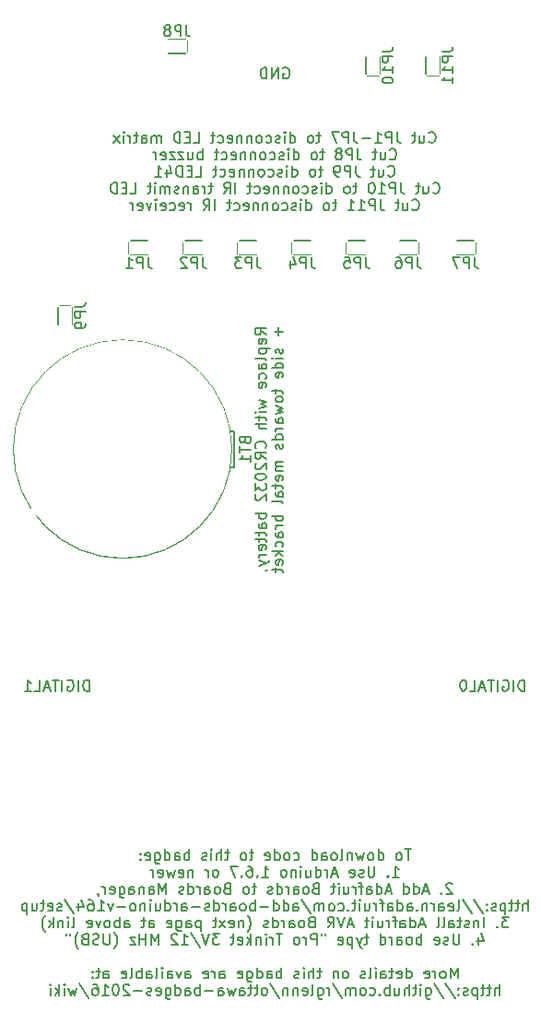
<source format=gbo>
G04 #@! TF.FileFunction,Legend,Bot*
%FSLAX46Y46*%
G04 Gerber Fmt 4.6, Leading zero omitted, Abs format (unit mm)*
G04 Created by KiCad (PCBNEW 4.0.0-rc1-stable) date 8/9/2016 10:19:07 PM*
%MOMM*%
G01*
G04 APERTURE LIST*
%ADD10C,0.100000*%
%ADD11C,0.150000*%
%ADD12R,2.027200X2.332000*%
%ADD13O,2.027200X2.332000*%
%ADD14R,2.027200X2.027200*%
%ADD15O,2.027200X2.027200*%
%ADD16C,2.300000*%
%ADD17R,0.900000X1.300000*%
%ADD18R,1.300000X0.900000*%
%ADD19C,1.000000*%
%ADD20R,6.300000X3.800000*%
%ADD21C,20.000000*%
%ADD22C,8.300000*%
%ADD23C,1.824000*%
%ADD24C,0.850000*%
G04 APERTURE END LIST*
D10*
D11*
X73677381Y-83976189D02*
X73201190Y-83642855D01*
X73677381Y-83404760D02*
X72677381Y-83404760D01*
X72677381Y-83785713D01*
X72725000Y-83880951D01*
X72772619Y-83928570D01*
X72867857Y-83976189D01*
X73010714Y-83976189D01*
X73105952Y-83928570D01*
X73153571Y-83880951D01*
X73201190Y-83785713D01*
X73201190Y-83404760D01*
X73629762Y-84785713D02*
X73677381Y-84690475D01*
X73677381Y-84499998D01*
X73629762Y-84404760D01*
X73534524Y-84357141D01*
X73153571Y-84357141D01*
X73058333Y-84404760D01*
X73010714Y-84499998D01*
X73010714Y-84690475D01*
X73058333Y-84785713D01*
X73153571Y-84833332D01*
X73248810Y-84833332D01*
X73344048Y-84357141D01*
X73010714Y-85261903D02*
X74010714Y-85261903D01*
X73058333Y-85261903D02*
X73010714Y-85357141D01*
X73010714Y-85547618D01*
X73058333Y-85642856D01*
X73105952Y-85690475D01*
X73201190Y-85738094D01*
X73486905Y-85738094D01*
X73582143Y-85690475D01*
X73629762Y-85642856D01*
X73677381Y-85547618D01*
X73677381Y-85357141D01*
X73629762Y-85261903D01*
X73677381Y-86309522D02*
X73629762Y-86214284D01*
X73534524Y-86166665D01*
X72677381Y-86166665D01*
X73677381Y-87119047D02*
X73153571Y-87119047D01*
X73058333Y-87071428D01*
X73010714Y-86976190D01*
X73010714Y-86785713D01*
X73058333Y-86690475D01*
X73629762Y-87119047D02*
X73677381Y-87023809D01*
X73677381Y-86785713D01*
X73629762Y-86690475D01*
X73534524Y-86642856D01*
X73439286Y-86642856D01*
X73344048Y-86690475D01*
X73296429Y-86785713D01*
X73296429Y-87023809D01*
X73248810Y-87119047D01*
X73629762Y-88023809D02*
X73677381Y-87928571D01*
X73677381Y-87738094D01*
X73629762Y-87642856D01*
X73582143Y-87595237D01*
X73486905Y-87547618D01*
X73201190Y-87547618D01*
X73105952Y-87595237D01*
X73058333Y-87642856D01*
X73010714Y-87738094D01*
X73010714Y-87928571D01*
X73058333Y-88023809D01*
X73629762Y-88833333D02*
X73677381Y-88738095D01*
X73677381Y-88547618D01*
X73629762Y-88452380D01*
X73534524Y-88404761D01*
X73153571Y-88404761D01*
X73058333Y-88452380D01*
X73010714Y-88547618D01*
X73010714Y-88738095D01*
X73058333Y-88833333D01*
X73153571Y-88880952D01*
X73248810Y-88880952D01*
X73344048Y-88404761D01*
X73010714Y-89976190D02*
X73677381Y-90166666D01*
X73201190Y-90357143D01*
X73677381Y-90547619D01*
X73010714Y-90738095D01*
X73677381Y-91119047D02*
X73010714Y-91119047D01*
X72677381Y-91119047D02*
X72725000Y-91071428D01*
X72772619Y-91119047D01*
X72725000Y-91166666D01*
X72677381Y-91119047D01*
X72772619Y-91119047D01*
X73010714Y-91452380D02*
X73010714Y-91833332D01*
X72677381Y-91595237D02*
X73534524Y-91595237D01*
X73629762Y-91642856D01*
X73677381Y-91738094D01*
X73677381Y-91833332D01*
X73677381Y-92166666D02*
X72677381Y-92166666D01*
X73677381Y-92595238D02*
X73153571Y-92595238D01*
X73058333Y-92547619D01*
X73010714Y-92452381D01*
X73010714Y-92309523D01*
X73058333Y-92214285D01*
X73105952Y-92166666D01*
X73582143Y-94404762D02*
X73629762Y-94357143D01*
X73677381Y-94214286D01*
X73677381Y-94119048D01*
X73629762Y-93976190D01*
X73534524Y-93880952D01*
X73439286Y-93833333D01*
X73248810Y-93785714D01*
X73105952Y-93785714D01*
X72915476Y-93833333D01*
X72820238Y-93880952D01*
X72725000Y-93976190D01*
X72677381Y-94119048D01*
X72677381Y-94214286D01*
X72725000Y-94357143D01*
X72772619Y-94404762D01*
X73677381Y-95404762D02*
X73201190Y-95071428D01*
X73677381Y-94833333D02*
X72677381Y-94833333D01*
X72677381Y-95214286D01*
X72725000Y-95309524D01*
X72772619Y-95357143D01*
X72867857Y-95404762D01*
X73010714Y-95404762D01*
X73105952Y-95357143D01*
X73153571Y-95309524D01*
X73201190Y-95214286D01*
X73201190Y-94833333D01*
X72772619Y-95785714D02*
X72725000Y-95833333D01*
X72677381Y-95928571D01*
X72677381Y-96166667D01*
X72725000Y-96261905D01*
X72772619Y-96309524D01*
X72867857Y-96357143D01*
X72963095Y-96357143D01*
X73105952Y-96309524D01*
X73677381Y-95738095D01*
X73677381Y-96357143D01*
X72677381Y-96976190D02*
X72677381Y-97071429D01*
X72725000Y-97166667D01*
X72772619Y-97214286D01*
X72867857Y-97261905D01*
X73058333Y-97309524D01*
X73296429Y-97309524D01*
X73486905Y-97261905D01*
X73582143Y-97214286D01*
X73629762Y-97166667D01*
X73677381Y-97071429D01*
X73677381Y-96976190D01*
X73629762Y-96880952D01*
X73582143Y-96833333D01*
X73486905Y-96785714D01*
X73296429Y-96738095D01*
X73058333Y-96738095D01*
X72867857Y-96785714D01*
X72772619Y-96833333D01*
X72725000Y-96880952D01*
X72677381Y-96976190D01*
X72677381Y-97642857D02*
X72677381Y-98261905D01*
X73058333Y-97928571D01*
X73058333Y-98071429D01*
X73105952Y-98166667D01*
X73153571Y-98214286D01*
X73248810Y-98261905D01*
X73486905Y-98261905D01*
X73582143Y-98214286D01*
X73629762Y-98166667D01*
X73677381Y-98071429D01*
X73677381Y-97785714D01*
X73629762Y-97690476D01*
X73582143Y-97642857D01*
X72772619Y-98642857D02*
X72725000Y-98690476D01*
X72677381Y-98785714D01*
X72677381Y-99023810D01*
X72725000Y-99119048D01*
X72772619Y-99166667D01*
X72867857Y-99214286D01*
X72963095Y-99214286D01*
X73105952Y-99166667D01*
X73677381Y-98595238D01*
X73677381Y-99214286D01*
X73677381Y-100404762D02*
X72677381Y-100404762D01*
X73058333Y-100404762D02*
X73010714Y-100500000D01*
X73010714Y-100690477D01*
X73058333Y-100785715D01*
X73105952Y-100833334D01*
X73201190Y-100880953D01*
X73486905Y-100880953D01*
X73582143Y-100833334D01*
X73629762Y-100785715D01*
X73677381Y-100690477D01*
X73677381Y-100500000D01*
X73629762Y-100404762D01*
X73677381Y-101738096D02*
X73153571Y-101738096D01*
X73058333Y-101690477D01*
X73010714Y-101595239D01*
X73010714Y-101404762D01*
X73058333Y-101309524D01*
X73629762Y-101738096D02*
X73677381Y-101642858D01*
X73677381Y-101404762D01*
X73629762Y-101309524D01*
X73534524Y-101261905D01*
X73439286Y-101261905D01*
X73344048Y-101309524D01*
X73296429Y-101404762D01*
X73296429Y-101642858D01*
X73248810Y-101738096D01*
X73010714Y-102071429D02*
X73010714Y-102452381D01*
X72677381Y-102214286D02*
X73534524Y-102214286D01*
X73629762Y-102261905D01*
X73677381Y-102357143D01*
X73677381Y-102452381D01*
X73010714Y-102642858D02*
X73010714Y-103023810D01*
X72677381Y-102785715D02*
X73534524Y-102785715D01*
X73629762Y-102833334D01*
X73677381Y-102928572D01*
X73677381Y-103023810D01*
X73629762Y-103738097D02*
X73677381Y-103642859D01*
X73677381Y-103452382D01*
X73629762Y-103357144D01*
X73534524Y-103309525D01*
X73153571Y-103309525D01*
X73058333Y-103357144D01*
X73010714Y-103452382D01*
X73010714Y-103642859D01*
X73058333Y-103738097D01*
X73153571Y-103785716D01*
X73248810Y-103785716D01*
X73344048Y-103309525D01*
X73677381Y-104214287D02*
X73010714Y-104214287D01*
X73201190Y-104214287D02*
X73105952Y-104261906D01*
X73058333Y-104309525D01*
X73010714Y-104404763D01*
X73010714Y-104500002D01*
X73010714Y-104738097D02*
X73677381Y-104976192D01*
X73010714Y-105214288D02*
X73677381Y-104976192D01*
X73915476Y-104880954D01*
X73963095Y-104833335D01*
X74010714Y-104738097D01*
X73629762Y-105642859D02*
X73677381Y-105642859D01*
X73772619Y-105595240D01*
X73820238Y-105547621D01*
X74846429Y-83333331D02*
X74846429Y-84095236D01*
X75227381Y-83714284D02*
X74465476Y-83714284D01*
X75179762Y-85285712D02*
X75227381Y-85380950D01*
X75227381Y-85571426D01*
X75179762Y-85666665D01*
X75084524Y-85714284D01*
X75036905Y-85714284D01*
X74941667Y-85666665D01*
X74894048Y-85571426D01*
X74894048Y-85428569D01*
X74846429Y-85333331D01*
X74751190Y-85285712D01*
X74703571Y-85285712D01*
X74608333Y-85333331D01*
X74560714Y-85428569D01*
X74560714Y-85571426D01*
X74608333Y-85666665D01*
X75227381Y-86142855D02*
X74560714Y-86142855D01*
X74227381Y-86142855D02*
X74275000Y-86095236D01*
X74322619Y-86142855D01*
X74275000Y-86190474D01*
X74227381Y-86142855D01*
X74322619Y-86142855D01*
X75227381Y-87047617D02*
X74227381Y-87047617D01*
X75179762Y-87047617D02*
X75227381Y-86952379D01*
X75227381Y-86761902D01*
X75179762Y-86666664D01*
X75132143Y-86619045D01*
X75036905Y-86571426D01*
X74751190Y-86571426D01*
X74655952Y-86619045D01*
X74608333Y-86666664D01*
X74560714Y-86761902D01*
X74560714Y-86952379D01*
X74608333Y-87047617D01*
X75179762Y-87904760D02*
X75227381Y-87809522D01*
X75227381Y-87619045D01*
X75179762Y-87523807D01*
X75084524Y-87476188D01*
X74703571Y-87476188D01*
X74608333Y-87523807D01*
X74560714Y-87619045D01*
X74560714Y-87809522D01*
X74608333Y-87904760D01*
X74703571Y-87952379D01*
X74798810Y-87952379D01*
X74894048Y-87476188D01*
X74560714Y-88999998D02*
X74560714Y-89380950D01*
X74227381Y-89142855D02*
X75084524Y-89142855D01*
X75179762Y-89190474D01*
X75227381Y-89285712D01*
X75227381Y-89380950D01*
X75227381Y-89857141D02*
X75179762Y-89761903D01*
X75132143Y-89714284D01*
X75036905Y-89666665D01*
X74751190Y-89666665D01*
X74655952Y-89714284D01*
X74608333Y-89761903D01*
X74560714Y-89857141D01*
X74560714Y-89999999D01*
X74608333Y-90095237D01*
X74655952Y-90142856D01*
X74751190Y-90190475D01*
X75036905Y-90190475D01*
X75132143Y-90142856D01*
X75179762Y-90095237D01*
X75227381Y-89999999D01*
X75227381Y-89857141D01*
X74560714Y-90523808D02*
X75227381Y-90714284D01*
X74751190Y-90904761D01*
X75227381Y-91095237D01*
X74560714Y-91285713D01*
X75227381Y-92095237D02*
X74703571Y-92095237D01*
X74608333Y-92047618D01*
X74560714Y-91952380D01*
X74560714Y-91761903D01*
X74608333Y-91666665D01*
X75179762Y-92095237D02*
X75227381Y-91999999D01*
X75227381Y-91761903D01*
X75179762Y-91666665D01*
X75084524Y-91619046D01*
X74989286Y-91619046D01*
X74894048Y-91666665D01*
X74846429Y-91761903D01*
X74846429Y-91999999D01*
X74798810Y-92095237D01*
X75227381Y-92571427D02*
X74560714Y-92571427D01*
X74751190Y-92571427D02*
X74655952Y-92619046D01*
X74608333Y-92666665D01*
X74560714Y-92761903D01*
X74560714Y-92857142D01*
X75227381Y-93619047D02*
X74227381Y-93619047D01*
X75179762Y-93619047D02*
X75227381Y-93523809D01*
X75227381Y-93333332D01*
X75179762Y-93238094D01*
X75132143Y-93190475D01*
X75036905Y-93142856D01*
X74751190Y-93142856D01*
X74655952Y-93190475D01*
X74608333Y-93238094D01*
X74560714Y-93333332D01*
X74560714Y-93523809D01*
X74608333Y-93619047D01*
X75179762Y-94047618D02*
X75227381Y-94142856D01*
X75227381Y-94333332D01*
X75179762Y-94428571D01*
X75084524Y-94476190D01*
X75036905Y-94476190D01*
X74941667Y-94428571D01*
X74894048Y-94333332D01*
X74894048Y-94190475D01*
X74846429Y-94095237D01*
X74751190Y-94047618D01*
X74703571Y-94047618D01*
X74608333Y-94095237D01*
X74560714Y-94190475D01*
X74560714Y-94333332D01*
X74608333Y-94428571D01*
X75227381Y-95666666D02*
X74560714Y-95666666D01*
X74655952Y-95666666D02*
X74608333Y-95714285D01*
X74560714Y-95809523D01*
X74560714Y-95952381D01*
X74608333Y-96047619D01*
X74703571Y-96095238D01*
X75227381Y-96095238D01*
X74703571Y-96095238D02*
X74608333Y-96142857D01*
X74560714Y-96238095D01*
X74560714Y-96380952D01*
X74608333Y-96476190D01*
X74703571Y-96523809D01*
X75227381Y-96523809D01*
X75179762Y-97380952D02*
X75227381Y-97285714D01*
X75227381Y-97095237D01*
X75179762Y-96999999D01*
X75084524Y-96952380D01*
X74703571Y-96952380D01*
X74608333Y-96999999D01*
X74560714Y-97095237D01*
X74560714Y-97285714D01*
X74608333Y-97380952D01*
X74703571Y-97428571D01*
X74798810Y-97428571D01*
X74894048Y-96952380D01*
X74560714Y-97714285D02*
X74560714Y-98095237D01*
X74227381Y-97857142D02*
X75084524Y-97857142D01*
X75179762Y-97904761D01*
X75227381Y-97999999D01*
X75227381Y-98095237D01*
X75227381Y-98857143D02*
X74703571Y-98857143D01*
X74608333Y-98809524D01*
X74560714Y-98714286D01*
X74560714Y-98523809D01*
X74608333Y-98428571D01*
X75179762Y-98857143D02*
X75227381Y-98761905D01*
X75227381Y-98523809D01*
X75179762Y-98428571D01*
X75084524Y-98380952D01*
X74989286Y-98380952D01*
X74894048Y-98428571D01*
X74846429Y-98523809D01*
X74846429Y-98761905D01*
X74798810Y-98857143D01*
X75227381Y-99476190D02*
X75179762Y-99380952D01*
X75084524Y-99333333D01*
X74227381Y-99333333D01*
X75227381Y-100619048D02*
X74227381Y-100619048D01*
X74608333Y-100619048D02*
X74560714Y-100714286D01*
X74560714Y-100904763D01*
X74608333Y-101000001D01*
X74655952Y-101047620D01*
X74751190Y-101095239D01*
X75036905Y-101095239D01*
X75132143Y-101047620D01*
X75179762Y-101000001D01*
X75227381Y-100904763D01*
X75227381Y-100714286D01*
X75179762Y-100619048D01*
X75227381Y-101523810D02*
X74560714Y-101523810D01*
X74751190Y-101523810D02*
X74655952Y-101571429D01*
X74608333Y-101619048D01*
X74560714Y-101714286D01*
X74560714Y-101809525D01*
X75227381Y-102571430D02*
X74703571Y-102571430D01*
X74608333Y-102523811D01*
X74560714Y-102428573D01*
X74560714Y-102238096D01*
X74608333Y-102142858D01*
X75179762Y-102571430D02*
X75227381Y-102476192D01*
X75227381Y-102238096D01*
X75179762Y-102142858D01*
X75084524Y-102095239D01*
X74989286Y-102095239D01*
X74894048Y-102142858D01*
X74846429Y-102238096D01*
X74846429Y-102476192D01*
X74798810Y-102571430D01*
X75179762Y-103476192D02*
X75227381Y-103380954D01*
X75227381Y-103190477D01*
X75179762Y-103095239D01*
X75132143Y-103047620D01*
X75036905Y-103000001D01*
X74751190Y-103000001D01*
X74655952Y-103047620D01*
X74608333Y-103095239D01*
X74560714Y-103190477D01*
X74560714Y-103380954D01*
X74608333Y-103476192D01*
X75227381Y-103904763D02*
X74227381Y-103904763D01*
X74846429Y-104000001D02*
X75227381Y-104285716D01*
X74560714Y-104285716D02*
X74941667Y-103904763D01*
X75179762Y-105095240D02*
X75227381Y-105000002D01*
X75227381Y-104809525D01*
X75179762Y-104714287D01*
X75084524Y-104666668D01*
X74703571Y-104666668D01*
X74608333Y-104714287D01*
X74560714Y-104809525D01*
X74560714Y-105000002D01*
X74608333Y-105095240D01*
X74703571Y-105142859D01*
X74798810Y-105142859D01*
X74894048Y-104666668D01*
X74560714Y-105428573D02*
X74560714Y-105809525D01*
X74227381Y-105571430D02*
X75084524Y-105571430D01*
X75179762Y-105619049D01*
X75227381Y-105714287D01*
X75227381Y-105809525D01*
X87000002Y-131252381D02*
X86428573Y-131252381D01*
X86714288Y-132252381D02*
X86714288Y-131252381D01*
X85952383Y-132252381D02*
X86047621Y-132204762D01*
X86095240Y-132157143D01*
X86142859Y-132061905D01*
X86142859Y-131776190D01*
X86095240Y-131680952D01*
X86047621Y-131633333D01*
X85952383Y-131585714D01*
X85809525Y-131585714D01*
X85714287Y-131633333D01*
X85666668Y-131680952D01*
X85619049Y-131776190D01*
X85619049Y-132061905D01*
X85666668Y-132157143D01*
X85714287Y-132204762D01*
X85809525Y-132252381D01*
X85952383Y-132252381D01*
X84000001Y-132252381D02*
X84000001Y-131252381D01*
X84000001Y-132204762D02*
X84095239Y-132252381D01*
X84285716Y-132252381D01*
X84380954Y-132204762D01*
X84428573Y-132157143D01*
X84476192Y-132061905D01*
X84476192Y-131776190D01*
X84428573Y-131680952D01*
X84380954Y-131633333D01*
X84285716Y-131585714D01*
X84095239Y-131585714D01*
X84000001Y-131633333D01*
X83380954Y-132252381D02*
X83476192Y-132204762D01*
X83523811Y-132157143D01*
X83571430Y-132061905D01*
X83571430Y-131776190D01*
X83523811Y-131680952D01*
X83476192Y-131633333D01*
X83380954Y-131585714D01*
X83238096Y-131585714D01*
X83142858Y-131633333D01*
X83095239Y-131680952D01*
X83047620Y-131776190D01*
X83047620Y-132061905D01*
X83095239Y-132157143D01*
X83142858Y-132204762D01*
X83238096Y-132252381D01*
X83380954Y-132252381D01*
X82714287Y-131585714D02*
X82523811Y-132252381D01*
X82333334Y-131776190D01*
X82142858Y-132252381D01*
X81952382Y-131585714D01*
X81571430Y-131585714D02*
X81571430Y-132252381D01*
X81571430Y-131680952D02*
X81523811Y-131633333D01*
X81428573Y-131585714D01*
X81285715Y-131585714D01*
X81190477Y-131633333D01*
X81142858Y-131728571D01*
X81142858Y-132252381D01*
X80523811Y-132252381D02*
X80619049Y-132204762D01*
X80666668Y-132109524D01*
X80666668Y-131252381D01*
X80000001Y-132252381D02*
X80095239Y-132204762D01*
X80142858Y-132157143D01*
X80190477Y-132061905D01*
X80190477Y-131776190D01*
X80142858Y-131680952D01*
X80095239Y-131633333D01*
X80000001Y-131585714D01*
X79857143Y-131585714D01*
X79761905Y-131633333D01*
X79714286Y-131680952D01*
X79666667Y-131776190D01*
X79666667Y-132061905D01*
X79714286Y-132157143D01*
X79761905Y-132204762D01*
X79857143Y-132252381D01*
X80000001Y-132252381D01*
X78809524Y-132252381D02*
X78809524Y-131728571D01*
X78857143Y-131633333D01*
X78952381Y-131585714D01*
X79142858Y-131585714D01*
X79238096Y-131633333D01*
X78809524Y-132204762D02*
X78904762Y-132252381D01*
X79142858Y-132252381D01*
X79238096Y-132204762D01*
X79285715Y-132109524D01*
X79285715Y-132014286D01*
X79238096Y-131919048D01*
X79142858Y-131871429D01*
X78904762Y-131871429D01*
X78809524Y-131823810D01*
X77904762Y-132252381D02*
X77904762Y-131252381D01*
X77904762Y-132204762D02*
X78000000Y-132252381D01*
X78190477Y-132252381D01*
X78285715Y-132204762D01*
X78333334Y-132157143D01*
X78380953Y-132061905D01*
X78380953Y-131776190D01*
X78333334Y-131680952D01*
X78285715Y-131633333D01*
X78190477Y-131585714D01*
X78000000Y-131585714D01*
X77904762Y-131633333D01*
X76238095Y-132204762D02*
X76333333Y-132252381D01*
X76523810Y-132252381D01*
X76619048Y-132204762D01*
X76666667Y-132157143D01*
X76714286Y-132061905D01*
X76714286Y-131776190D01*
X76666667Y-131680952D01*
X76619048Y-131633333D01*
X76523810Y-131585714D01*
X76333333Y-131585714D01*
X76238095Y-131633333D01*
X75666667Y-132252381D02*
X75761905Y-132204762D01*
X75809524Y-132157143D01*
X75857143Y-132061905D01*
X75857143Y-131776190D01*
X75809524Y-131680952D01*
X75761905Y-131633333D01*
X75666667Y-131585714D01*
X75523809Y-131585714D01*
X75428571Y-131633333D01*
X75380952Y-131680952D01*
X75333333Y-131776190D01*
X75333333Y-132061905D01*
X75380952Y-132157143D01*
X75428571Y-132204762D01*
X75523809Y-132252381D01*
X75666667Y-132252381D01*
X74476190Y-132252381D02*
X74476190Y-131252381D01*
X74476190Y-132204762D02*
X74571428Y-132252381D01*
X74761905Y-132252381D01*
X74857143Y-132204762D01*
X74904762Y-132157143D01*
X74952381Y-132061905D01*
X74952381Y-131776190D01*
X74904762Y-131680952D01*
X74857143Y-131633333D01*
X74761905Y-131585714D01*
X74571428Y-131585714D01*
X74476190Y-131633333D01*
X73619047Y-132204762D02*
X73714285Y-132252381D01*
X73904762Y-132252381D01*
X74000000Y-132204762D01*
X74047619Y-132109524D01*
X74047619Y-131728571D01*
X74000000Y-131633333D01*
X73904762Y-131585714D01*
X73714285Y-131585714D01*
X73619047Y-131633333D01*
X73571428Y-131728571D01*
X73571428Y-131823810D01*
X74047619Y-131919048D01*
X72523809Y-131585714D02*
X72142857Y-131585714D01*
X72380952Y-131252381D02*
X72380952Y-132109524D01*
X72333333Y-132204762D01*
X72238095Y-132252381D01*
X72142857Y-132252381D01*
X71666666Y-132252381D02*
X71761904Y-132204762D01*
X71809523Y-132157143D01*
X71857142Y-132061905D01*
X71857142Y-131776190D01*
X71809523Y-131680952D01*
X71761904Y-131633333D01*
X71666666Y-131585714D01*
X71523808Y-131585714D01*
X71428570Y-131633333D01*
X71380951Y-131680952D01*
X71333332Y-131776190D01*
X71333332Y-132061905D01*
X71380951Y-132157143D01*
X71428570Y-132204762D01*
X71523808Y-132252381D01*
X71666666Y-132252381D01*
X70285713Y-131585714D02*
X69904761Y-131585714D01*
X70142856Y-131252381D02*
X70142856Y-132109524D01*
X70095237Y-132204762D01*
X69999999Y-132252381D01*
X69904761Y-132252381D01*
X69571427Y-132252381D02*
X69571427Y-131252381D01*
X69142855Y-132252381D02*
X69142855Y-131728571D01*
X69190474Y-131633333D01*
X69285712Y-131585714D01*
X69428570Y-131585714D01*
X69523808Y-131633333D01*
X69571427Y-131680952D01*
X68666665Y-132252381D02*
X68666665Y-131585714D01*
X68666665Y-131252381D02*
X68714284Y-131300000D01*
X68666665Y-131347619D01*
X68619046Y-131300000D01*
X68666665Y-131252381D01*
X68666665Y-131347619D01*
X68238094Y-132204762D02*
X68142856Y-132252381D01*
X67952380Y-132252381D01*
X67857141Y-132204762D01*
X67809522Y-132109524D01*
X67809522Y-132061905D01*
X67857141Y-131966667D01*
X67952380Y-131919048D01*
X68095237Y-131919048D01*
X68190475Y-131871429D01*
X68238094Y-131776190D01*
X68238094Y-131728571D01*
X68190475Y-131633333D01*
X68095237Y-131585714D01*
X67952380Y-131585714D01*
X67857141Y-131633333D01*
X66619046Y-132252381D02*
X66619046Y-131252381D01*
X66619046Y-131633333D02*
X66523808Y-131585714D01*
X66333331Y-131585714D01*
X66238093Y-131633333D01*
X66190474Y-131680952D01*
X66142855Y-131776190D01*
X66142855Y-132061905D01*
X66190474Y-132157143D01*
X66238093Y-132204762D01*
X66333331Y-132252381D01*
X66523808Y-132252381D01*
X66619046Y-132204762D01*
X65285712Y-132252381D02*
X65285712Y-131728571D01*
X65333331Y-131633333D01*
X65428569Y-131585714D01*
X65619046Y-131585714D01*
X65714284Y-131633333D01*
X65285712Y-132204762D02*
X65380950Y-132252381D01*
X65619046Y-132252381D01*
X65714284Y-132204762D01*
X65761903Y-132109524D01*
X65761903Y-132014286D01*
X65714284Y-131919048D01*
X65619046Y-131871429D01*
X65380950Y-131871429D01*
X65285712Y-131823810D01*
X64380950Y-132252381D02*
X64380950Y-131252381D01*
X64380950Y-132204762D02*
X64476188Y-132252381D01*
X64666665Y-132252381D01*
X64761903Y-132204762D01*
X64809522Y-132157143D01*
X64857141Y-132061905D01*
X64857141Y-131776190D01*
X64809522Y-131680952D01*
X64761903Y-131633333D01*
X64666665Y-131585714D01*
X64476188Y-131585714D01*
X64380950Y-131633333D01*
X63476188Y-131585714D02*
X63476188Y-132395238D01*
X63523807Y-132490476D01*
X63571426Y-132538095D01*
X63666665Y-132585714D01*
X63809522Y-132585714D01*
X63904760Y-132538095D01*
X63476188Y-132204762D02*
X63571426Y-132252381D01*
X63761903Y-132252381D01*
X63857141Y-132204762D01*
X63904760Y-132157143D01*
X63952379Y-132061905D01*
X63952379Y-131776190D01*
X63904760Y-131680952D01*
X63857141Y-131633333D01*
X63761903Y-131585714D01*
X63571426Y-131585714D01*
X63476188Y-131633333D01*
X62619045Y-132204762D02*
X62714283Y-132252381D01*
X62904760Y-132252381D01*
X62999998Y-132204762D01*
X63047617Y-132109524D01*
X63047617Y-131728571D01*
X62999998Y-131633333D01*
X62904760Y-131585714D01*
X62714283Y-131585714D01*
X62619045Y-131633333D01*
X62571426Y-131728571D01*
X62571426Y-131823810D01*
X63047617Y-131919048D01*
X62142855Y-132157143D02*
X62095236Y-132204762D01*
X62142855Y-132252381D01*
X62190474Y-132204762D01*
X62142855Y-132157143D01*
X62142855Y-132252381D01*
X62142855Y-131633333D02*
X62095236Y-131680952D01*
X62142855Y-131728571D01*
X62190474Y-131680952D01*
X62142855Y-131633333D01*
X62142855Y-131728571D01*
X85309524Y-133802381D02*
X85880953Y-133802381D01*
X85595239Y-133802381D02*
X85595239Y-132802381D01*
X85690477Y-132945238D01*
X85785715Y-133040476D01*
X85880953Y-133088095D01*
X84880953Y-133707143D02*
X84833334Y-133754762D01*
X84880953Y-133802381D01*
X84928572Y-133754762D01*
X84880953Y-133707143D01*
X84880953Y-133802381D01*
X83642858Y-132802381D02*
X83642858Y-133611905D01*
X83595239Y-133707143D01*
X83547620Y-133754762D01*
X83452382Y-133802381D01*
X83261905Y-133802381D01*
X83166667Y-133754762D01*
X83119048Y-133707143D01*
X83071429Y-133611905D01*
X83071429Y-132802381D01*
X82642858Y-133754762D02*
X82547620Y-133802381D01*
X82357144Y-133802381D01*
X82261905Y-133754762D01*
X82214286Y-133659524D01*
X82214286Y-133611905D01*
X82261905Y-133516667D01*
X82357144Y-133469048D01*
X82500001Y-133469048D01*
X82595239Y-133421429D01*
X82642858Y-133326190D01*
X82642858Y-133278571D01*
X82595239Y-133183333D01*
X82500001Y-133135714D01*
X82357144Y-133135714D01*
X82261905Y-133183333D01*
X81404762Y-133754762D02*
X81500000Y-133802381D01*
X81690477Y-133802381D01*
X81785715Y-133754762D01*
X81833334Y-133659524D01*
X81833334Y-133278571D01*
X81785715Y-133183333D01*
X81690477Y-133135714D01*
X81500000Y-133135714D01*
X81404762Y-133183333D01*
X81357143Y-133278571D01*
X81357143Y-133373810D01*
X81833334Y-133469048D01*
X80214286Y-133516667D02*
X79738095Y-133516667D01*
X80309524Y-133802381D02*
X79976191Y-132802381D01*
X79642857Y-133802381D01*
X79309524Y-133802381D02*
X79309524Y-133135714D01*
X79309524Y-133326190D02*
X79261905Y-133230952D01*
X79214286Y-133183333D01*
X79119048Y-133135714D01*
X79023809Y-133135714D01*
X78261904Y-133802381D02*
X78261904Y-132802381D01*
X78261904Y-133754762D02*
X78357142Y-133802381D01*
X78547619Y-133802381D01*
X78642857Y-133754762D01*
X78690476Y-133707143D01*
X78738095Y-133611905D01*
X78738095Y-133326190D01*
X78690476Y-133230952D01*
X78642857Y-133183333D01*
X78547619Y-133135714D01*
X78357142Y-133135714D01*
X78261904Y-133183333D01*
X77357142Y-133135714D02*
X77357142Y-133802381D01*
X77785714Y-133135714D02*
X77785714Y-133659524D01*
X77738095Y-133754762D01*
X77642857Y-133802381D01*
X77499999Y-133802381D01*
X77404761Y-133754762D01*
X77357142Y-133707143D01*
X76880952Y-133802381D02*
X76880952Y-133135714D01*
X76880952Y-132802381D02*
X76928571Y-132850000D01*
X76880952Y-132897619D01*
X76833333Y-132850000D01*
X76880952Y-132802381D01*
X76880952Y-132897619D01*
X76404762Y-133135714D02*
X76404762Y-133802381D01*
X76404762Y-133230952D02*
X76357143Y-133183333D01*
X76261905Y-133135714D01*
X76119047Y-133135714D01*
X76023809Y-133183333D01*
X75976190Y-133278571D01*
X75976190Y-133802381D01*
X75357143Y-133802381D02*
X75452381Y-133754762D01*
X75500000Y-133707143D01*
X75547619Y-133611905D01*
X75547619Y-133326190D01*
X75500000Y-133230952D01*
X75452381Y-133183333D01*
X75357143Y-133135714D01*
X75214285Y-133135714D01*
X75119047Y-133183333D01*
X75071428Y-133230952D01*
X75023809Y-133326190D01*
X75023809Y-133611905D01*
X75071428Y-133707143D01*
X75119047Y-133754762D01*
X75214285Y-133802381D01*
X75357143Y-133802381D01*
X73309523Y-133802381D02*
X73880952Y-133802381D01*
X73595238Y-133802381D02*
X73595238Y-132802381D01*
X73690476Y-132945238D01*
X73785714Y-133040476D01*
X73880952Y-133088095D01*
X72880952Y-133707143D02*
X72833333Y-133754762D01*
X72880952Y-133802381D01*
X72928571Y-133754762D01*
X72880952Y-133707143D01*
X72880952Y-133802381D01*
X71976190Y-132802381D02*
X72166667Y-132802381D01*
X72261905Y-132850000D01*
X72309524Y-132897619D01*
X72404762Y-133040476D01*
X72452381Y-133230952D01*
X72452381Y-133611905D01*
X72404762Y-133707143D01*
X72357143Y-133754762D01*
X72261905Y-133802381D01*
X72071428Y-133802381D01*
X71976190Y-133754762D01*
X71928571Y-133707143D01*
X71880952Y-133611905D01*
X71880952Y-133373810D01*
X71928571Y-133278571D01*
X71976190Y-133230952D01*
X72071428Y-133183333D01*
X72261905Y-133183333D01*
X72357143Y-133230952D01*
X72404762Y-133278571D01*
X72452381Y-133373810D01*
X71452381Y-133707143D02*
X71404762Y-133754762D01*
X71452381Y-133802381D01*
X71500000Y-133754762D01*
X71452381Y-133707143D01*
X71452381Y-133802381D01*
X71071429Y-132802381D02*
X70404762Y-132802381D01*
X70833334Y-133802381D01*
X69119048Y-133802381D02*
X69214286Y-133754762D01*
X69261905Y-133707143D01*
X69309524Y-133611905D01*
X69309524Y-133326190D01*
X69261905Y-133230952D01*
X69214286Y-133183333D01*
X69119048Y-133135714D01*
X68976190Y-133135714D01*
X68880952Y-133183333D01*
X68833333Y-133230952D01*
X68785714Y-133326190D01*
X68785714Y-133611905D01*
X68833333Y-133707143D01*
X68880952Y-133754762D01*
X68976190Y-133802381D01*
X69119048Y-133802381D01*
X68357143Y-133802381D02*
X68357143Y-133135714D01*
X68357143Y-133326190D02*
X68309524Y-133230952D01*
X68261905Y-133183333D01*
X68166667Y-133135714D01*
X68071428Y-133135714D01*
X66976190Y-133135714D02*
X66976190Y-133802381D01*
X66976190Y-133230952D02*
X66928571Y-133183333D01*
X66833333Y-133135714D01*
X66690475Y-133135714D01*
X66595237Y-133183333D01*
X66547618Y-133278571D01*
X66547618Y-133802381D01*
X65690475Y-133754762D02*
X65785713Y-133802381D01*
X65976190Y-133802381D01*
X66071428Y-133754762D01*
X66119047Y-133659524D01*
X66119047Y-133278571D01*
X66071428Y-133183333D01*
X65976190Y-133135714D01*
X65785713Y-133135714D01*
X65690475Y-133183333D01*
X65642856Y-133278571D01*
X65642856Y-133373810D01*
X66119047Y-133469048D01*
X65309523Y-133135714D02*
X65119047Y-133802381D01*
X64928570Y-133326190D01*
X64738094Y-133802381D01*
X64547618Y-133135714D01*
X63785713Y-133754762D02*
X63880951Y-133802381D01*
X64071428Y-133802381D01*
X64166666Y-133754762D01*
X64214285Y-133659524D01*
X64214285Y-133278571D01*
X64166666Y-133183333D01*
X64071428Y-133135714D01*
X63880951Y-133135714D01*
X63785713Y-133183333D01*
X63738094Y-133278571D01*
X63738094Y-133373810D01*
X64214285Y-133469048D01*
X63309523Y-133802381D02*
X63309523Y-133135714D01*
X63309523Y-133326190D02*
X63261904Y-133230952D01*
X63214285Y-133183333D01*
X63119047Y-133135714D01*
X63023808Y-133135714D01*
X90785717Y-134447619D02*
X90738098Y-134400000D01*
X90642860Y-134352381D01*
X90404764Y-134352381D01*
X90309526Y-134400000D01*
X90261907Y-134447619D01*
X90214288Y-134542857D01*
X90214288Y-134638095D01*
X90261907Y-134780952D01*
X90833336Y-135352381D01*
X90214288Y-135352381D01*
X89785717Y-135257143D02*
X89738098Y-135304762D01*
X89785717Y-135352381D01*
X89833336Y-135304762D01*
X89785717Y-135257143D01*
X89785717Y-135352381D01*
X88595241Y-135066667D02*
X88119050Y-135066667D01*
X88690479Y-135352381D02*
X88357146Y-134352381D01*
X88023812Y-135352381D01*
X87261907Y-135352381D02*
X87261907Y-134352381D01*
X87261907Y-135304762D02*
X87357145Y-135352381D01*
X87547622Y-135352381D01*
X87642860Y-135304762D01*
X87690479Y-135257143D01*
X87738098Y-135161905D01*
X87738098Y-134876190D01*
X87690479Y-134780952D01*
X87642860Y-134733333D01*
X87547622Y-134685714D01*
X87357145Y-134685714D01*
X87261907Y-134733333D01*
X86357145Y-135352381D02*
X86357145Y-134352381D01*
X86357145Y-135304762D02*
X86452383Y-135352381D01*
X86642860Y-135352381D01*
X86738098Y-135304762D01*
X86785717Y-135257143D01*
X86833336Y-135161905D01*
X86833336Y-134876190D01*
X86785717Y-134780952D01*
X86738098Y-134733333D01*
X86642860Y-134685714D01*
X86452383Y-134685714D01*
X86357145Y-134733333D01*
X85166669Y-135066667D02*
X84690478Y-135066667D01*
X85261907Y-135352381D02*
X84928574Y-134352381D01*
X84595240Y-135352381D01*
X83833335Y-135352381D02*
X83833335Y-134352381D01*
X83833335Y-135304762D02*
X83928573Y-135352381D01*
X84119050Y-135352381D01*
X84214288Y-135304762D01*
X84261907Y-135257143D01*
X84309526Y-135161905D01*
X84309526Y-134876190D01*
X84261907Y-134780952D01*
X84214288Y-134733333D01*
X84119050Y-134685714D01*
X83928573Y-134685714D01*
X83833335Y-134733333D01*
X82928573Y-135352381D02*
X82928573Y-134828571D01*
X82976192Y-134733333D01*
X83071430Y-134685714D01*
X83261907Y-134685714D01*
X83357145Y-134733333D01*
X82928573Y-135304762D02*
X83023811Y-135352381D01*
X83261907Y-135352381D01*
X83357145Y-135304762D01*
X83404764Y-135209524D01*
X83404764Y-135114286D01*
X83357145Y-135019048D01*
X83261907Y-134971429D01*
X83023811Y-134971429D01*
X82928573Y-134923810D01*
X82595240Y-134685714D02*
X82214288Y-134685714D01*
X82452383Y-135352381D02*
X82452383Y-134495238D01*
X82404764Y-134400000D01*
X82309526Y-134352381D01*
X82214288Y-134352381D01*
X81880954Y-135352381D02*
X81880954Y-134685714D01*
X81880954Y-134876190D02*
X81833335Y-134780952D01*
X81785716Y-134733333D01*
X81690478Y-134685714D01*
X81595239Y-134685714D01*
X80833334Y-134685714D02*
X80833334Y-135352381D01*
X81261906Y-134685714D02*
X81261906Y-135209524D01*
X81214287Y-135304762D01*
X81119049Y-135352381D01*
X80976191Y-135352381D01*
X80880953Y-135304762D01*
X80833334Y-135257143D01*
X80357144Y-135352381D02*
X80357144Y-134685714D01*
X80357144Y-134352381D02*
X80404763Y-134400000D01*
X80357144Y-134447619D01*
X80309525Y-134400000D01*
X80357144Y-134352381D01*
X80357144Y-134447619D01*
X80023811Y-134685714D02*
X79642859Y-134685714D01*
X79880954Y-134352381D02*
X79880954Y-135209524D01*
X79833335Y-135304762D01*
X79738097Y-135352381D01*
X79642859Y-135352381D01*
X78214286Y-134828571D02*
X78071429Y-134876190D01*
X78023810Y-134923810D01*
X77976191Y-135019048D01*
X77976191Y-135161905D01*
X78023810Y-135257143D01*
X78071429Y-135304762D01*
X78166667Y-135352381D01*
X78547620Y-135352381D01*
X78547620Y-134352381D01*
X78214286Y-134352381D01*
X78119048Y-134400000D01*
X78071429Y-134447619D01*
X78023810Y-134542857D01*
X78023810Y-134638095D01*
X78071429Y-134733333D01*
X78119048Y-134780952D01*
X78214286Y-134828571D01*
X78547620Y-134828571D01*
X77404763Y-135352381D02*
X77500001Y-135304762D01*
X77547620Y-135257143D01*
X77595239Y-135161905D01*
X77595239Y-134876190D01*
X77547620Y-134780952D01*
X77500001Y-134733333D01*
X77404763Y-134685714D01*
X77261905Y-134685714D01*
X77166667Y-134733333D01*
X77119048Y-134780952D01*
X77071429Y-134876190D01*
X77071429Y-135161905D01*
X77119048Y-135257143D01*
X77166667Y-135304762D01*
X77261905Y-135352381D01*
X77404763Y-135352381D01*
X76214286Y-135352381D02*
X76214286Y-134828571D01*
X76261905Y-134733333D01*
X76357143Y-134685714D01*
X76547620Y-134685714D01*
X76642858Y-134733333D01*
X76214286Y-135304762D02*
X76309524Y-135352381D01*
X76547620Y-135352381D01*
X76642858Y-135304762D01*
X76690477Y-135209524D01*
X76690477Y-135114286D01*
X76642858Y-135019048D01*
X76547620Y-134971429D01*
X76309524Y-134971429D01*
X76214286Y-134923810D01*
X75738096Y-135352381D02*
X75738096Y-134685714D01*
X75738096Y-134876190D02*
X75690477Y-134780952D01*
X75642858Y-134733333D01*
X75547620Y-134685714D01*
X75452381Y-134685714D01*
X74690476Y-135352381D02*
X74690476Y-134352381D01*
X74690476Y-135304762D02*
X74785714Y-135352381D01*
X74976191Y-135352381D01*
X75071429Y-135304762D01*
X75119048Y-135257143D01*
X75166667Y-135161905D01*
X75166667Y-134876190D01*
X75119048Y-134780952D01*
X75071429Y-134733333D01*
X74976191Y-134685714D01*
X74785714Y-134685714D01*
X74690476Y-134733333D01*
X74261905Y-135304762D02*
X74166667Y-135352381D01*
X73976191Y-135352381D01*
X73880952Y-135304762D01*
X73833333Y-135209524D01*
X73833333Y-135161905D01*
X73880952Y-135066667D01*
X73976191Y-135019048D01*
X74119048Y-135019048D01*
X74214286Y-134971429D01*
X74261905Y-134876190D01*
X74261905Y-134828571D01*
X74214286Y-134733333D01*
X74119048Y-134685714D01*
X73976191Y-134685714D01*
X73880952Y-134733333D01*
X72785714Y-134685714D02*
X72404762Y-134685714D01*
X72642857Y-134352381D02*
X72642857Y-135209524D01*
X72595238Y-135304762D01*
X72500000Y-135352381D01*
X72404762Y-135352381D01*
X71928571Y-135352381D02*
X72023809Y-135304762D01*
X72071428Y-135257143D01*
X72119047Y-135161905D01*
X72119047Y-134876190D01*
X72071428Y-134780952D01*
X72023809Y-134733333D01*
X71928571Y-134685714D01*
X71785713Y-134685714D01*
X71690475Y-134733333D01*
X71642856Y-134780952D01*
X71595237Y-134876190D01*
X71595237Y-135161905D01*
X71642856Y-135257143D01*
X71690475Y-135304762D01*
X71785713Y-135352381D01*
X71928571Y-135352381D01*
X70071427Y-134828571D02*
X69928570Y-134876190D01*
X69880951Y-134923810D01*
X69833332Y-135019048D01*
X69833332Y-135161905D01*
X69880951Y-135257143D01*
X69928570Y-135304762D01*
X70023808Y-135352381D01*
X70404761Y-135352381D01*
X70404761Y-134352381D01*
X70071427Y-134352381D01*
X69976189Y-134400000D01*
X69928570Y-134447619D01*
X69880951Y-134542857D01*
X69880951Y-134638095D01*
X69928570Y-134733333D01*
X69976189Y-134780952D01*
X70071427Y-134828571D01*
X70404761Y-134828571D01*
X69261904Y-135352381D02*
X69357142Y-135304762D01*
X69404761Y-135257143D01*
X69452380Y-135161905D01*
X69452380Y-134876190D01*
X69404761Y-134780952D01*
X69357142Y-134733333D01*
X69261904Y-134685714D01*
X69119046Y-134685714D01*
X69023808Y-134733333D01*
X68976189Y-134780952D01*
X68928570Y-134876190D01*
X68928570Y-135161905D01*
X68976189Y-135257143D01*
X69023808Y-135304762D01*
X69119046Y-135352381D01*
X69261904Y-135352381D01*
X68071427Y-135352381D02*
X68071427Y-134828571D01*
X68119046Y-134733333D01*
X68214284Y-134685714D01*
X68404761Y-134685714D01*
X68499999Y-134733333D01*
X68071427Y-135304762D02*
X68166665Y-135352381D01*
X68404761Y-135352381D01*
X68499999Y-135304762D01*
X68547618Y-135209524D01*
X68547618Y-135114286D01*
X68499999Y-135019048D01*
X68404761Y-134971429D01*
X68166665Y-134971429D01*
X68071427Y-134923810D01*
X67595237Y-135352381D02*
X67595237Y-134685714D01*
X67595237Y-134876190D02*
X67547618Y-134780952D01*
X67499999Y-134733333D01*
X67404761Y-134685714D01*
X67309522Y-134685714D01*
X66547617Y-135352381D02*
X66547617Y-134352381D01*
X66547617Y-135304762D02*
X66642855Y-135352381D01*
X66833332Y-135352381D01*
X66928570Y-135304762D01*
X66976189Y-135257143D01*
X67023808Y-135161905D01*
X67023808Y-134876190D01*
X66976189Y-134780952D01*
X66928570Y-134733333D01*
X66833332Y-134685714D01*
X66642855Y-134685714D01*
X66547617Y-134733333D01*
X66119046Y-135304762D02*
X66023808Y-135352381D01*
X65833332Y-135352381D01*
X65738093Y-135304762D01*
X65690474Y-135209524D01*
X65690474Y-135161905D01*
X65738093Y-135066667D01*
X65833332Y-135019048D01*
X65976189Y-135019048D01*
X66071427Y-134971429D01*
X66119046Y-134876190D01*
X66119046Y-134828571D01*
X66071427Y-134733333D01*
X65976189Y-134685714D01*
X65833332Y-134685714D01*
X65738093Y-134733333D01*
X64499998Y-135352381D02*
X64499998Y-134352381D01*
X64166664Y-135066667D01*
X63833331Y-134352381D01*
X63833331Y-135352381D01*
X62928569Y-135352381D02*
X62928569Y-134828571D01*
X62976188Y-134733333D01*
X63071426Y-134685714D01*
X63261903Y-134685714D01*
X63357141Y-134733333D01*
X62928569Y-135304762D02*
X63023807Y-135352381D01*
X63261903Y-135352381D01*
X63357141Y-135304762D01*
X63404760Y-135209524D01*
X63404760Y-135114286D01*
X63357141Y-135019048D01*
X63261903Y-134971429D01*
X63023807Y-134971429D01*
X62928569Y-134923810D01*
X62452379Y-134685714D02*
X62452379Y-135352381D01*
X62452379Y-134780952D02*
X62404760Y-134733333D01*
X62309522Y-134685714D01*
X62166664Y-134685714D01*
X62071426Y-134733333D01*
X62023807Y-134828571D01*
X62023807Y-135352381D01*
X61119045Y-135352381D02*
X61119045Y-134828571D01*
X61166664Y-134733333D01*
X61261902Y-134685714D01*
X61452379Y-134685714D01*
X61547617Y-134733333D01*
X61119045Y-135304762D02*
X61214283Y-135352381D01*
X61452379Y-135352381D01*
X61547617Y-135304762D01*
X61595236Y-135209524D01*
X61595236Y-135114286D01*
X61547617Y-135019048D01*
X61452379Y-134971429D01*
X61214283Y-134971429D01*
X61119045Y-134923810D01*
X60214283Y-134685714D02*
X60214283Y-135495238D01*
X60261902Y-135590476D01*
X60309521Y-135638095D01*
X60404760Y-135685714D01*
X60547617Y-135685714D01*
X60642855Y-135638095D01*
X60214283Y-135304762D02*
X60309521Y-135352381D01*
X60499998Y-135352381D01*
X60595236Y-135304762D01*
X60642855Y-135257143D01*
X60690474Y-135161905D01*
X60690474Y-134876190D01*
X60642855Y-134780952D01*
X60595236Y-134733333D01*
X60499998Y-134685714D01*
X60309521Y-134685714D01*
X60214283Y-134733333D01*
X59357140Y-135304762D02*
X59452378Y-135352381D01*
X59642855Y-135352381D01*
X59738093Y-135304762D01*
X59785712Y-135209524D01*
X59785712Y-134828571D01*
X59738093Y-134733333D01*
X59642855Y-134685714D01*
X59452378Y-134685714D01*
X59357140Y-134733333D01*
X59309521Y-134828571D01*
X59309521Y-134923810D01*
X59785712Y-135019048D01*
X58880950Y-135352381D02*
X58880950Y-134685714D01*
X58880950Y-134876190D02*
X58833331Y-134780952D01*
X58785712Y-134733333D01*
X58690474Y-134685714D01*
X58595235Y-134685714D01*
X58214283Y-135304762D02*
X58214283Y-135352381D01*
X58261902Y-135447619D01*
X58309521Y-135495238D01*
X97714288Y-136902381D02*
X97714288Y-135902381D01*
X97285716Y-136902381D02*
X97285716Y-136378571D01*
X97333335Y-136283333D01*
X97428573Y-136235714D01*
X97571431Y-136235714D01*
X97666669Y-136283333D01*
X97714288Y-136330952D01*
X96952383Y-136235714D02*
X96571431Y-136235714D01*
X96809526Y-135902381D02*
X96809526Y-136759524D01*
X96761907Y-136854762D01*
X96666669Y-136902381D01*
X96571431Y-136902381D01*
X96380954Y-136235714D02*
X96000002Y-136235714D01*
X96238097Y-135902381D02*
X96238097Y-136759524D01*
X96190478Y-136854762D01*
X96095240Y-136902381D01*
X96000002Y-136902381D01*
X95666668Y-136235714D02*
X95666668Y-137235714D01*
X95666668Y-136283333D02*
X95571430Y-136235714D01*
X95380953Y-136235714D01*
X95285715Y-136283333D01*
X95238096Y-136330952D01*
X95190477Y-136426190D01*
X95190477Y-136711905D01*
X95238096Y-136807143D01*
X95285715Y-136854762D01*
X95380953Y-136902381D01*
X95571430Y-136902381D01*
X95666668Y-136854762D01*
X94809525Y-136854762D02*
X94714287Y-136902381D01*
X94523811Y-136902381D01*
X94428572Y-136854762D01*
X94380953Y-136759524D01*
X94380953Y-136711905D01*
X94428572Y-136616667D01*
X94523811Y-136569048D01*
X94666668Y-136569048D01*
X94761906Y-136521429D01*
X94809525Y-136426190D01*
X94809525Y-136378571D01*
X94761906Y-136283333D01*
X94666668Y-136235714D01*
X94523811Y-136235714D01*
X94428572Y-136283333D01*
X93952382Y-136807143D02*
X93904763Y-136854762D01*
X93952382Y-136902381D01*
X94000001Y-136854762D01*
X93952382Y-136807143D01*
X93952382Y-136902381D01*
X93952382Y-136283333D02*
X93904763Y-136330952D01*
X93952382Y-136378571D01*
X94000001Y-136330952D01*
X93952382Y-136283333D01*
X93952382Y-136378571D01*
X92761906Y-135854762D02*
X93619049Y-137140476D01*
X91714287Y-135854762D02*
X92571430Y-137140476D01*
X91238097Y-136902381D02*
X91333335Y-136854762D01*
X91380954Y-136759524D01*
X91380954Y-135902381D01*
X90476191Y-136854762D02*
X90571429Y-136902381D01*
X90761906Y-136902381D01*
X90857144Y-136854762D01*
X90904763Y-136759524D01*
X90904763Y-136378571D01*
X90857144Y-136283333D01*
X90761906Y-136235714D01*
X90571429Y-136235714D01*
X90476191Y-136283333D01*
X90428572Y-136378571D01*
X90428572Y-136473810D01*
X90904763Y-136569048D01*
X89571429Y-136902381D02*
X89571429Y-136378571D01*
X89619048Y-136283333D01*
X89714286Y-136235714D01*
X89904763Y-136235714D01*
X90000001Y-136283333D01*
X89571429Y-136854762D02*
X89666667Y-136902381D01*
X89904763Y-136902381D01*
X90000001Y-136854762D01*
X90047620Y-136759524D01*
X90047620Y-136664286D01*
X90000001Y-136569048D01*
X89904763Y-136521429D01*
X89666667Y-136521429D01*
X89571429Y-136473810D01*
X89095239Y-136902381D02*
X89095239Y-136235714D01*
X89095239Y-136426190D02*
X89047620Y-136330952D01*
X89000001Y-136283333D01*
X88904763Y-136235714D01*
X88809524Y-136235714D01*
X88476191Y-136235714D02*
X88476191Y-136902381D01*
X88476191Y-136330952D02*
X88428572Y-136283333D01*
X88333334Y-136235714D01*
X88190476Y-136235714D01*
X88095238Y-136283333D01*
X88047619Y-136378571D01*
X88047619Y-136902381D01*
X87571429Y-136807143D02*
X87523810Y-136854762D01*
X87571429Y-136902381D01*
X87619048Y-136854762D01*
X87571429Y-136807143D01*
X87571429Y-136902381D01*
X86666667Y-136902381D02*
X86666667Y-136378571D01*
X86714286Y-136283333D01*
X86809524Y-136235714D01*
X87000001Y-136235714D01*
X87095239Y-136283333D01*
X86666667Y-136854762D02*
X86761905Y-136902381D01*
X87000001Y-136902381D01*
X87095239Y-136854762D01*
X87142858Y-136759524D01*
X87142858Y-136664286D01*
X87095239Y-136569048D01*
X87000001Y-136521429D01*
X86761905Y-136521429D01*
X86666667Y-136473810D01*
X85761905Y-136902381D02*
X85761905Y-135902381D01*
X85761905Y-136854762D02*
X85857143Y-136902381D01*
X86047620Y-136902381D01*
X86142858Y-136854762D01*
X86190477Y-136807143D01*
X86238096Y-136711905D01*
X86238096Y-136426190D01*
X86190477Y-136330952D01*
X86142858Y-136283333D01*
X86047620Y-136235714D01*
X85857143Y-136235714D01*
X85761905Y-136283333D01*
X84857143Y-136902381D02*
X84857143Y-136378571D01*
X84904762Y-136283333D01*
X85000000Y-136235714D01*
X85190477Y-136235714D01*
X85285715Y-136283333D01*
X84857143Y-136854762D02*
X84952381Y-136902381D01*
X85190477Y-136902381D01*
X85285715Y-136854762D01*
X85333334Y-136759524D01*
X85333334Y-136664286D01*
X85285715Y-136569048D01*
X85190477Y-136521429D01*
X84952381Y-136521429D01*
X84857143Y-136473810D01*
X84523810Y-136235714D02*
X84142858Y-136235714D01*
X84380953Y-136902381D02*
X84380953Y-136045238D01*
X84333334Y-135950000D01*
X84238096Y-135902381D01*
X84142858Y-135902381D01*
X83809524Y-136902381D02*
X83809524Y-136235714D01*
X83809524Y-136426190D02*
X83761905Y-136330952D01*
X83714286Y-136283333D01*
X83619048Y-136235714D01*
X83523809Y-136235714D01*
X82761904Y-136235714D02*
X82761904Y-136902381D01*
X83190476Y-136235714D02*
X83190476Y-136759524D01*
X83142857Y-136854762D01*
X83047619Y-136902381D01*
X82904761Y-136902381D01*
X82809523Y-136854762D01*
X82761904Y-136807143D01*
X82285714Y-136902381D02*
X82285714Y-136235714D01*
X82285714Y-135902381D02*
X82333333Y-135950000D01*
X82285714Y-135997619D01*
X82238095Y-135950000D01*
X82285714Y-135902381D01*
X82285714Y-135997619D01*
X81952381Y-136235714D02*
X81571429Y-136235714D01*
X81809524Y-135902381D02*
X81809524Y-136759524D01*
X81761905Y-136854762D01*
X81666667Y-136902381D01*
X81571429Y-136902381D01*
X81238095Y-136807143D02*
X81190476Y-136854762D01*
X81238095Y-136902381D01*
X81285714Y-136854762D01*
X81238095Y-136807143D01*
X81238095Y-136902381D01*
X80333333Y-136854762D02*
X80428571Y-136902381D01*
X80619048Y-136902381D01*
X80714286Y-136854762D01*
X80761905Y-136807143D01*
X80809524Y-136711905D01*
X80809524Y-136426190D01*
X80761905Y-136330952D01*
X80714286Y-136283333D01*
X80619048Y-136235714D01*
X80428571Y-136235714D01*
X80333333Y-136283333D01*
X79761905Y-136902381D02*
X79857143Y-136854762D01*
X79904762Y-136807143D01*
X79952381Y-136711905D01*
X79952381Y-136426190D01*
X79904762Y-136330952D01*
X79857143Y-136283333D01*
X79761905Y-136235714D01*
X79619047Y-136235714D01*
X79523809Y-136283333D01*
X79476190Y-136330952D01*
X79428571Y-136426190D01*
X79428571Y-136711905D01*
X79476190Y-136807143D01*
X79523809Y-136854762D01*
X79619047Y-136902381D01*
X79761905Y-136902381D01*
X79000000Y-136902381D02*
X79000000Y-136235714D01*
X79000000Y-136330952D02*
X78952381Y-136283333D01*
X78857143Y-136235714D01*
X78714285Y-136235714D01*
X78619047Y-136283333D01*
X78571428Y-136378571D01*
X78571428Y-136902381D01*
X78571428Y-136378571D02*
X78523809Y-136283333D01*
X78428571Y-136235714D01*
X78285714Y-136235714D01*
X78190476Y-136283333D01*
X78142857Y-136378571D01*
X78142857Y-136902381D01*
X76952381Y-135854762D02*
X77809524Y-137140476D01*
X76190476Y-136902381D02*
X76190476Y-136378571D01*
X76238095Y-136283333D01*
X76333333Y-136235714D01*
X76523810Y-136235714D01*
X76619048Y-136283333D01*
X76190476Y-136854762D02*
X76285714Y-136902381D01*
X76523810Y-136902381D01*
X76619048Y-136854762D01*
X76666667Y-136759524D01*
X76666667Y-136664286D01*
X76619048Y-136569048D01*
X76523810Y-136521429D01*
X76285714Y-136521429D01*
X76190476Y-136473810D01*
X75285714Y-136902381D02*
X75285714Y-135902381D01*
X75285714Y-136854762D02*
X75380952Y-136902381D01*
X75571429Y-136902381D01*
X75666667Y-136854762D01*
X75714286Y-136807143D01*
X75761905Y-136711905D01*
X75761905Y-136426190D01*
X75714286Y-136330952D01*
X75666667Y-136283333D01*
X75571429Y-136235714D01*
X75380952Y-136235714D01*
X75285714Y-136283333D01*
X74380952Y-136902381D02*
X74380952Y-135902381D01*
X74380952Y-136854762D02*
X74476190Y-136902381D01*
X74666667Y-136902381D01*
X74761905Y-136854762D01*
X74809524Y-136807143D01*
X74857143Y-136711905D01*
X74857143Y-136426190D01*
X74809524Y-136330952D01*
X74761905Y-136283333D01*
X74666667Y-136235714D01*
X74476190Y-136235714D01*
X74380952Y-136283333D01*
X73904762Y-136521429D02*
X73142857Y-136521429D01*
X72666667Y-136902381D02*
X72666667Y-135902381D01*
X72666667Y-136283333D02*
X72571429Y-136235714D01*
X72380952Y-136235714D01*
X72285714Y-136283333D01*
X72238095Y-136330952D01*
X72190476Y-136426190D01*
X72190476Y-136711905D01*
X72238095Y-136807143D01*
X72285714Y-136854762D01*
X72380952Y-136902381D01*
X72571429Y-136902381D01*
X72666667Y-136854762D01*
X71619048Y-136902381D02*
X71714286Y-136854762D01*
X71761905Y-136807143D01*
X71809524Y-136711905D01*
X71809524Y-136426190D01*
X71761905Y-136330952D01*
X71714286Y-136283333D01*
X71619048Y-136235714D01*
X71476190Y-136235714D01*
X71380952Y-136283333D01*
X71333333Y-136330952D01*
X71285714Y-136426190D01*
X71285714Y-136711905D01*
X71333333Y-136807143D01*
X71380952Y-136854762D01*
X71476190Y-136902381D01*
X71619048Y-136902381D01*
X70428571Y-136902381D02*
X70428571Y-136378571D01*
X70476190Y-136283333D01*
X70571428Y-136235714D01*
X70761905Y-136235714D01*
X70857143Y-136283333D01*
X70428571Y-136854762D02*
X70523809Y-136902381D01*
X70761905Y-136902381D01*
X70857143Y-136854762D01*
X70904762Y-136759524D01*
X70904762Y-136664286D01*
X70857143Y-136569048D01*
X70761905Y-136521429D01*
X70523809Y-136521429D01*
X70428571Y-136473810D01*
X69952381Y-136902381D02*
X69952381Y-136235714D01*
X69952381Y-136426190D02*
X69904762Y-136330952D01*
X69857143Y-136283333D01*
X69761905Y-136235714D01*
X69666666Y-136235714D01*
X68904761Y-136902381D02*
X68904761Y-135902381D01*
X68904761Y-136854762D02*
X68999999Y-136902381D01*
X69190476Y-136902381D01*
X69285714Y-136854762D01*
X69333333Y-136807143D01*
X69380952Y-136711905D01*
X69380952Y-136426190D01*
X69333333Y-136330952D01*
X69285714Y-136283333D01*
X69190476Y-136235714D01*
X68999999Y-136235714D01*
X68904761Y-136283333D01*
X68476190Y-136854762D02*
X68380952Y-136902381D01*
X68190476Y-136902381D01*
X68095237Y-136854762D01*
X68047618Y-136759524D01*
X68047618Y-136711905D01*
X68095237Y-136616667D01*
X68190476Y-136569048D01*
X68333333Y-136569048D01*
X68428571Y-136521429D01*
X68476190Y-136426190D01*
X68476190Y-136378571D01*
X68428571Y-136283333D01*
X68333333Y-136235714D01*
X68190476Y-136235714D01*
X68095237Y-136283333D01*
X67619047Y-136521429D02*
X66857142Y-136521429D01*
X65952380Y-136902381D02*
X65952380Y-136378571D01*
X65999999Y-136283333D01*
X66095237Y-136235714D01*
X66285714Y-136235714D01*
X66380952Y-136283333D01*
X65952380Y-136854762D02*
X66047618Y-136902381D01*
X66285714Y-136902381D01*
X66380952Y-136854762D01*
X66428571Y-136759524D01*
X66428571Y-136664286D01*
X66380952Y-136569048D01*
X66285714Y-136521429D01*
X66047618Y-136521429D01*
X65952380Y-136473810D01*
X65476190Y-136902381D02*
X65476190Y-136235714D01*
X65476190Y-136426190D02*
X65428571Y-136330952D01*
X65380952Y-136283333D01*
X65285714Y-136235714D01*
X65190475Y-136235714D01*
X64428570Y-136902381D02*
X64428570Y-135902381D01*
X64428570Y-136854762D02*
X64523808Y-136902381D01*
X64714285Y-136902381D01*
X64809523Y-136854762D01*
X64857142Y-136807143D01*
X64904761Y-136711905D01*
X64904761Y-136426190D01*
X64857142Y-136330952D01*
X64809523Y-136283333D01*
X64714285Y-136235714D01*
X64523808Y-136235714D01*
X64428570Y-136283333D01*
X63523808Y-136235714D02*
X63523808Y-136902381D01*
X63952380Y-136235714D02*
X63952380Y-136759524D01*
X63904761Y-136854762D01*
X63809523Y-136902381D01*
X63666665Y-136902381D01*
X63571427Y-136854762D01*
X63523808Y-136807143D01*
X63047618Y-136902381D02*
X63047618Y-136235714D01*
X63047618Y-135902381D02*
X63095237Y-135950000D01*
X63047618Y-135997619D01*
X62999999Y-135950000D01*
X63047618Y-135902381D01*
X63047618Y-135997619D01*
X62571428Y-136235714D02*
X62571428Y-136902381D01*
X62571428Y-136330952D02*
X62523809Y-136283333D01*
X62428571Y-136235714D01*
X62285713Y-136235714D01*
X62190475Y-136283333D01*
X62142856Y-136378571D01*
X62142856Y-136902381D01*
X61523809Y-136902381D02*
X61619047Y-136854762D01*
X61666666Y-136807143D01*
X61714285Y-136711905D01*
X61714285Y-136426190D01*
X61666666Y-136330952D01*
X61619047Y-136283333D01*
X61523809Y-136235714D01*
X61380951Y-136235714D01*
X61285713Y-136283333D01*
X61238094Y-136330952D01*
X61190475Y-136426190D01*
X61190475Y-136711905D01*
X61238094Y-136807143D01*
X61285713Y-136854762D01*
X61380951Y-136902381D01*
X61523809Y-136902381D01*
X60761904Y-136521429D02*
X59999999Y-136521429D01*
X59619047Y-136235714D02*
X59380952Y-136902381D01*
X59142856Y-136235714D01*
X58238094Y-136902381D02*
X58809523Y-136902381D01*
X58523809Y-136902381D02*
X58523809Y-135902381D01*
X58619047Y-136045238D01*
X58714285Y-136140476D01*
X58809523Y-136188095D01*
X57380951Y-135902381D02*
X57571428Y-135902381D01*
X57666666Y-135950000D01*
X57714285Y-135997619D01*
X57809523Y-136140476D01*
X57857142Y-136330952D01*
X57857142Y-136711905D01*
X57809523Y-136807143D01*
X57761904Y-136854762D01*
X57666666Y-136902381D01*
X57476189Y-136902381D01*
X57380951Y-136854762D01*
X57333332Y-136807143D01*
X57285713Y-136711905D01*
X57285713Y-136473810D01*
X57333332Y-136378571D01*
X57380951Y-136330952D01*
X57476189Y-136283333D01*
X57666666Y-136283333D01*
X57761904Y-136330952D01*
X57809523Y-136378571D01*
X57857142Y-136473810D01*
X56428570Y-136235714D02*
X56428570Y-136902381D01*
X56666666Y-135854762D02*
X56904761Y-136569048D01*
X56285713Y-136569048D01*
X55190475Y-135854762D02*
X56047618Y-137140476D01*
X54904761Y-136854762D02*
X54809523Y-136902381D01*
X54619047Y-136902381D01*
X54523808Y-136854762D01*
X54476189Y-136759524D01*
X54476189Y-136711905D01*
X54523808Y-136616667D01*
X54619047Y-136569048D01*
X54761904Y-136569048D01*
X54857142Y-136521429D01*
X54904761Y-136426190D01*
X54904761Y-136378571D01*
X54857142Y-136283333D01*
X54761904Y-136235714D01*
X54619047Y-136235714D01*
X54523808Y-136283333D01*
X53666665Y-136854762D02*
X53761903Y-136902381D01*
X53952380Y-136902381D01*
X54047618Y-136854762D01*
X54095237Y-136759524D01*
X54095237Y-136378571D01*
X54047618Y-136283333D01*
X53952380Y-136235714D01*
X53761903Y-136235714D01*
X53666665Y-136283333D01*
X53619046Y-136378571D01*
X53619046Y-136473810D01*
X54095237Y-136569048D01*
X53333332Y-136235714D02*
X52952380Y-136235714D01*
X53190475Y-135902381D02*
X53190475Y-136759524D01*
X53142856Y-136854762D01*
X53047618Y-136902381D01*
X52952380Y-136902381D01*
X52190474Y-136235714D02*
X52190474Y-136902381D01*
X52619046Y-136235714D02*
X52619046Y-136759524D01*
X52571427Y-136854762D01*
X52476189Y-136902381D01*
X52333331Y-136902381D01*
X52238093Y-136854762D01*
X52190474Y-136807143D01*
X51714284Y-136235714D02*
X51714284Y-137235714D01*
X51714284Y-136283333D02*
X51619046Y-136235714D01*
X51428569Y-136235714D01*
X51333331Y-136283333D01*
X51285712Y-136330952D01*
X51238093Y-136426190D01*
X51238093Y-136711905D01*
X51285712Y-136807143D01*
X51333331Y-136854762D01*
X51428569Y-136902381D01*
X51619046Y-136902381D01*
X51714284Y-136854762D01*
X95976195Y-137452381D02*
X95357147Y-137452381D01*
X95690481Y-137833333D01*
X95547623Y-137833333D01*
X95452385Y-137880952D01*
X95404766Y-137928571D01*
X95357147Y-138023810D01*
X95357147Y-138261905D01*
X95404766Y-138357143D01*
X95452385Y-138404762D01*
X95547623Y-138452381D01*
X95833338Y-138452381D01*
X95928576Y-138404762D01*
X95976195Y-138357143D01*
X94928576Y-138357143D02*
X94880957Y-138404762D01*
X94928576Y-138452381D01*
X94976195Y-138404762D01*
X94928576Y-138357143D01*
X94928576Y-138452381D01*
X93690481Y-138452381D02*
X93690481Y-137452381D01*
X93214291Y-137785714D02*
X93214291Y-138452381D01*
X93214291Y-137880952D02*
X93166672Y-137833333D01*
X93071434Y-137785714D01*
X92928576Y-137785714D01*
X92833338Y-137833333D01*
X92785719Y-137928571D01*
X92785719Y-138452381D01*
X92357148Y-138404762D02*
X92261910Y-138452381D01*
X92071434Y-138452381D01*
X91976195Y-138404762D01*
X91928576Y-138309524D01*
X91928576Y-138261905D01*
X91976195Y-138166667D01*
X92071434Y-138119048D01*
X92214291Y-138119048D01*
X92309529Y-138071429D01*
X92357148Y-137976190D01*
X92357148Y-137928571D01*
X92309529Y-137833333D01*
X92214291Y-137785714D01*
X92071434Y-137785714D01*
X91976195Y-137833333D01*
X91642862Y-137785714D02*
X91261910Y-137785714D01*
X91500005Y-137452381D02*
X91500005Y-138309524D01*
X91452386Y-138404762D01*
X91357148Y-138452381D01*
X91261910Y-138452381D01*
X90500004Y-138452381D02*
X90500004Y-137928571D01*
X90547623Y-137833333D01*
X90642861Y-137785714D01*
X90833338Y-137785714D01*
X90928576Y-137833333D01*
X90500004Y-138404762D02*
X90595242Y-138452381D01*
X90833338Y-138452381D01*
X90928576Y-138404762D01*
X90976195Y-138309524D01*
X90976195Y-138214286D01*
X90928576Y-138119048D01*
X90833338Y-138071429D01*
X90595242Y-138071429D01*
X90500004Y-138023810D01*
X89880957Y-138452381D02*
X89976195Y-138404762D01*
X90023814Y-138309524D01*
X90023814Y-137452381D01*
X89357147Y-138452381D02*
X89452385Y-138404762D01*
X89500004Y-138309524D01*
X89500004Y-137452381D01*
X88261908Y-138166667D02*
X87785717Y-138166667D01*
X88357146Y-138452381D02*
X88023813Y-137452381D01*
X87690479Y-138452381D01*
X86928574Y-138452381D02*
X86928574Y-137452381D01*
X86928574Y-138404762D02*
X87023812Y-138452381D01*
X87214289Y-138452381D01*
X87309527Y-138404762D01*
X87357146Y-138357143D01*
X87404765Y-138261905D01*
X87404765Y-137976190D01*
X87357146Y-137880952D01*
X87309527Y-137833333D01*
X87214289Y-137785714D01*
X87023812Y-137785714D01*
X86928574Y-137833333D01*
X86023812Y-138452381D02*
X86023812Y-137928571D01*
X86071431Y-137833333D01*
X86166669Y-137785714D01*
X86357146Y-137785714D01*
X86452384Y-137833333D01*
X86023812Y-138404762D02*
X86119050Y-138452381D01*
X86357146Y-138452381D01*
X86452384Y-138404762D01*
X86500003Y-138309524D01*
X86500003Y-138214286D01*
X86452384Y-138119048D01*
X86357146Y-138071429D01*
X86119050Y-138071429D01*
X86023812Y-138023810D01*
X85690479Y-137785714D02*
X85309527Y-137785714D01*
X85547622Y-138452381D02*
X85547622Y-137595238D01*
X85500003Y-137500000D01*
X85404765Y-137452381D01*
X85309527Y-137452381D01*
X84976193Y-138452381D02*
X84976193Y-137785714D01*
X84976193Y-137976190D02*
X84928574Y-137880952D01*
X84880955Y-137833333D01*
X84785717Y-137785714D01*
X84690478Y-137785714D01*
X83928573Y-137785714D02*
X83928573Y-138452381D01*
X84357145Y-137785714D02*
X84357145Y-138309524D01*
X84309526Y-138404762D01*
X84214288Y-138452381D01*
X84071430Y-138452381D01*
X83976192Y-138404762D01*
X83928573Y-138357143D01*
X83452383Y-138452381D02*
X83452383Y-137785714D01*
X83452383Y-137452381D02*
X83500002Y-137500000D01*
X83452383Y-137547619D01*
X83404764Y-137500000D01*
X83452383Y-137452381D01*
X83452383Y-137547619D01*
X83119050Y-137785714D02*
X82738098Y-137785714D01*
X82976193Y-137452381D02*
X82976193Y-138309524D01*
X82928574Y-138404762D01*
X82833336Y-138452381D01*
X82738098Y-138452381D01*
X81690478Y-138166667D02*
X81214287Y-138166667D01*
X81785716Y-138452381D02*
X81452383Y-137452381D01*
X81119049Y-138452381D01*
X80928573Y-137452381D02*
X80595240Y-138452381D01*
X80261906Y-137452381D01*
X79357144Y-138452381D02*
X79690478Y-137976190D01*
X79928573Y-138452381D02*
X79928573Y-137452381D01*
X79547620Y-137452381D01*
X79452382Y-137500000D01*
X79404763Y-137547619D01*
X79357144Y-137642857D01*
X79357144Y-137785714D01*
X79404763Y-137880952D01*
X79452382Y-137928571D01*
X79547620Y-137976190D01*
X79928573Y-137976190D01*
X77833334Y-137928571D02*
X77690477Y-137976190D01*
X77642858Y-138023810D01*
X77595239Y-138119048D01*
X77595239Y-138261905D01*
X77642858Y-138357143D01*
X77690477Y-138404762D01*
X77785715Y-138452381D01*
X78166668Y-138452381D01*
X78166668Y-137452381D01*
X77833334Y-137452381D01*
X77738096Y-137500000D01*
X77690477Y-137547619D01*
X77642858Y-137642857D01*
X77642858Y-137738095D01*
X77690477Y-137833333D01*
X77738096Y-137880952D01*
X77833334Y-137928571D01*
X78166668Y-137928571D01*
X77023811Y-138452381D02*
X77119049Y-138404762D01*
X77166668Y-138357143D01*
X77214287Y-138261905D01*
X77214287Y-137976190D01*
X77166668Y-137880952D01*
X77119049Y-137833333D01*
X77023811Y-137785714D01*
X76880953Y-137785714D01*
X76785715Y-137833333D01*
X76738096Y-137880952D01*
X76690477Y-137976190D01*
X76690477Y-138261905D01*
X76738096Y-138357143D01*
X76785715Y-138404762D01*
X76880953Y-138452381D01*
X77023811Y-138452381D01*
X75833334Y-138452381D02*
X75833334Y-137928571D01*
X75880953Y-137833333D01*
X75976191Y-137785714D01*
X76166668Y-137785714D01*
X76261906Y-137833333D01*
X75833334Y-138404762D02*
X75928572Y-138452381D01*
X76166668Y-138452381D01*
X76261906Y-138404762D01*
X76309525Y-138309524D01*
X76309525Y-138214286D01*
X76261906Y-138119048D01*
X76166668Y-138071429D01*
X75928572Y-138071429D01*
X75833334Y-138023810D01*
X75357144Y-138452381D02*
X75357144Y-137785714D01*
X75357144Y-137976190D02*
X75309525Y-137880952D01*
X75261906Y-137833333D01*
X75166668Y-137785714D01*
X75071429Y-137785714D01*
X74309524Y-138452381D02*
X74309524Y-137452381D01*
X74309524Y-138404762D02*
X74404762Y-138452381D01*
X74595239Y-138452381D01*
X74690477Y-138404762D01*
X74738096Y-138357143D01*
X74785715Y-138261905D01*
X74785715Y-137976190D01*
X74738096Y-137880952D01*
X74690477Y-137833333D01*
X74595239Y-137785714D01*
X74404762Y-137785714D01*
X74309524Y-137833333D01*
X73880953Y-138404762D02*
X73785715Y-138452381D01*
X73595239Y-138452381D01*
X73500000Y-138404762D01*
X73452381Y-138309524D01*
X73452381Y-138261905D01*
X73500000Y-138166667D01*
X73595239Y-138119048D01*
X73738096Y-138119048D01*
X73833334Y-138071429D01*
X73880953Y-137976190D01*
X73880953Y-137928571D01*
X73833334Y-137833333D01*
X73738096Y-137785714D01*
X73595239Y-137785714D01*
X73500000Y-137833333D01*
X71976190Y-138833333D02*
X72023810Y-138785714D01*
X72119048Y-138642857D01*
X72166667Y-138547619D01*
X72214286Y-138404762D01*
X72261905Y-138166667D01*
X72261905Y-137976190D01*
X72214286Y-137738095D01*
X72166667Y-137595238D01*
X72119048Y-137500000D01*
X72023810Y-137357143D01*
X71976190Y-137309524D01*
X71595238Y-137785714D02*
X71595238Y-138452381D01*
X71595238Y-137880952D02*
X71547619Y-137833333D01*
X71452381Y-137785714D01*
X71309523Y-137785714D01*
X71214285Y-137833333D01*
X71166666Y-137928571D01*
X71166666Y-138452381D01*
X70309523Y-138404762D02*
X70404761Y-138452381D01*
X70595238Y-138452381D01*
X70690476Y-138404762D01*
X70738095Y-138309524D01*
X70738095Y-137928571D01*
X70690476Y-137833333D01*
X70595238Y-137785714D01*
X70404761Y-137785714D01*
X70309523Y-137833333D01*
X70261904Y-137928571D01*
X70261904Y-138023810D01*
X70738095Y-138119048D01*
X69928571Y-138452381D02*
X69404761Y-137785714D01*
X69928571Y-137785714D02*
X69404761Y-138452381D01*
X69166666Y-137785714D02*
X68785714Y-137785714D01*
X69023809Y-137452381D02*
X69023809Y-138309524D01*
X68976190Y-138404762D01*
X68880952Y-138452381D01*
X68785714Y-138452381D01*
X67690475Y-137785714D02*
X67690475Y-138785714D01*
X67690475Y-137833333D02*
X67595237Y-137785714D01*
X67404760Y-137785714D01*
X67309522Y-137833333D01*
X67261903Y-137880952D01*
X67214284Y-137976190D01*
X67214284Y-138261905D01*
X67261903Y-138357143D01*
X67309522Y-138404762D01*
X67404760Y-138452381D01*
X67595237Y-138452381D01*
X67690475Y-138404762D01*
X66357141Y-138452381D02*
X66357141Y-137928571D01*
X66404760Y-137833333D01*
X66499998Y-137785714D01*
X66690475Y-137785714D01*
X66785713Y-137833333D01*
X66357141Y-138404762D02*
X66452379Y-138452381D01*
X66690475Y-138452381D01*
X66785713Y-138404762D01*
X66833332Y-138309524D01*
X66833332Y-138214286D01*
X66785713Y-138119048D01*
X66690475Y-138071429D01*
X66452379Y-138071429D01*
X66357141Y-138023810D01*
X65452379Y-137785714D02*
X65452379Y-138595238D01*
X65499998Y-138690476D01*
X65547617Y-138738095D01*
X65642856Y-138785714D01*
X65785713Y-138785714D01*
X65880951Y-138738095D01*
X65452379Y-138404762D02*
X65547617Y-138452381D01*
X65738094Y-138452381D01*
X65833332Y-138404762D01*
X65880951Y-138357143D01*
X65928570Y-138261905D01*
X65928570Y-137976190D01*
X65880951Y-137880952D01*
X65833332Y-137833333D01*
X65738094Y-137785714D01*
X65547617Y-137785714D01*
X65452379Y-137833333D01*
X64595236Y-138404762D02*
X64690474Y-138452381D01*
X64880951Y-138452381D01*
X64976189Y-138404762D01*
X65023808Y-138309524D01*
X65023808Y-137928571D01*
X64976189Y-137833333D01*
X64880951Y-137785714D01*
X64690474Y-137785714D01*
X64595236Y-137833333D01*
X64547617Y-137928571D01*
X64547617Y-138023810D01*
X65023808Y-138119048D01*
X62928569Y-138452381D02*
X62928569Y-137928571D01*
X62976188Y-137833333D01*
X63071426Y-137785714D01*
X63261903Y-137785714D01*
X63357141Y-137833333D01*
X62928569Y-138404762D02*
X63023807Y-138452381D01*
X63261903Y-138452381D01*
X63357141Y-138404762D01*
X63404760Y-138309524D01*
X63404760Y-138214286D01*
X63357141Y-138119048D01*
X63261903Y-138071429D01*
X63023807Y-138071429D01*
X62928569Y-138023810D01*
X62595236Y-137785714D02*
X62214284Y-137785714D01*
X62452379Y-137452381D02*
X62452379Y-138309524D01*
X62404760Y-138404762D01*
X62309522Y-138452381D01*
X62214284Y-138452381D01*
X60690473Y-138452381D02*
X60690473Y-137928571D01*
X60738092Y-137833333D01*
X60833330Y-137785714D01*
X61023807Y-137785714D01*
X61119045Y-137833333D01*
X60690473Y-138404762D02*
X60785711Y-138452381D01*
X61023807Y-138452381D01*
X61119045Y-138404762D01*
X61166664Y-138309524D01*
X61166664Y-138214286D01*
X61119045Y-138119048D01*
X61023807Y-138071429D01*
X60785711Y-138071429D01*
X60690473Y-138023810D01*
X60214283Y-138452381D02*
X60214283Y-137452381D01*
X60214283Y-137833333D02*
X60119045Y-137785714D01*
X59928568Y-137785714D01*
X59833330Y-137833333D01*
X59785711Y-137880952D01*
X59738092Y-137976190D01*
X59738092Y-138261905D01*
X59785711Y-138357143D01*
X59833330Y-138404762D01*
X59928568Y-138452381D01*
X60119045Y-138452381D01*
X60214283Y-138404762D01*
X59166664Y-138452381D02*
X59261902Y-138404762D01*
X59309521Y-138357143D01*
X59357140Y-138261905D01*
X59357140Y-137976190D01*
X59309521Y-137880952D01*
X59261902Y-137833333D01*
X59166664Y-137785714D01*
X59023806Y-137785714D01*
X58928568Y-137833333D01*
X58880949Y-137880952D01*
X58833330Y-137976190D01*
X58833330Y-138261905D01*
X58880949Y-138357143D01*
X58928568Y-138404762D01*
X59023806Y-138452381D01*
X59166664Y-138452381D01*
X58499997Y-137785714D02*
X58261902Y-138452381D01*
X58023806Y-137785714D01*
X57261901Y-138404762D02*
X57357139Y-138452381D01*
X57547616Y-138452381D01*
X57642854Y-138404762D01*
X57690473Y-138309524D01*
X57690473Y-137928571D01*
X57642854Y-137833333D01*
X57547616Y-137785714D01*
X57357139Y-137785714D01*
X57261901Y-137833333D01*
X57214282Y-137928571D01*
X57214282Y-138023810D01*
X57690473Y-138119048D01*
X55880949Y-138452381D02*
X55976187Y-138404762D01*
X56023806Y-138309524D01*
X56023806Y-137452381D01*
X55499996Y-138452381D02*
X55499996Y-137785714D01*
X55499996Y-137452381D02*
X55547615Y-137500000D01*
X55499996Y-137547619D01*
X55452377Y-137500000D01*
X55499996Y-137452381D01*
X55499996Y-137547619D01*
X55023806Y-137785714D02*
X55023806Y-138452381D01*
X55023806Y-137880952D02*
X54976187Y-137833333D01*
X54880949Y-137785714D01*
X54738091Y-137785714D01*
X54642853Y-137833333D01*
X54595234Y-137928571D01*
X54595234Y-138452381D01*
X54119044Y-138452381D02*
X54119044Y-137452381D01*
X54023806Y-138071429D02*
X53738091Y-138452381D01*
X53738091Y-137785714D02*
X54119044Y-138166667D01*
X53404758Y-138833333D02*
X53357139Y-138785714D01*
X53261901Y-138642857D01*
X53214282Y-138547619D01*
X53166663Y-138404762D01*
X53119044Y-138166667D01*
X53119044Y-137976190D01*
X53166663Y-137738095D01*
X53214282Y-137595238D01*
X53261901Y-137500000D01*
X53357139Y-137357143D01*
X53404758Y-137309524D01*
X93190479Y-139335714D02*
X93190479Y-140002381D01*
X93428575Y-138954762D02*
X93666670Y-139669048D01*
X93047622Y-139669048D01*
X92666670Y-139907143D02*
X92619051Y-139954762D01*
X92666670Y-140002381D01*
X92714289Y-139954762D01*
X92666670Y-139907143D01*
X92666670Y-140002381D01*
X91428575Y-139002381D02*
X91428575Y-139811905D01*
X91380956Y-139907143D01*
X91333337Y-139954762D01*
X91238099Y-140002381D01*
X91047622Y-140002381D01*
X90952384Y-139954762D01*
X90904765Y-139907143D01*
X90857146Y-139811905D01*
X90857146Y-139002381D01*
X90428575Y-139954762D02*
X90333337Y-140002381D01*
X90142861Y-140002381D01*
X90047622Y-139954762D01*
X90000003Y-139859524D01*
X90000003Y-139811905D01*
X90047622Y-139716667D01*
X90142861Y-139669048D01*
X90285718Y-139669048D01*
X90380956Y-139621429D01*
X90428575Y-139526190D01*
X90428575Y-139478571D01*
X90380956Y-139383333D01*
X90285718Y-139335714D01*
X90142861Y-139335714D01*
X90047622Y-139383333D01*
X89190479Y-139954762D02*
X89285717Y-140002381D01*
X89476194Y-140002381D01*
X89571432Y-139954762D01*
X89619051Y-139859524D01*
X89619051Y-139478571D01*
X89571432Y-139383333D01*
X89476194Y-139335714D01*
X89285717Y-139335714D01*
X89190479Y-139383333D01*
X89142860Y-139478571D01*
X89142860Y-139573810D01*
X89619051Y-139669048D01*
X87952384Y-140002381D02*
X87952384Y-139002381D01*
X87952384Y-139383333D02*
X87857146Y-139335714D01*
X87666669Y-139335714D01*
X87571431Y-139383333D01*
X87523812Y-139430952D01*
X87476193Y-139526190D01*
X87476193Y-139811905D01*
X87523812Y-139907143D01*
X87571431Y-139954762D01*
X87666669Y-140002381D01*
X87857146Y-140002381D01*
X87952384Y-139954762D01*
X86904765Y-140002381D02*
X87000003Y-139954762D01*
X87047622Y-139907143D01*
X87095241Y-139811905D01*
X87095241Y-139526190D01*
X87047622Y-139430952D01*
X87000003Y-139383333D01*
X86904765Y-139335714D01*
X86761907Y-139335714D01*
X86666669Y-139383333D01*
X86619050Y-139430952D01*
X86571431Y-139526190D01*
X86571431Y-139811905D01*
X86619050Y-139907143D01*
X86666669Y-139954762D01*
X86761907Y-140002381D01*
X86904765Y-140002381D01*
X85714288Y-140002381D02*
X85714288Y-139478571D01*
X85761907Y-139383333D01*
X85857145Y-139335714D01*
X86047622Y-139335714D01*
X86142860Y-139383333D01*
X85714288Y-139954762D02*
X85809526Y-140002381D01*
X86047622Y-140002381D01*
X86142860Y-139954762D01*
X86190479Y-139859524D01*
X86190479Y-139764286D01*
X86142860Y-139669048D01*
X86047622Y-139621429D01*
X85809526Y-139621429D01*
X85714288Y-139573810D01*
X85238098Y-140002381D02*
X85238098Y-139335714D01*
X85238098Y-139526190D02*
X85190479Y-139430952D01*
X85142860Y-139383333D01*
X85047622Y-139335714D01*
X84952383Y-139335714D01*
X84190478Y-140002381D02*
X84190478Y-139002381D01*
X84190478Y-139954762D02*
X84285716Y-140002381D01*
X84476193Y-140002381D01*
X84571431Y-139954762D01*
X84619050Y-139907143D01*
X84666669Y-139811905D01*
X84666669Y-139526190D01*
X84619050Y-139430952D01*
X84571431Y-139383333D01*
X84476193Y-139335714D01*
X84285716Y-139335714D01*
X84190478Y-139383333D01*
X83095240Y-139335714D02*
X82714288Y-139335714D01*
X82952383Y-139002381D02*
X82952383Y-139859524D01*
X82904764Y-139954762D01*
X82809526Y-140002381D01*
X82714288Y-140002381D01*
X82476192Y-139335714D02*
X82238097Y-140002381D01*
X82000001Y-139335714D02*
X82238097Y-140002381D01*
X82333335Y-140240476D01*
X82380954Y-140288095D01*
X82476192Y-140335714D01*
X81619049Y-139335714D02*
X81619049Y-140335714D01*
X81619049Y-139383333D02*
X81523811Y-139335714D01*
X81333334Y-139335714D01*
X81238096Y-139383333D01*
X81190477Y-139430952D01*
X81142858Y-139526190D01*
X81142858Y-139811905D01*
X81190477Y-139907143D01*
X81238096Y-139954762D01*
X81333334Y-140002381D01*
X81523811Y-140002381D01*
X81619049Y-139954762D01*
X80333334Y-139954762D02*
X80428572Y-140002381D01*
X80619049Y-140002381D01*
X80714287Y-139954762D01*
X80761906Y-139859524D01*
X80761906Y-139478571D01*
X80714287Y-139383333D01*
X80619049Y-139335714D01*
X80428572Y-139335714D01*
X80333334Y-139383333D01*
X80285715Y-139478571D01*
X80285715Y-139573810D01*
X80761906Y-139669048D01*
X79142858Y-139002381D02*
X79142858Y-139192857D01*
X78761905Y-139002381D02*
X78761905Y-139192857D01*
X78333334Y-140002381D02*
X78333334Y-139002381D01*
X77952381Y-139002381D01*
X77857143Y-139050000D01*
X77809524Y-139097619D01*
X77761905Y-139192857D01*
X77761905Y-139335714D01*
X77809524Y-139430952D01*
X77857143Y-139478571D01*
X77952381Y-139526190D01*
X78333334Y-139526190D01*
X77333334Y-140002381D02*
X77333334Y-139335714D01*
X77333334Y-139526190D02*
X77285715Y-139430952D01*
X77238096Y-139383333D01*
X77142858Y-139335714D01*
X77047619Y-139335714D01*
X76571429Y-140002381D02*
X76666667Y-139954762D01*
X76714286Y-139907143D01*
X76761905Y-139811905D01*
X76761905Y-139526190D01*
X76714286Y-139430952D01*
X76666667Y-139383333D01*
X76571429Y-139335714D01*
X76428571Y-139335714D01*
X76333333Y-139383333D01*
X76285714Y-139430952D01*
X76238095Y-139526190D01*
X76238095Y-139811905D01*
X76285714Y-139907143D01*
X76333333Y-139954762D01*
X76428571Y-140002381D01*
X76571429Y-140002381D01*
X75190476Y-139002381D02*
X74619047Y-139002381D01*
X74904762Y-140002381D02*
X74904762Y-139002381D01*
X74285714Y-140002381D02*
X74285714Y-139335714D01*
X74285714Y-139526190D02*
X74238095Y-139430952D01*
X74190476Y-139383333D01*
X74095238Y-139335714D01*
X73999999Y-139335714D01*
X73666666Y-140002381D02*
X73666666Y-139335714D01*
X73666666Y-139002381D02*
X73714285Y-139050000D01*
X73666666Y-139097619D01*
X73619047Y-139050000D01*
X73666666Y-139002381D01*
X73666666Y-139097619D01*
X73190476Y-139335714D02*
X73190476Y-140002381D01*
X73190476Y-139430952D02*
X73142857Y-139383333D01*
X73047619Y-139335714D01*
X72904761Y-139335714D01*
X72809523Y-139383333D01*
X72761904Y-139478571D01*
X72761904Y-140002381D01*
X72285714Y-140002381D02*
X72285714Y-139002381D01*
X72190476Y-139621429D02*
X71904761Y-140002381D01*
X71904761Y-139335714D02*
X72285714Y-139716667D01*
X71095237Y-139954762D02*
X71190475Y-140002381D01*
X71380952Y-140002381D01*
X71476190Y-139954762D01*
X71523809Y-139859524D01*
X71523809Y-139478571D01*
X71476190Y-139383333D01*
X71380952Y-139335714D01*
X71190475Y-139335714D01*
X71095237Y-139383333D01*
X71047618Y-139478571D01*
X71047618Y-139573810D01*
X71523809Y-139669048D01*
X70761904Y-139335714D02*
X70380952Y-139335714D01*
X70619047Y-139002381D02*
X70619047Y-139859524D01*
X70571428Y-139954762D01*
X70476190Y-140002381D01*
X70380952Y-140002381D01*
X69380951Y-139002381D02*
X68761903Y-139002381D01*
X69095237Y-139383333D01*
X68952379Y-139383333D01*
X68857141Y-139430952D01*
X68809522Y-139478571D01*
X68761903Y-139573810D01*
X68761903Y-139811905D01*
X68809522Y-139907143D01*
X68857141Y-139954762D01*
X68952379Y-140002381D01*
X69238094Y-140002381D01*
X69333332Y-139954762D01*
X69380951Y-139907143D01*
X68476189Y-139002381D02*
X68142856Y-140002381D01*
X67809522Y-139002381D01*
X66761903Y-138954762D02*
X67619046Y-140240476D01*
X65904760Y-140002381D02*
X66476189Y-140002381D01*
X66190475Y-140002381D02*
X66190475Y-139002381D01*
X66285713Y-139145238D01*
X66380951Y-139240476D01*
X66476189Y-139288095D01*
X65523808Y-139097619D02*
X65476189Y-139050000D01*
X65380951Y-139002381D01*
X65142855Y-139002381D01*
X65047617Y-139050000D01*
X64999998Y-139097619D01*
X64952379Y-139192857D01*
X64952379Y-139288095D01*
X64999998Y-139430952D01*
X65571427Y-140002381D01*
X64952379Y-140002381D01*
X63761903Y-140002381D02*
X63761903Y-139002381D01*
X63428569Y-139716667D01*
X63095236Y-139002381D01*
X63095236Y-140002381D01*
X62619046Y-140002381D02*
X62619046Y-139002381D01*
X62619046Y-139478571D02*
X62047617Y-139478571D01*
X62047617Y-140002381D02*
X62047617Y-139002381D01*
X61666665Y-139335714D02*
X61142855Y-139335714D01*
X61666665Y-140002381D01*
X61142855Y-140002381D01*
X59714283Y-140383333D02*
X59761903Y-140335714D01*
X59857141Y-140192857D01*
X59904760Y-140097619D01*
X59952379Y-139954762D01*
X59999998Y-139716667D01*
X59999998Y-139526190D01*
X59952379Y-139288095D01*
X59904760Y-139145238D01*
X59857141Y-139050000D01*
X59761903Y-138907143D01*
X59714283Y-138859524D01*
X59333331Y-139002381D02*
X59333331Y-139811905D01*
X59285712Y-139907143D01*
X59238093Y-139954762D01*
X59142855Y-140002381D01*
X58952378Y-140002381D01*
X58857140Y-139954762D01*
X58809521Y-139907143D01*
X58761902Y-139811905D01*
X58761902Y-139002381D01*
X58333331Y-139954762D02*
X58190474Y-140002381D01*
X57952378Y-140002381D01*
X57857140Y-139954762D01*
X57809521Y-139907143D01*
X57761902Y-139811905D01*
X57761902Y-139716667D01*
X57809521Y-139621429D01*
X57857140Y-139573810D01*
X57952378Y-139526190D01*
X58142855Y-139478571D01*
X58238093Y-139430952D01*
X58285712Y-139383333D01*
X58333331Y-139288095D01*
X58333331Y-139192857D01*
X58285712Y-139097619D01*
X58238093Y-139050000D01*
X58142855Y-139002381D01*
X57904759Y-139002381D01*
X57761902Y-139050000D01*
X56999997Y-139478571D02*
X56857140Y-139526190D01*
X56809521Y-139573810D01*
X56761902Y-139669048D01*
X56761902Y-139811905D01*
X56809521Y-139907143D01*
X56857140Y-139954762D01*
X56952378Y-140002381D01*
X57333331Y-140002381D01*
X57333331Y-139002381D01*
X56999997Y-139002381D01*
X56904759Y-139050000D01*
X56857140Y-139097619D01*
X56809521Y-139192857D01*
X56809521Y-139288095D01*
X56857140Y-139383333D01*
X56904759Y-139430952D01*
X56999997Y-139478571D01*
X57333331Y-139478571D01*
X56428569Y-140383333D02*
X56380950Y-140335714D01*
X56285712Y-140192857D01*
X56238093Y-140097619D01*
X56190474Y-139954762D01*
X56142855Y-139716667D01*
X56142855Y-139526190D01*
X56190474Y-139288095D01*
X56238093Y-139145238D01*
X56285712Y-139050000D01*
X56380950Y-138907143D01*
X56428569Y-138859524D01*
X55714283Y-139002381D02*
X55714283Y-139192857D01*
X55333330Y-139002381D02*
X55333330Y-139192857D01*
X91285717Y-143102381D02*
X91285717Y-142102381D01*
X90952383Y-142816667D01*
X90619050Y-142102381D01*
X90619050Y-143102381D01*
X90000003Y-143102381D02*
X90095241Y-143054762D01*
X90142860Y-143007143D01*
X90190479Y-142911905D01*
X90190479Y-142626190D01*
X90142860Y-142530952D01*
X90095241Y-142483333D01*
X90000003Y-142435714D01*
X89857145Y-142435714D01*
X89761907Y-142483333D01*
X89714288Y-142530952D01*
X89666669Y-142626190D01*
X89666669Y-142911905D01*
X89714288Y-143007143D01*
X89761907Y-143054762D01*
X89857145Y-143102381D01*
X90000003Y-143102381D01*
X89238098Y-143102381D02*
X89238098Y-142435714D01*
X89238098Y-142626190D02*
X89190479Y-142530952D01*
X89142860Y-142483333D01*
X89047622Y-142435714D01*
X88952383Y-142435714D01*
X88238097Y-143054762D02*
X88333335Y-143102381D01*
X88523812Y-143102381D01*
X88619050Y-143054762D01*
X88666669Y-142959524D01*
X88666669Y-142578571D01*
X88619050Y-142483333D01*
X88523812Y-142435714D01*
X88333335Y-142435714D01*
X88238097Y-142483333D01*
X88190478Y-142578571D01*
X88190478Y-142673810D01*
X88666669Y-142769048D01*
X86571430Y-143102381D02*
X86571430Y-142102381D01*
X86571430Y-143054762D02*
X86666668Y-143102381D01*
X86857145Y-143102381D01*
X86952383Y-143054762D01*
X87000002Y-143007143D01*
X87047621Y-142911905D01*
X87047621Y-142626190D01*
X87000002Y-142530952D01*
X86952383Y-142483333D01*
X86857145Y-142435714D01*
X86666668Y-142435714D01*
X86571430Y-142483333D01*
X85714287Y-143054762D02*
X85809525Y-143102381D01*
X86000002Y-143102381D01*
X86095240Y-143054762D01*
X86142859Y-142959524D01*
X86142859Y-142578571D01*
X86095240Y-142483333D01*
X86000002Y-142435714D01*
X85809525Y-142435714D01*
X85714287Y-142483333D01*
X85666668Y-142578571D01*
X85666668Y-142673810D01*
X86142859Y-142769048D01*
X85380954Y-142435714D02*
X85000002Y-142435714D01*
X85238097Y-142102381D02*
X85238097Y-142959524D01*
X85190478Y-143054762D01*
X85095240Y-143102381D01*
X85000002Y-143102381D01*
X84238096Y-143102381D02*
X84238096Y-142578571D01*
X84285715Y-142483333D01*
X84380953Y-142435714D01*
X84571430Y-142435714D01*
X84666668Y-142483333D01*
X84238096Y-143054762D02*
X84333334Y-143102381D01*
X84571430Y-143102381D01*
X84666668Y-143054762D01*
X84714287Y-142959524D01*
X84714287Y-142864286D01*
X84666668Y-142769048D01*
X84571430Y-142721429D01*
X84333334Y-142721429D01*
X84238096Y-142673810D01*
X83761906Y-143102381D02*
X83761906Y-142435714D01*
X83761906Y-142102381D02*
X83809525Y-142150000D01*
X83761906Y-142197619D01*
X83714287Y-142150000D01*
X83761906Y-142102381D01*
X83761906Y-142197619D01*
X83142859Y-143102381D02*
X83238097Y-143054762D01*
X83285716Y-142959524D01*
X83285716Y-142102381D01*
X82809525Y-143054762D02*
X82714287Y-143102381D01*
X82523811Y-143102381D01*
X82428572Y-143054762D01*
X82380953Y-142959524D01*
X82380953Y-142911905D01*
X82428572Y-142816667D01*
X82523811Y-142769048D01*
X82666668Y-142769048D01*
X82761906Y-142721429D01*
X82809525Y-142626190D01*
X82809525Y-142578571D01*
X82761906Y-142483333D01*
X82666668Y-142435714D01*
X82523811Y-142435714D01*
X82428572Y-142483333D01*
X81047620Y-143102381D02*
X81142858Y-143054762D01*
X81190477Y-143007143D01*
X81238096Y-142911905D01*
X81238096Y-142626190D01*
X81190477Y-142530952D01*
X81142858Y-142483333D01*
X81047620Y-142435714D01*
X80904762Y-142435714D01*
X80809524Y-142483333D01*
X80761905Y-142530952D01*
X80714286Y-142626190D01*
X80714286Y-142911905D01*
X80761905Y-143007143D01*
X80809524Y-143054762D01*
X80904762Y-143102381D01*
X81047620Y-143102381D01*
X80285715Y-142435714D02*
X80285715Y-143102381D01*
X80285715Y-142530952D02*
X80238096Y-142483333D01*
X80142858Y-142435714D01*
X80000000Y-142435714D01*
X79904762Y-142483333D01*
X79857143Y-142578571D01*
X79857143Y-143102381D01*
X78761905Y-142435714D02*
X78380953Y-142435714D01*
X78619048Y-142102381D02*
X78619048Y-142959524D01*
X78571429Y-143054762D01*
X78476191Y-143102381D01*
X78380953Y-143102381D01*
X78047619Y-143102381D02*
X78047619Y-142102381D01*
X77619047Y-143102381D02*
X77619047Y-142578571D01*
X77666666Y-142483333D01*
X77761904Y-142435714D01*
X77904762Y-142435714D01*
X78000000Y-142483333D01*
X78047619Y-142530952D01*
X77142857Y-143102381D02*
X77142857Y-142435714D01*
X77142857Y-142102381D02*
X77190476Y-142150000D01*
X77142857Y-142197619D01*
X77095238Y-142150000D01*
X77142857Y-142102381D01*
X77142857Y-142197619D01*
X76714286Y-143054762D02*
X76619048Y-143102381D01*
X76428572Y-143102381D01*
X76333333Y-143054762D01*
X76285714Y-142959524D01*
X76285714Y-142911905D01*
X76333333Y-142816667D01*
X76428572Y-142769048D01*
X76571429Y-142769048D01*
X76666667Y-142721429D01*
X76714286Y-142626190D01*
X76714286Y-142578571D01*
X76666667Y-142483333D01*
X76571429Y-142435714D01*
X76428572Y-142435714D01*
X76333333Y-142483333D01*
X75095238Y-143102381D02*
X75095238Y-142102381D01*
X75095238Y-142483333D02*
X75000000Y-142435714D01*
X74809523Y-142435714D01*
X74714285Y-142483333D01*
X74666666Y-142530952D01*
X74619047Y-142626190D01*
X74619047Y-142911905D01*
X74666666Y-143007143D01*
X74714285Y-143054762D01*
X74809523Y-143102381D01*
X75000000Y-143102381D01*
X75095238Y-143054762D01*
X73761904Y-143102381D02*
X73761904Y-142578571D01*
X73809523Y-142483333D01*
X73904761Y-142435714D01*
X74095238Y-142435714D01*
X74190476Y-142483333D01*
X73761904Y-143054762D02*
X73857142Y-143102381D01*
X74095238Y-143102381D01*
X74190476Y-143054762D01*
X74238095Y-142959524D01*
X74238095Y-142864286D01*
X74190476Y-142769048D01*
X74095238Y-142721429D01*
X73857142Y-142721429D01*
X73761904Y-142673810D01*
X72857142Y-143102381D02*
X72857142Y-142102381D01*
X72857142Y-143054762D02*
X72952380Y-143102381D01*
X73142857Y-143102381D01*
X73238095Y-143054762D01*
X73285714Y-143007143D01*
X73333333Y-142911905D01*
X73333333Y-142626190D01*
X73285714Y-142530952D01*
X73238095Y-142483333D01*
X73142857Y-142435714D01*
X72952380Y-142435714D01*
X72857142Y-142483333D01*
X71952380Y-142435714D02*
X71952380Y-143245238D01*
X71999999Y-143340476D01*
X72047618Y-143388095D01*
X72142857Y-143435714D01*
X72285714Y-143435714D01*
X72380952Y-143388095D01*
X71952380Y-143054762D02*
X72047618Y-143102381D01*
X72238095Y-143102381D01*
X72333333Y-143054762D01*
X72380952Y-143007143D01*
X72428571Y-142911905D01*
X72428571Y-142626190D01*
X72380952Y-142530952D01*
X72333333Y-142483333D01*
X72238095Y-142435714D01*
X72047618Y-142435714D01*
X71952380Y-142483333D01*
X71095237Y-143054762D02*
X71190475Y-143102381D01*
X71380952Y-143102381D01*
X71476190Y-143054762D01*
X71523809Y-142959524D01*
X71523809Y-142578571D01*
X71476190Y-142483333D01*
X71380952Y-142435714D01*
X71190475Y-142435714D01*
X71095237Y-142483333D01*
X71047618Y-142578571D01*
X71047618Y-142673810D01*
X71523809Y-142769048D01*
X69428570Y-143102381D02*
X69428570Y-142578571D01*
X69476189Y-142483333D01*
X69571427Y-142435714D01*
X69761904Y-142435714D01*
X69857142Y-142483333D01*
X69428570Y-143054762D02*
X69523808Y-143102381D01*
X69761904Y-143102381D01*
X69857142Y-143054762D01*
X69904761Y-142959524D01*
X69904761Y-142864286D01*
X69857142Y-142769048D01*
X69761904Y-142721429D01*
X69523808Y-142721429D01*
X69428570Y-142673810D01*
X68952380Y-143102381D02*
X68952380Y-142435714D01*
X68952380Y-142626190D02*
X68904761Y-142530952D01*
X68857142Y-142483333D01*
X68761904Y-142435714D01*
X68666665Y-142435714D01*
X67952379Y-143054762D02*
X68047617Y-143102381D01*
X68238094Y-143102381D01*
X68333332Y-143054762D01*
X68380951Y-142959524D01*
X68380951Y-142578571D01*
X68333332Y-142483333D01*
X68238094Y-142435714D01*
X68047617Y-142435714D01*
X67952379Y-142483333D01*
X67904760Y-142578571D01*
X67904760Y-142673810D01*
X68380951Y-142769048D01*
X66285712Y-143102381D02*
X66285712Y-142578571D01*
X66333331Y-142483333D01*
X66428569Y-142435714D01*
X66619046Y-142435714D01*
X66714284Y-142483333D01*
X66285712Y-143054762D02*
X66380950Y-143102381D01*
X66619046Y-143102381D01*
X66714284Y-143054762D01*
X66761903Y-142959524D01*
X66761903Y-142864286D01*
X66714284Y-142769048D01*
X66619046Y-142721429D01*
X66380950Y-142721429D01*
X66285712Y-142673810D01*
X65904760Y-142435714D02*
X65666665Y-143102381D01*
X65428569Y-142435714D01*
X64619045Y-143102381D02*
X64619045Y-142578571D01*
X64666664Y-142483333D01*
X64761902Y-142435714D01*
X64952379Y-142435714D01*
X65047617Y-142483333D01*
X64619045Y-143054762D02*
X64714283Y-143102381D01*
X64952379Y-143102381D01*
X65047617Y-143054762D01*
X65095236Y-142959524D01*
X65095236Y-142864286D01*
X65047617Y-142769048D01*
X64952379Y-142721429D01*
X64714283Y-142721429D01*
X64619045Y-142673810D01*
X64142855Y-143102381D02*
X64142855Y-142435714D01*
X64142855Y-142102381D02*
X64190474Y-142150000D01*
X64142855Y-142197619D01*
X64095236Y-142150000D01*
X64142855Y-142102381D01*
X64142855Y-142197619D01*
X63523808Y-143102381D02*
X63619046Y-143054762D01*
X63666665Y-142959524D01*
X63666665Y-142102381D01*
X62714283Y-143102381D02*
X62714283Y-142578571D01*
X62761902Y-142483333D01*
X62857140Y-142435714D01*
X63047617Y-142435714D01*
X63142855Y-142483333D01*
X62714283Y-143054762D02*
X62809521Y-143102381D01*
X63047617Y-143102381D01*
X63142855Y-143054762D01*
X63190474Y-142959524D01*
X63190474Y-142864286D01*
X63142855Y-142769048D01*
X63047617Y-142721429D01*
X62809521Y-142721429D01*
X62714283Y-142673810D01*
X62238093Y-143102381D02*
X62238093Y-142102381D01*
X62238093Y-142483333D02*
X62142855Y-142435714D01*
X61952378Y-142435714D01*
X61857140Y-142483333D01*
X61809521Y-142530952D01*
X61761902Y-142626190D01*
X61761902Y-142911905D01*
X61809521Y-143007143D01*
X61857140Y-143054762D01*
X61952378Y-143102381D01*
X62142855Y-143102381D01*
X62238093Y-143054762D01*
X61190474Y-143102381D02*
X61285712Y-143054762D01*
X61333331Y-142959524D01*
X61333331Y-142102381D01*
X60428568Y-143054762D02*
X60523806Y-143102381D01*
X60714283Y-143102381D01*
X60809521Y-143054762D01*
X60857140Y-142959524D01*
X60857140Y-142578571D01*
X60809521Y-142483333D01*
X60714283Y-142435714D01*
X60523806Y-142435714D01*
X60428568Y-142483333D01*
X60380949Y-142578571D01*
X60380949Y-142673810D01*
X60857140Y-142769048D01*
X58761901Y-143102381D02*
X58761901Y-142578571D01*
X58809520Y-142483333D01*
X58904758Y-142435714D01*
X59095235Y-142435714D01*
X59190473Y-142483333D01*
X58761901Y-143054762D02*
X58857139Y-143102381D01*
X59095235Y-143102381D01*
X59190473Y-143054762D01*
X59238092Y-142959524D01*
X59238092Y-142864286D01*
X59190473Y-142769048D01*
X59095235Y-142721429D01*
X58857139Y-142721429D01*
X58761901Y-142673810D01*
X58428568Y-142435714D02*
X58047616Y-142435714D01*
X58285711Y-142102381D02*
X58285711Y-142959524D01*
X58238092Y-143054762D01*
X58142854Y-143102381D01*
X58047616Y-143102381D01*
X57714282Y-143007143D02*
X57666663Y-143054762D01*
X57714282Y-143102381D01*
X57761901Y-143054762D01*
X57714282Y-143007143D01*
X57714282Y-143102381D01*
X57714282Y-142483333D02*
X57666663Y-142530952D01*
X57714282Y-142578571D01*
X57761901Y-142530952D01*
X57714282Y-142483333D01*
X57714282Y-142578571D01*
X95119049Y-144652381D02*
X95119049Y-143652381D01*
X94690477Y-144652381D02*
X94690477Y-144128571D01*
X94738096Y-144033333D01*
X94833334Y-143985714D01*
X94976192Y-143985714D01*
X95071430Y-144033333D01*
X95119049Y-144080952D01*
X94357144Y-143985714D02*
X93976192Y-143985714D01*
X94214287Y-143652381D02*
X94214287Y-144509524D01*
X94166668Y-144604762D01*
X94071430Y-144652381D01*
X93976192Y-144652381D01*
X93785715Y-143985714D02*
X93404763Y-143985714D01*
X93642858Y-143652381D02*
X93642858Y-144509524D01*
X93595239Y-144604762D01*
X93500001Y-144652381D01*
X93404763Y-144652381D01*
X93071429Y-143985714D02*
X93071429Y-144985714D01*
X93071429Y-144033333D02*
X92976191Y-143985714D01*
X92785714Y-143985714D01*
X92690476Y-144033333D01*
X92642857Y-144080952D01*
X92595238Y-144176190D01*
X92595238Y-144461905D01*
X92642857Y-144557143D01*
X92690476Y-144604762D01*
X92785714Y-144652381D01*
X92976191Y-144652381D01*
X93071429Y-144604762D01*
X92214286Y-144604762D02*
X92119048Y-144652381D01*
X91928572Y-144652381D01*
X91833333Y-144604762D01*
X91785714Y-144509524D01*
X91785714Y-144461905D01*
X91833333Y-144366667D01*
X91928572Y-144319048D01*
X92071429Y-144319048D01*
X92166667Y-144271429D01*
X92214286Y-144176190D01*
X92214286Y-144128571D01*
X92166667Y-144033333D01*
X92071429Y-143985714D01*
X91928572Y-143985714D01*
X91833333Y-144033333D01*
X91357143Y-144557143D02*
X91309524Y-144604762D01*
X91357143Y-144652381D01*
X91404762Y-144604762D01*
X91357143Y-144557143D01*
X91357143Y-144652381D01*
X91357143Y-144033333D02*
X91309524Y-144080952D01*
X91357143Y-144128571D01*
X91404762Y-144080952D01*
X91357143Y-144033333D01*
X91357143Y-144128571D01*
X90166667Y-143604762D02*
X91023810Y-144890476D01*
X89119048Y-143604762D02*
X89976191Y-144890476D01*
X88357143Y-143985714D02*
X88357143Y-144795238D01*
X88404762Y-144890476D01*
X88452381Y-144938095D01*
X88547620Y-144985714D01*
X88690477Y-144985714D01*
X88785715Y-144938095D01*
X88357143Y-144604762D02*
X88452381Y-144652381D01*
X88642858Y-144652381D01*
X88738096Y-144604762D01*
X88785715Y-144557143D01*
X88833334Y-144461905D01*
X88833334Y-144176190D01*
X88785715Y-144080952D01*
X88738096Y-144033333D01*
X88642858Y-143985714D01*
X88452381Y-143985714D01*
X88357143Y-144033333D01*
X87880953Y-144652381D02*
X87880953Y-143985714D01*
X87880953Y-143652381D02*
X87928572Y-143700000D01*
X87880953Y-143747619D01*
X87833334Y-143700000D01*
X87880953Y-143652381D01*
X87880953Y-143747619D01*
X87547620Y-143985714D02*
X87166668Y-143985714D01*
X87404763Y-143652381D02*
X87404763Y-144509524D01*
X87357144Y-144604762D01*
X87261906Y-144652381D01*
X87166668Y-144652381D01*
X86833334Y-144652381D02*
X86833334Y-143652381D01*
X86404762Y-144652381D02*
X86404762Y-144128571D01*
X86452381Y-144033333D01*
X86547619Y-143985714D01*
X86690477Y-143985714D01*
X86785715Y-144033333D01*
X86833334Y-144080952D01*
X85500000Y-143985714D02*
X85500000Y-144652381D01*
X85928572Y-143985714D02*
X85928572Y-144509524D01*
X85880953Y-144604762D01*
X85785715Y-144652381D01*
X85642857Y-144652381D01*
X85547619Y-144604762D01*
X85500000Y-144557143D01*
X85023810Y-144652381D02*
X85023810Y-143652381D01*
X85023810Y-144033333D02*
X84928572Y-143985714D01*
X84738095Y-143985714D01*
X84642857Y-144033333D01*
X84595238Y-144080952D01*
X84547619Y-144176190D01*
X84547619Y-144461905D01*
X84595238Y-144557143D01*
X84642857Y-144604762D01*
X84738095Y-144652381D01*
X84928572Y-144652381D01*
X85023810Y-144604762D01*
X84119048Y-144557143D02*
X84071429Y-144604762D01*
X84119048Y-144652381D01*
X84166667Y-144604762D01*
X84119048Y-144557143D01*
X84119048Y-144652381D01*
X83214286Y-144604762D02*
X83309524Y-144652381D01*
X83500001Y-144652381D01*
X83595239Y-144604762D01*
X83642858Y-144557143D01*
X83690477Y-144461905D01*
X83690477Y-144176190D01*
X83642858Y-144080952D01*
X83595239Y-144033333D01*
X83500001Y-143985714D01*
X83309524Y-143985714D01*
X83214286Y-144033333D01*
X82642858Y-144652381D02*
X82738096Y-144604762D01*
X82785715Y-144557143D01*
X82833334Y-144461905D01*
X82833334Y-144176190D01*
X82785715Y-144080952D01*
X82738096Y-144033333D01*
X82642858Y-143985714D01*
X82500000Y-143985714D01*
X82404762Y-144033333D01*
X82357143Y-144080952D01*
X82309524Y-144176190D01*
X82309524Y-144461905D01*
X82357143Y-144557143D01*
X82404762Y-144604762D01*
X82500000Y-144652381D01*
X82642858Y-144652381D01*
X81880953Y-144652381D02*
X81880953Y-143985714D01*
X81880953Y-144080952D02*
X81833334Y-144033333D01*
X81738096Y-143985714D01*
X81595238Y-143985714D01*
X81500000Y-144033333D01*
X81452381Y-144128571D01*
X81452381Y-144652381D01*
X81452381Y-144128571D02*
X81404762Y-144033333D01*
X81309524Y-143985714D01*
X81166667Y-143985714D01*
X81071429Y-144033333D01*
X81023810Y-144128571D01*
X81023810Y-144652381D01*
X79833334Y-143604762D02*
X80690477Y-144890476D01*
X79500001Y-144652381D02*
X79500001Y-143985714D01*
X79500001Y-144176190D02*
X79452382Y-144080952D01*
X79404763Y-144033333D01*
X79309525Y-143985714D01*
X79214286Y-143985714D01*
X78452381Y-143985714D02*
X78452381Y-144795238D01*
X78500000Y-144890476D01*
X78547619Y-144938095D01*
X78642858Y-144985714D01*
X78785715Y-144985714D01*
X78880953Y-144938095D01*
X78452381Y-144604762D02*
X78547619Y-144652381D01*
X78738096Y-144652381D01*
X78833334Y-144604762D01*
X78880953Y-144557143D01*
X78928572Y-144461905D01*
X78928572Y-144176190D01*
X78880953Y-144080952D01*
X78833334Y-144033333D01*
X78738096Y-143985714D01*
X78547619Y-143985714D01*
X78452381Y-144033333D01*
X77833334Y-144652381D02*
X77928572Y-144604762D01*
X77976191Y-144509524D01*
X77976191Y-143652381D01*
X77071428Y-144604762D02*
X77166666Y-144652381D01*
X77357143Y-144652381D01*
X77452381Y-144604762D01*
X77500000Y-144509524D01*
X77500000Y-144128571D01*
X77452381Y-144033333D01*
X77357143Y-143985714D01*
X77166666Y-143985714D01*
X77071428Y-144033333D01*
X77023809Y-144128571D01*
X77023809Y-144223810D01*
X77500000Y-144319048D01*
X76595238Y-143985714D02*
X76595238Y-144652381D01*
X76595238Y-144080952D02*
X76547619Y-144033333D01*
X76452381Y-143985714D01*
X76309523Y-143985714D01*
X76214285Y-144033333D01*
X76166666Y-144128571D01*
X76166666Y-144652381D01*
X75690476Y-143985714D02*
X75690476Y-144652381D01*
X75690476Y-144080952D02*
X75642857Y-144033333D01*
X75547619Y-143985714D01*
X75404761Y-143985714D01*
X75309523Y-144033333D01*
X75261904Y-144128571D01*
X75261904Y-144652381D01*
X74071428Y-143604762D02*
X74928571Y-144890476D01*
X73595238Y-144652381D02*
X73690476Y-144604762D01*
X73738095Y-144557143D01*
X73785714Y-144461905D01*
X73785714Y-144176190D01*
X73738095Y-144080952D01*
X73690476Y-144033333D01*
X73595238Y-143985714D01*
X73452380Y-143985714D01*
X73357142Y-144033333D01*
X73309523Y-144080952D01*
X73261904Y-144176190D01*
X73261904Y-144461905D01*
X73309523Y-144557143D01*
X73357142Y-144604762D01*
X73452380Y-144652381D01*
X73595238Y-144652381D01*
X72976190Y-143985714D02*
X72595238Y-143985714D01*
X72833333Y-143652381D02*
X72833333Y-144509524D01*
X72785714Y-144604762D01*
X72690476Y-144652381D01*
X72595238Y-144652381D01*
X72404761Y-143985714D02*
X72023809Y-143985714D01*
X72261904Y-143652381D02*
X72261904Y-144509524D01*
X72214285Y-144604762D01*
X72119047Y-144652381D01*
X72023809Y-144652381D01*
X71261903Y-144652381D02*
X71261903Y-144128571D01*
X71309522Y-144033333D01*
X71404760Y-143985714D01*
X71595237Y-143985714D01*
X71690475Y-144033333D01*
X71261903Y-144604762D02*
X71357141Y-144652381D01*
X71595237Y-144652381D01*
X71690475Y-144604762D01*
X71738094Y-144509524D01*
X71738094Y-144414286D01*
X71690475Y-144319048D01*
X71595237Y-144271429D01*
X71357141Y-144271429D01*
X71261903Y-144223810D01*
X70880951Y-143985714D02*
X70690475Y-144652381D01*
X70499998Y-144176190D01*
X70309522Y-144652381D01*
X70119046Y-143985714D01*
X69309522Y-144652381D02*
X69309522Y-144128571D01*
X69357141Y-144033333D01*
X69452379Y-143985714D01*
X69642856Y-143985714D01*
X69738094Y-144033333D01*
X69309522Y-144604762D02*
X69404760Y-144652381D01*
X69642856Y-144652381D01*
X69738094Y-144604762D01*
X69785713Y-144509524D01*
X69785713Y-144414286D01*
X69738094Y-144319048D01*
X69642856Y-144271429D01*
X69404760Y-144271429D01*
X69309522Y-144223810D01*
X68833332Y-144271429D02*
X68071427Y-144271429D01*
X67595237Y-144652381D02*
X67595237Y-143652381D01*
X67595237Y-144033333D02*
X67499999Y-143985714D01*
X67309522Y-143985714D01*
X67214284Y-144033333D01*
X67166665Y-144080952D01*
X67119046Y-144176190D01*
X67119046Y-144461905D01*
X67166665Y-144557143D01*
X67214284Y-144604762D01*
X67309522Y-144652381D01*
X67499999Y-144652381D01*
X67595237Y-144604762D01*
X66261903Y-144652381D02*
X66261903Y-144128571D01*
X66309522Y-144033333D01*
X66404760Y-143985714D01*
X66595237Y-143985714D01*
X66690475Y-144033333D01*
X66261903Y-144604762D02*
X66357141Y-144652381D01*
X66595237Y-144652381D01*
X66690475Y-144604762D01*
X66738094Y-144509524D01*
X66738094Y-144414286D01*
X66690475Y-144319048D01*
X66595237Y-144271429D01*
X66357141Y-144271429D01*
X66261903Y-144223810D01*
X65357141Y-144652381D02*
X65357141Y-143652381D01*
X65357141Y-144604762D02*
X65452379Y-144652381D01*
X65642856Y-144652381D01*
X65738094Y-144604762D01*
X65785713Y-144557143D01*
X65833332Y-144461905D01*
X65833332Y-144176190D01*
X65785713Y-144080952D01*
X65738094Y-144033333D01*
X65642856Y-143985714D01*
X65452379Y-143985714D01*
X65357141Y-144033333D01*
X64452379Y-143985714D02*
X64452379Y-144795238D01*
X64499998Y-144890476D01*
X64547617Y-144938095D01*
X64642856Y-144985714D01*
X64785713Y-144985714D01*
X64880951Y-144938095D01*
X64452379Y-144604762D02*
X64547617Y-144652381D01*
X64738094Y-144652381D01*
X64833332Y-144604762D01*
X64880951Y-144557143D01*
X64928570Y-144461905D01*
X64928570Y-144176190D01*
X64880951Y-144080952D01*
X64833332Y-144033333D01*
X64738094Y-143985714D01*
X64547617Y-143985714D01*
X64452379Y-144033333D01*
X63595236Y-144604762D02*
X63690474Y-144652381D01*
X63880951Y-144652381D01*
X63976189Y-144604762D01*
X64023808Y-144509524D01*
X64023808Y-144128571D01*
X63976189Y-144033333D01*
X63880951Y-143985714D01*
X63690474Y-143985714D01*
X63595236Y-144033333D01*
X63547617Y-144128571D01*
X63547617Y-144223810D01*
X64023808Y-144319048D01*
X63166665Y-144604762D02*
X63071427Y-144652381D01*
X62880951Y-144652381D01*
X62785712Y-144604762D01*
X62738093Y-144509524D01*
X62738093Y-144461905D01*
X62785712Y-144366667D01*
X62880951Y-144319048D01*
X63023808Y-144319048D01*
X63119046Y-144271429D01*
X63166665Y-144176190D01*
X63166665Y-144128571D01*
X63119046Y-144033333D01*
X63023808Y-143985714D01*
X62880951Y-143985714D01*
X62785712Y-144033333D01*
X62309522Y-144271429D02*
X61547617Y-144271429D01*
X61119046Y-143747619D02*
X61071427Y-143700000D01*
X60976189Y-143652381D01*
X60738093Y-143652381D01*
X60642855Y-143700000D01*
X60595236Y-143747619D01*
X60547617Y-143842857D01*
X60547617Y-143938095D01*
X60595236Y-144080952D01*
X61166665Y-144652381D01*
X60547617Y-144652381D01*
X59928570Y-143652381D02*
X59833331Y-143652381D01*
X59738093Y-143700000D01*
X59690474Y-143747619D01*
X59642855Y-143842857D01*
X59595236Y-144033333D01*
X59595236Y-144271429D01*
X59642855Y-144461905D01*
X59690474Y-144557143D01*
X59738093Y-144604762D01*
X59833331Y-144652381D01*
X59928570Y-144652381D01*
X60023808Y-144604762D01*
X60071427Y-144557143D01*
X60119046Y-144461905D01*
X60166665Y-144271429D01*
X60166665Y-144033333D01*
X60119046Y-143842857D01*
X60071427Y-143747619D01*
X60023808Y-143700000D01*
X59928570Y-143652381D01*
X58642855Y-144652381D02*
X59214284Y-144652381D01*
X58928570Y-144652381D02*
X58928570Y-143652381D01*
X59023808Y-143795238D01*
X59119046Y-143890476D01*
X59214284Y-143938095D01*
X57785712Y-143652381D02*
X57976189Y-143652381D01*
X58071427Y-143700000D01*
X58119046Y-143747619D01*
X58214284Y-143890476D01*
X58261903Y-144080952D01*
X58261903Y-144461905D01*
X58214284Y-144557143D01*
X58166665Y-144604762D01*
X58071427Y-144652381D01*
X57880950Y-144652381D01*
X57785712Y-144604762D01*
X57738093Y-144557143D01*
X57690474Y-144461905D01*
X57690474Y-144223810D01*
X57738093Y-144128571D01*
X57785712Y-144080952D01*
X57880950Y-144033333D01*
X58071427Y-144033333D01*
X58166665Y-144080952D01*
X58214284Y-144128571D01*
X58261903Y-144223810D01*
X56547617Y-143604762D02*
X57404760Y-144890476D01*
X56309522Y-143985714D02*
X56119046Y-144652381D01*
X55928569Y-144176190D01*
X55738093Y-144652381D01*
X55547617Y-143985714D01*
X55166665Y-144652381D02*
X55166665Y-143985714D01*
X55166665Y-143652381D02*
X55214284Y-143700000D01*
X55166665Y-143747619D01*
X55119046Y-143700000D01*
X55166665Y-143652381D01*
X55166665Y-143747619D01*
X54690475Y-144652381D02*
X54690475Y-143652381D01*
X54595237Y-144271429D02*
X54309522Y-144652381D01*
X54309522Y-143985714D02*
X54690475Y-144366667D01*
X53880951Y-144652381D02*
X53880951Y-143985714D01*
X53880951Y-143652381D02*
X53928570Y-143700000D01*
X53880951Y-143747619D01*
X53833332Y-143700000D01*
X53880951Y-143652381D01*
X53880951Y-143747619D01*
X75261904Y-59500000D02*
X75357142Y-59452381D01*
X75499999Y-59452381D01*
X75642857Y-59500000D01*
X75738095Y-59595238D01*
X75785714Y-59690476D01*
X75833333Y-59880952D01*
X75833333Y-60023810D01*
X75785714Y-60214286D01*
X75738095Y-60309524D01*
X75642857Y-60404762D01*
X75499999Y-60452381D01*
X75404761Y-60452381D01*
X75261904Y-60404762D01*
X75214285Y-60357143D01*
X75214285Y-60023810D01*
X75404761Y-60023810D01*
X74785714Y-60452381D02*
X74785714Y-59452381D01*
X74214285Y-60452381D01*
X74214285Y-59452381D01*
X73738095Y-60452381D02*
X73738095Y-59452381D01*
X73500000Y-59452381D01*
X73357142Y-59500000D01*
X73261904Y-59595238D01*
X73214285Y-59690476D01*
X73166666Y-59880952D01*
X73166666Y-60023810D01*
X73214285Y-60214286D01*
X73261904Y-60309524D01*
X73357142Y-60404762D01*
X73500000Y-60452381D01*
X73738095Y-60452381D01*
X97428571Y-116702381D02*
X97428571Y-115702381D01*
X97190476Y-115702381D01*
X97047618Y-115750000D01*
X96952380Y-115845238D01*
X96904761Y-115940476D01*
X96857142Y-116130952D01*
X96857142Y-116273810D01*
X96904761Y-116464286D01*
X96952380Y-116559524D01*
X97047618Y-116654762D01*
X97190476Y-116702381D01*
X97428571Y-116702381D01*
X96428571Y-116702381D02*
X96428571Y-115702381D01*
X95428571Y-115750000D02*
X95523809Y-115702381D01*
X95666666Y-115702381D01*
X95809524Y-115750000D01*
X95904762Y-115845238D01*
X95952381Y-115940476D01*
X96000000Y-116130952D01*
X96000000Y-116273810D01*
X95952381Y-116464286D01*
X95904762Y-116559524D01*
X95809524Y-116654762D01*
X95666666Y-116702381D01*
X95571428Y-116702381D01*
X95428571Y-116654762D01*
X95380952Y-116607143D01*
X95380952Y-116273810D01*
X95571428Y-116273810D01*
X94952381Y-116702381D02*
X94952381Y-115702381D01*
X94619048Y-115702381D02*
X94047619Y-115702381D01*
X94333334Y-116702381D02*
X94333334Y-115702381D01*
X93761905Y-116416667D02*
X93285714Y-116416667D01*
X93857143Y-116702381D02*
X93523810Y-115702381D01*
X93190476Y-116702381D01*
X92380952Y-116702381D02*
X92857143Y-116702381D01*
X92857143Y-115702381D01*
X91857143Y-115702381D02*
X91761904Y-115702381D01*
X91666666Y-115750000D01*
X91619047Y-115797619D01*
X91571428Y-115892857D01*
X91523809Y-116083333D01*
X91523809Y-116321429D01*
X91571428Y-116511905D01*
X91619047Y-116607143D01*
X91666666Y-116654762D01*
X91761904Y-116702381D01*
X91857143Y-116702381D01*
X91952381Y-116654762D01*
X92000000Y-116607143D01*
X92047619Y-116511905D01*
X92095238Y-116321429D01*
X92095238Y-116083333D01*
X92047619Y-115892857D01*
X92000000Y-115797619D01*
X91952381Y-115750000D01*
X91857143Y-115702381D01*
X57428571Y-116702381D02*
X57428571Y-115702381D01*
X57190476Y-115702381D01*
X57047618Y-115750000D01*
X56952380Y-115845238D01*
X56904761Y-115940476D01*
X56857142Y-116130952D01*
X56857142Y-116273810D01*
X56904761Y-116464286D01*
X56952380Y-116559524D01*
X57047618Y-116654762D01*
X57190476Y-116702381D01*
X57428571Y-116702381D01*
X56428571Y-116702381D02*
X56428571Y-115702381D01*
X55428571Y-115750000D02*
X55523809Y-115702381D01*
X55666666Y-115702381D01*
X55809524Y-115750000D01*
X55904762Y-115845238D01*
X55952381Y-115940476D01*
X56000000Y-116130952D01*
X56000000Y-116273810D01*
X55952381Y-116464286D01*
X55904762Y-116559524D01*
X55809524Y-116654762D01*
X55666666Y-116702381D01*
X55571428Y-116702381D01*
X55428571Y-116654762D01*
X55380952Y-116607143D01*
X55380952Y-116273810D01*
X55571428Y-116273810D01*
X54952381Y-116702381D02*
X54952381Y-115702381D01*
X54619048Y-115702381D02*
X54047619Y-115702381D01*
X54333334Y-116702381D02*
X54333334Y-115702381D01*
X53761905Y-116416667D02*
X53285714Y-116416667D01*
X53857143Y-116702381D02*
X53523810Y-115702381D01*
X53190476Y-116702381D01*
X52380952Y-116702381D02*
X52857143Y-116702381D01*
X52857143Y-115702381D01*
X51523809Y-116702381D02*
X52095238Y-116702381D01*
X51809524Y-116702381D02*
X51809524Y-115702381D01*
X51904762Y-115845238D01*
X52000000Y-115940476D01*
X52095238Y-115988095D01*
X88642859Y-66257143D02*
X88690478Y-66304762D01*
X88833335Y-66352381D01*
X88928573Y-66352381D01*
X89071431Y-66304762D01*
X89166669Y-66209524D01*
X89214288Y-66114286D01*
X89261907Y-65923810D01*
X89261907Y-65780952D01*
X89214288Y-65590476D01*
X89166669Y-65495238D01*
X89071431Y-65400000D01*
X88928573Y-65352381D01*
X88833335Y-65352381D01*
X88690478Y-65400000D01*
X88642859Y-65447619D01*
X87785716Y-65685714D02*
X87785716Y-66352381D01*
X88214288Y-65685714D02*
X88214288Y-66209524D01*
X88166669Y-66304762D01*
X88071431Y-66352381D01*
X87928573Y-66352381D01*
X87833335Y-66304762D01*
X87785716Y-66257143D01*
X87452383Y-65685714D02*
X87071431Y-65685714D01*
X87309526Y-65352381D02*
X87309526Y-66209524D01*
X87261907Y-66304762D01*
X87166669Y-66352381D01*
X87071431Y-66352381D01*
X85690477Y-65352381D02*
X85690477Y-66066667D01*
X85738097Y-66209524D01*
X85833335Y-66304762D01*
X85976192Y-66352381D01*
X86071430Y-66352381D01*
X85214287Y-66352381D02*
X85214287Y-65352381D01*
X84833334Y-65352381D01*
X84738096Y-65400000D01*
X84690477Y-65447619D01*
X84642858Y-65542857D01*
X84642858Y-65685714D01*
X84690477Y-65780952D01*
X84738096Y-65828571D01*
X84833334Y-65876190D01*
X85214287Y-65876190D01*
X83690477Y-66352381D02*
X84261906Y-66352381D01*
X83976192Y-66352381D02*
X83976192Y-65352381D01*
X84071430Y-65495238D01*
X84166668Y-65590476D01*
X84261906Y-65638095D01*
X83261906Y-65971429D02*
X82500001Y-65971429D01*
X81738096Y-65352381D02*
X81738096Y-66066667D01*
X81785716Y-66209524D01*
X81880954Y-66304762D01*
X82023811Y-66352381D01*
X82119049Y-66352381D01*
X81261906Y-66352381D02*
X81261906Y-65352381D01*
X80880953Y-65352381D01*
X80785715Y-65400000D01*
X80738096Y-65447619D01*
X80690477Y-65542857D01*
X80690477Y-65685714D01*
X80738096Y-65780952D01*
X80785715Y-65828571D01*
X80880953Y-65876190D01*
X81261906Y-65876190D01*
X80357144Y-65352381D02*
X79690477Y-65352381D01*
X80119049Y-66352381D01*
X78690477Y-65685714D02*
X78309525Y-65685714D01*
X78547620Y-65352381D02*
X78547620Y-66209524D01*
X78500001Y-66304762D01*
X78404763Y-66352381D01*
X78309525Y-66352381D01*
X77833334Y-66352381D02*
X77928572Y-66304762D01*
X77976191Y-66257143D01*
X78023810Y-66161905D01*
X78023810Y-65876190D01*
X77976191Y-65780952D01*
X77928572Y-65733333D01*
X77833334Y-65685714D01*
X77690476Y-65685714D01*
X77595238Y-65733333D01*
X77547619Y-65780952D01*
X77500000Y-65876190D01*
X77500000Y-66161905D01*
X77547619Y-66257143D01*
X77595238Y-66304762D01*
X77690476Y-66352381D01*
X77833334Y-66352381D01*
X75880952Y-66352381D02*
X75880952Y-65352381D01*
X75880952Y-66304762D02*
X75976190Y-66352381D01*
X76166667Y-66352381D01*
X76261905Y-66304762D01*
X76309524Y-66257143D01*
X76357143Y-66161905D01*
X76357143Y-65876190D01*
X76309524Y-65780952D01*
X76261905Y-65733333D01*
X76166667Y-65685714D01*
X75976190Y-65685714D01*
X75880952Y-65733333D01*
X75404762Y-66352381D02*
X75404762Y-65685714D01*
X75404762Y-65352381D02*
X75452381Y-65400000D01*
X75404762Y-65447619D01*
X75357143Y-65400000D01*
X75404762Y-65352381D01*
X75404762Y-65447619D01*
X74976191Y-66304762D02*
X74880953Y-66352381D01*
X74690477Y-66352381D01*
X74595238Y-66304762D01*
X74547619Y-66209524D01*
X74547619Y-66161905D01*
X74595238Y-66066667D01*
X74690477Y-66019048D01*
X74833334Y-66019048D01*
X74928572Y-65971429D01*
X74976191Y-65876190D01*
X74976191Y-65828571D01*
X74928572Y-65733333D01*
X74833334Y-65685714D01*
X74690477Y-65685714D01*
X74595238Y-65733333D01*
X73690476Y-66304762D02*
X73785714Y-66352381D01*
X73976191Y-66352381D01*
X74071429Y-66304762D01*
X74119048Y-66257143D01*
X74166667Y-66161905D01*
X74166667Y-65876190D01*
X74119048Y-65780952D01*
X74071429Y-65733333D01*
X73976191Y-65685714D01*
X73785714Y-65685714D01*
X73690476Y-65733333D01*
X73119048Y-66352381D02*
X73214286Y-66304762D01*
X73261905Y-66257143D01*
X73309524Y-66161905D01*
X73309524Y-65876190D01*
X73261905Y-65780952D01*
X73214286Y-65733333D01*
X73119048Y-65685714D01*
X72976190Y-65685714D01*
X72880952Y-65733333D01*
X72833333Y-65780952D01*
X72785714Y-65876190D01*
X72785714Y-66161905D01*
X72833333Y-66257143D01*
X72880952Y-66304762D01*
X72976190Y-66352381D01*
X73119048Y-66352381D01*
X72357143Y-65685714D02*
X72357143Y-66352381D01*
X72357143Y-65780952D02*
X72309524Y-65733333D01*
X72214286Y-65685714D01*
X72071428Y-65685714D01*
X71976190Y-65733333D01*
X71928571Y-65828571D01*
X71928571Y-66352381D01*
X71452381Y-65685714D02*
X71452381Y-66352381D01*
X71452381Y-65780952D02*
X71404762Y-65733333D01*
X71309524Y-65685714D01*
X71166666Y-65685714D01*
X71071428Y-65733333D01*
X71023809Y-65828571D01*
X71023809Y-66352381D01*
X70166666Y-66304762D02*
X70261904Y-66352381D01*
X70452381Y-66352381D01*
X70547619Y-66304762D01*
X70595238Y-66209524D01*
X70595238Y-65828571D01*
X70547619Y-65733333D01*
X70452381Y-65685714D01*
X70261904Y-65685714D01*
X70166666Y-65733333D01*
X70119047Y-65828571D01*
X70119047Y-65923810D01*
X70595238Y-66019048D01*
X69261904Y-66304762D02*
X69357142Y-66352381D01*
X69547619Y-66352381D01*
X69642857Y-66304762D01*
X69690476Y-66257143D01*
X69738095Y-66161905D01*
X69738095Y-65876190D01*
X69690476Y-65780952D01*
X69642857Y-65733333D01*
X69547619Y-65685714D01*
X69357142Y-65685714D01*
X69261904Y-65733333D01*
X68976190Y-65685714D02*
X68595238Y-65685714D01*
X68833333Y-65352381D02*
X68833333Y-66209524D01*
X68785714Y-66304762D01*
X68690476Y-66352381D01*
X68595238Y-66352381D01*
X67023808Y-66352381D02*
X67499999Y-66352381D01*
X67499999Y-65352381D01*
X66690475Y-65828571D02*
X66357141Y-65828571D01*
X66214284Y-66352381D02*
X66690475Y-66352381D01*
X66690475Y-65352381D01*
X66214284Y-65352381D01*
X65785713Y-66352381D02*
X65785713Y-65352381D01*
X65547618Y-65352381D01*
X65404760Y-65400000D01*
X65309522Y-65495238D01*
X65261903Y-65590476D01*
X65214284Y-65780952D01*
X65214284Y-65923810D01*
X65261903Y-66114286D01*
X65309522Y-66209524D01*
X65404760Y-66304762D01*
X65547618Y-66352381D01*
X65785713Y-66352381D01*
X64023808Y-66352381D02*
X64023808Y-65685714D01*
X64023808Y-65780952D02*
X63976189Y-65733333D01*
X63880951Y-65685714D01*
X63738093Y-65685714D01*
X63642855Y-65733333D01*
X63595236Y-65828571D01*
X63595236Y-66352381D01*
X63595236Y-65828571D02*
X63547617Y-65733333D01*
X63452379Y-65685714D01*
X63309522Y-65685714D01*
X63214284Y-65733333D01*
X63166665Y-65828571D01*
X63166665Y-66352381D01*
X62261903Y-66352381D02*
X62261903Y-65828571D01*
X62309522Y-65733333D01*
X62404760Y-65685714D01*
X62595237Y-65685714D01*
X62690475Y-65733333D01*
X62261903Y-66304762D02*
X62357141Y-66352381D01*
X62595237Y-66352381D01*
X62690475Y-66304762D01*
X62738094Y-66209524D01*
X62738094Y-66114286D01*
X62690475Y-66019048D01*
X62595237Y-65971429D01*
X62357141Y-65971429D01*
X62261903Y-65923810D01*
X61928570Y-65685714D02*
X61547618Y-65685714D01*
X61785713Y-65352381D02*
X61785713Y-66209524D01*
X61738094Y-66304762D01*
X61642856Y-66352381D01*
X61547618Y-66352381D01*
X61214284Y-66352381D02*
X61214284Y-65685714D01*
X61214284Y-65876190D02*
X61166665Y-65780952D01*
X61119046Y-65733333D01*
X61023808Y-65685714D01*
X60928569Y-65685714D01*
X60595236Y-66352381D02*
X60595236Y-65685714D01*
X60595236Y-65352381D02*
X60642855Y-65400000D01*
X60595236Y-65447619D01*
X60547617Y-65400000D01*
X60595236Y-65352381D01*
X60595236Y-65447619D01*
X60214284Y-66352381D02*
X59690474Y-65685714D01*
X60214284Y-65685714D02*
X59690474Y-66352381D01*
X85023811Y-67807143D02*
X85071430Y-67854762D01*
X85214287Y-67902381D01*
X85309525Y-67902381D01*
X85452383Y-67854762D01*
X85547621Y-67759524D01*
X85595240Y-67664286D01*
X85642859Y-67473810D01*
X85642859Y-67330952D01*
X85595240Y-67140476D01*
X85547621Y-67045238D01*
X85452383Y-66950000D01*
X85309525Y-66902381D01*
X85214287Y-66902381D01*
X85071430Y-66950000D01*
X85023811Y-66997619D01*
X84166668Y-67235714D02*
X84166668Y-67902381D01*
X84595240Y-67235714D02*
X84595240Y-67759524D01*
X84547621Y-67854762D01*
X84452383Y-67902381D01*
X84309525Y-67902381D01*
X84214287Y-67854762D01*
X84166668Y-67807143D01*
X83833335Y-67235714D02*
X83452383Y-67235714D01*
X83690478Y-66902381D02*
X83690478Y-67759524D01*
X83642859Y-67854762D01*
X83547621Y-67902381D01*
X83452383Y-67902381D01*
X82071429Y-66902381D02*
X82071429Y-67616667D01*
X82119049Y-67759524D01*
X82214287Y-67854762D01*
X82357144Y-67902381D01*
X82452382Y-67902381D01*
X81595239Y-67902381D02*
X81595239Y-66902381D01*
X81214286Y-66902381D01*
X81119048Y-66950000D01*
X81071429Y-66997619D01*
X81023810Y-67092857D01*
X81023810Y-67235714D01*
X81071429Y-67330952D01*
X81119048Y-67378571D01*
X81214286Y-67426190D01*
X81595239Y-67426190D01*
X80452382Y-67330952D02*
X80547620Y-67283333D01*
X80595239Y-67235714D01*
X80642858Y-67140476D01*
X80642858Y-67092857D01*
X80595239Y-66997619D01*
X80547620Y-66950000D01*
X80452382Y-66902381D01*
X80261905Y-66902381D01*
X80166667Y-66950000D01*
X80119048Y-66997619D01*
X80071429Y-67092857D01*
X80071429Y-67140476D01*
X80119048Y-67235714D01*
X80166667Y-67283333D01*
X80261905Y-67330952D01*
X80452382Y-67330952D01*
X80547620Y-67378571D01*
X80595239Y-67426190D01*
X80642858Y-67521429D01*
X80642858Y-67711905D01*
X80595239Y-67807143D01*
X80547620Y-67854762D01*
X80452382Y-67902381D01*
X80261905Y-67902381D01*
X80166667Y-67854762D01*
X80119048Y-67807143D01*
X80071429Y-67711905D01*
X80071429Y-67521429D01*
X80119048Y-67426190D01*
X80166667Y-67378571D01*
X80261905Y-67330952D01*
X79023810Y-67235714D02*
X78642858Y-67235714D01*
X78880953Y-66902381D02*
X78880953Y-67759524D01*
X78833334Y-67854762D01*
X78738096Y-67902381D01*
X78642858Y-67902381D01*
X78166667Y-67902381D02*
X78261905Y-67854762D01*
X78309524Y-67807143D01*
X78357143Y-67711905D01*
X78357143Y-67426190D01*
X78309524Y-67330952D01*
X78261905Y-67283333D01*
X78166667Y-67235714D01*
X78023809Y-67235714D01*
X77928571Y-67283333D01*
X77880952Y-67330952D01*
X77833333Y-67426190D01*
X77833333Y-67711905D01*
X77880952Y-67807143D01*
X77928571Y-67854762D01*
X78023809Y-67902381D01*
X78166667Y-67902381D01*
X76214285Y-67902381D02*
X76214285Y-66902381D01*
X76214285Y-67854762D02*
X76309523Y-67902381D01*
X76500000Y-67902381D01*
X76595238Y-67854762D01*
X76642857Y-67807143D01*
X76690476Y-67711905D01*
X76690476Y-67426190D01*
X76642857Y-67330952D01*
X76595238Y-67283333D01*
X76500000Y-67235714D01*
X76309523Y-67235714D01*
X76214285Y-67283333D01*
X75738095Y-67902381D02*
X75738095Y-67235714D01*
X75738095Y-66902381D02*
X75785714Y-66950000D01*
X75738095Y-66997619D01*
X75690476Y-66950000D01*
X75738095Y-66902381D01*
X75738095Y-66997619D01*
X75309524Y-67854762D02*
X75214286Y-67902381D01*
X75023810Y-67902381D01*
X74928571Y-67854762D01*
X74880952Y-67759524D01*
X74880952Y-67711905D01*
X74928571Y-67616667D01*
X75023810Y-67569048D01*
X75166667Y-67569048D01*
X75261905Y-67521429D01*
X75309524Y-67426190D01*
X75309524Y-67378571D01*
X75261905Y-67283333D01*
X75166667Y-67235714D01*
X75023810Y-67235714D01*
X74928571Y-67283333D01*
X74023809Y-67854762D02*
X74119047Y-67902381D01*
X74309524Y-67902381D01*
X74404762Y-67854762D01*
X74452381Y-67807143D01*
X74500000Y-67711905D01*
X74500000Y-67426190D01*
X74452381Y-67330952D01*
X74404762Y-67283333D01*
X74309524Y-67235714D01*
X74119047Y-67235714D01*
X74023809Y-67283333D01*
X73452381Y-67902381D02*
X73547619Y-67854762D01*
X73595238Y-67807143D01*
X73642857Y-67711905D01*
X73642857Y-67426190D01*
X73595238Y-67330952D01*
X73547619Y-67283333D01*
X73452381Y-67235714D01*
X73309523Y-67235714D01*
X73214285Y-67283333D01*
X73166666Y-67330952D01*
X73119047Y-67426190D01*
X73119047Y-67711905D01*
X73166666Y-67807143D01*
X73214285Y-67854762D01*
X73309523Y-67902381D01*
X73452381Y-67902381D01*
X72690476Y-67235714D02*
X72690476Y-67902381D01*
X72690476Y-67330952D02*
X72642857Y-67283333D01*
X72547619Y-67235714D01*
X72404761Y-67235714D01*
X72309523Y-67283333D01*
X72261904Y-67378571D01*
X72261904Y-67902381D01*
X71785714Y-67235714D02*
X71785714Y-67902381D01*
X71785714Y-67330952D02*
X71738095Y-67283333D01*
X71642857Y-67235714D01*
X71499999Y-67235714D01*
X71404761Y-67283333D01*
X71357142Y-67378571D01*
X71357142Y-67902381D01*
X70499999Y-67854762D02*
X70595237Y-67902381D01*
X70785714Y-67902381D01*
X70880952Y-67854762D01*
X70928571Y-67759524D01*
X70928571Y-67378571D01*
X70880952Y-67283333D01*
X70785714Y-67235714D01*
X70595237Y-67235714D01*
X70499999Y-67283333D01*
X70452380Y-67378571D01*
X70452380Y-67473810D01*
X70928571Y-67569048D01*
X69595237Y-67854762D02*
X69690475Y-67902381D01*
X69880952Y-67902381D01*
X69976190Y-67854762D01*
X70023809Y-67807143D01*
X70071428Y-67711905D01*
X70071428Y-67426190D01*
X70023809Y-67330952D01*
X69976190Y-67283333D01*
X69880952Y-67235714D01*
X69690475Y-67235714D01*
X69595237Y-67283333D01*
X69309523Y-67235714D02*
X68928571Y-67235714D01*
X69166666Y-66902381D02*
X69166666Y-67759524D01*
X69119047Y-67854762D01*
X69023809Y-67902381D01*
X68928571Y-67902381D01*
X67833332Y-67902381D02*
X67833332Y-66902381D01*
X67833332Y-67283333D02*
X67738094Y-67235714D01*
X67547617Y-67235714D01*
X67452379Y-67283333D01*
X67404760Y-67330952D01*
X67357141Y-67426190D01*
X67357141Y-67711905D01*
X67404760Y-67807143D01*
X67452379Y-67854762D01*
X67547617Y-67902381D01*
X67738094Y-67902381D01*
X67833332Y-67854762D01*
X66499998Y-67235714D02*
X66499998Y-67902381D01*
X66928570Y-67235714D02*
X66928570Y-67759524D01*
X66880951Y-67854762D01*
X66785713Y-67902381D01*
X66642855Y-67902381D01*
X66547617Y-67854762D01*
X66499998Y-67807143D01*
X66119046Y-67235714D02*
X65595236Y-67235714D01*
X66119046Y-67902381D01*
X65595236Y-67902381D01*
X65309522Y-67235714D02*
X64785712Y-67235714D01*
X65309522Y-67902381D01*
X64785712Y-67902381D01*
X64023807Y-67854762D02*
X64119045Y-67902381D01*
X64309522Y-67902381D01*
X64404760Y-67854762D01*
X64452379Y-67759524D01*
X64452379Y-67378571D01*
X64404760Y-67283333D01*
X64309522Y-67235714D01*
X64119045Y-67235714D01*
X64023807Y-67283333D01*
X63976188Y-67378571D01*
X63976188Y-67473810D01*
X64452379Y-67569048D01*
X63547617Y-67902381D02*
X63547617Y-67235714D01*
X63547617Y-67426190D02*
X63499998Y-67330952D01*
X63452379Y-67283333D01*
X63357141Y-67235714D01*
X63261902Y-67235714D01*
X84880954Y-69357143D02*
X84928573Y-69404762D01*
X85071430Y-69452381D01*
X85166668Y-69452381D01*
X85309526Y-69404762D01*
X85404764Y-69309524D01*
X85452383Y-69214286D01*
X85500002Y-69023810D01*
X85500002Y-68880952D01*
X85452383Y-68690476D01*
X85404764Y-68595238D01*
X85309526Y-68500000D01*
X85166668Y-68452381D01*
X85071430Y-68452381D01*
X84928573Y-68500000D01*
X84880954Y-68547619D01*
X84023811Y-68785714D02*
X84023811Y-69452381D01*
X84452383Y-68785714D02*
X84452383Y-69309524D01*
X84404764Y-69404762D01*
X84309526Y-69452381D01*
X84166668Y-69452381D01*
X84071430Y-69404762D01*
X84023811Y-69357143D01*
X83690478Y-68785714D02*
X83309526Y-68785714D01*
X83547621Y-68452381D02*
X83547621Y-69309524D01*
X83500002Y-69404762D01*
X83404764Y-69452381D01*
X83309526Y-69452381D01*
X81928572Y-68452381D02*
X81928572Y-69166667D01*
X81976192Y-69309524D01*
X82071430Y-69404762D01*
X82214287Y-69452381D01*
X82309525Y-69452381D01*
X81452382Y-69452381D02*
X81452382Y-68452381D01*
X81071429Y-68452381D01*
X80976191Y-68500000D01*
X80928572Y-68547619D01*
X80880953Y-68642857D01*
X80880953Y-68785714D01*
X80928572Y-68880952D01*
X80976191Y-68928571D01*
X81071429Y-68976190D01*
X81452382Y-68976190D01*
X80404763Y-69452381D02*
X80214287Y-69452381D01*
X80119048Y-69404762D01*
X80071429Y-69357143D01*
X79976191Y-69214286D01*
X79928572Y-69023810D01*
X79928572Y-68642857D01*
X79976191Y-68547619D01*
X80023810Y-68500000D01*
X80119048Y-68452381D01*
X80309525Y-68452381D01*
X80404763Y-68500000D01*
X80452382Y-68547619D01*
X80500001Y-68642857D01*
X80500001Y-68880952D01*
X80452382Y-68976190D01*
X80404763Y-69023810D01*
X80309525Y-69071429D01*
X80119048Y-69071429D01*
X80023810Y-69023810D01*
X79976191Y-68976190D01*
X79928572Y-68880952D01*
X78880953Y-68785714D02*
X78500001Y-68785714D01*
X78738096Y-68452381D02*
X78738096Y-69309524D01*
X78690477Y-69404762D01*
X78595239Y-69452381D01*
X78500001Y-69452381D01*
X78023810Y-69452381D02*
X78119048Y-69404762D01*
X78166667Y-69357143D01*
X78214286Y-69261905D01*
X78214286Y-68976190D01*
X78166667Y-68880952D01*
X78119048Y-68833333D01*
X78023810Y-68785714D01*
X77880952Y-68785714D01*
X77785714Y-68833333D01*
X77738095Y-68880952D01*
X77690476Y-68976190D01*
X77690476Y-69261905D01*
X77738095Y-69357143D01*
X77785714Y-69404762D01*
X77880952Y-69452381D01*
X78023810Y-69452381D01*
X76071428Y-69452381D02*
X76071428Y-68452381D01*
X76071428Y-69404762D02*
X76166666Y-69452381D01*
X76357143Y-69452381D01*
X76452381Y-69404762D01*
X76500000Y-69357143D01*
X76547619Y-69261905D01*
X76547619Y-68976190D01*
X76500000Y-68880952D01*
X76452381Y-68833333D01*
X76357143Y-68785714D01*
X76166666Y-68785714D01*
X76071428Y-68833333D01*
X75595238Y-69452381D02*
X75595238Y-68785714D01*
X75595238Y-68452381D02*
X75642857Y-68500000D01*
X75595238Y-68547619D01*
X75547619Y-68500000D01*
X75595238Y-68452381D01*
X75595238Y-68547619D01*
X75166667Y-69404762D02*
X75071429Y-69452381D01*
X74880953Y-69452381D01*
X74785714Y-69404762D01*
X74738095Y-69309524D01*
X74738095Y-69261905D01*
X74785714Y-69166667D01*
X74880953Y-69119048D01*
X75023810Y-69119048D01*
X75119048Y-69071429D01*
X75166667Y-68976190D01*
X75166667Y-68928571D01*
X75119048Y-68833333D01*
X75023810Y-68785714D01*
X74880953Y-68785714D01*
X74785714Y-68833333D01*
X73880952Y-69404762D02*
X73976190Y-69452381D01*
X74166667Y-69452381D01*
X74261905Y-69404762D01*
X74309524Y-69357143D01*
X74357143Y-69261905D01*
X74357143Y-68976190D01*
X74309524Y-68880952D01*
X74261905Y-68833333D01*
X74166667Y-68785714D01*
X73976190Y-68785714D01*
X73880952Y-68833333D01*
X73309524Y-69452381D02*
X73404762Y-69404762D01*
X73452381Y-69357143D01*
X73500000Y-69261905D01*
X73500000Y-68976190D01*
X73452381Y-68880952D01*
X73404762Y-68833333D01*
X73309524Y-68785714D01*
X73166666Y-68785714D01*
X73071428Y-68833333D01*
X73023809Y-68880952D01*
X72976190Y-68976190D01*
X72976190Y-69261905D01*
X73023809Y-69357143D01*
X73071428Y-69404762D01*
X73166666Y-69452381D01*
X73309524Y-69452381D01*
X72547619Y-68785714D02*
X72547619Y-69452381D01*
X72547619Y-68880952D02*
X72500000Y-68833333D01*
X72404762Y-68785714D01*
X72261904Y-68785714D01*
X72166666Y-68833333D01*
X72119047Y-68928571D01*
X72119047Y-69452381D01*
X71642857Y-68785714D02*
X71642857Y-69452381D01*
X71642857Y-68880952D02*
X71595238Y-68833333D01*
X71500000Y-68785714D01*
X71357142Y-68785714D01*
X71261904Y-68833333D01*
X71214285Y-68928571D01*
X71214285Y-69452381D01*
X70357142Y-69404762D02*
X70452380Y-69452381D01*
X70642857Y-69452381D01*
X70738095Y-69404762D01*
X70785714Y-69309524D01*
X70785714Y-68928571D01*
X70738095Y-68833333D01*
X70642857Y-68785714D01*
X70452380Y-68785714D01*
X70357142Y-68833333D01*
X70309523Y-68928571D01*
X70309523Y-69023810D01*
X70785714Y-69119048D01*
X69452380Y-69404762D02*
X69547618Y-69452381D01*
X69738095Y-69452381D01*
X69833333Y-69404762D01*
X69880952Y-69357143D01*
X69928571Y-69261905D01*
X69928571Y-68976190D01*
X69880952Y-68880952D01*
X69833333Y-68833333D01*
X69738095Y-68785714D01*
X69547618Y-68785714D01*
X69452380Y-68833333D01*
X69166666Y-68785714D02*
X68785714Y-68785714D01*
X69023809Y-68452381D02*
X69023809Y-69309524D01*
X68976190Y-69404762D01*
X68880952Y-69452381D01*
X68785714Y-69452381D01*
X67214284Y-69452381D02*
X67690475Y-69452381D01*
X67690475Y-68452381D01*
X66880951Y-68928571D02*
X66547617Y-68928571D01*
X66404760Y-69452381D02*
X66880951Y-69452381D01*
X66880951Y-68452381D01*
X66404760Y-68452381D01*
X65976189Y-69452381D02*
X65976189Y-68452381D01*
X65738094Y-68452381D01*
X65595236Y-68500000D01*
X65499998Y-68595238D01*
X65452379Y-68690476D01*
X65404760Y-68880952D01*
X65404760Y-69023810D01*
X65452379Y-69214286D01*
X65499998Y-69309524D01*
X65595236Y-69404762D01*
X65738094Y-69452381D01*
X65976189Y-69452381D01*
X64547617Y-68785714D02*
X64547617Y-69452381D01*
X64785713Y-68404762D02*
X65023808Y-69119048D01*
X64404760Y-69119048D01*
X63499998Y-69452381D02*
X64071427Y-69452381D01*
X63785713Y-69452381D02*
X63785713Y-68452381D01*
X63880951Y-68595238D01*
X63976189Y-68690476D01*
X64071427Y-68738095D01*
X89000002Y-70907143D02*
X89047621Y-70954762D01*
X89190478Y-71002381D01*
X89285716Y-71002381D01*
X89428574Y-70954762D01*
X89523812Y-70859524D01*
X89571431Y-70764286D01*
X89619050Y-70573810D01*
X89619050Y-70430952D01*
X89571431Y-70240476D01*
X89523812Y-70145238D01*
X89428574Y-70050000D01*
X89285716Y-70002381D01*
X89190478Y-70002381D01*
X89047621Y-70050000D01*
X89000002Y-70097619D01*
X88142859Y-70335714D02*
X88142859Y-71002381D01*
X88571431Y-70335714D02*
X88571431Y-70859524D01*
X88523812Y-70954762D01*
X88428574Y-71002381D01*
X88285716Y-71002381D01*
X88190478Y-70954762D01*
X88142859Y-70907143D01*
X87809526Y-70335714D02*
X87428574Y-70335714D01*
X87666669Y-70002381D02*
X87666669Y-70859524D01*
X87619050Y-70954762D01*
X87523812Y-71002381D01*
X87428574Y-71002381D01*
X86047620Y-70002381D02*
X86047620Y-70716667D01*
X86095240Y-70859524D01*
X86190478Y-70954762D01*
X86333335Y-71002381D01*
X86428573Y-71002381D01*
X85571430Y-71002381D02*
X85571430Y-70002381D01*
X85190477Y-70002381D01*
X85095239Y-70050000D01*
X85047620Y-70097619D01*
X85000001Y-70192857D01*
X85000001Y-70335714D01*
X85047620Y-70430952D01*
X85095239Y-70478571D01*
X85190477Y-70526190D01*
X85571430Y-70526190D01*
X84047620Y-71002381D02*
X84619049Y-71002381D01*
X84333335Y-71002381D02*
X84333335Y-70002381D01*
X84428573Y-70145238D01*
X84523811Y-70240476D01*
X84619049Y-70288095D01*
X83428573Y-70002381D02*
X83333334Y-70002381D01*
X83238096Y-70050000D01*
X83190477Y-70097619D01*
X83142858Y-70192857D01*
X83095239Y-70383333D01*
X83095239Y-70621429D01*
X83142858Y-70811905D01*
X83190477Y-70907143D01*
X83238096Y-70954762D01*
X83333334Y-71002381D01*
X83428573Y-71002381D01*
X83523811Y-70954762D01*
X83571430Y-70907143D01*
X83619049Y-70811905D01*
X83666668Y-70621429D01*
X83666668Y-70383333D01*
X83619049Y-70192857D01*
X83571430Y-70097619D01*
X83523811Y-70050000D01*
X83428573Y-70002381D01*
X82047620Y-70335714D02*
X81666668Y-70335714D01*
X81904763Y-70002381D02*
X81904763Y-70859524D01*
X81857144Y-70954762D01*
X81761906Y-71002381D01*
X81666668Y-71002381D01*
X81190477Y-71002381D02*
X81285715Y-70954762D01*
X81333334Y-70907143D01*
X81380953Y-70811905D01*
X81380953Y-70526190D01*
X81333334Y-70430952D01*
X81285715Y-70383333D01*
X81190477Y-70335714D01*
X81047619Y-70335714D01*
X80952381Y-70383333D01*
X80904762Y-70430952D01*
X80857143Y-70526190D01*
X80857143Y-70811905D01*
X80904762Y-70907143D01*
X80952381Y-70954762D01*
X81047619Y-71002381D01*
X81190477Y-71002381D01*
X79238095Y-71002381D02*
X79238095Y-70002381D01*
X79238095Y-70954762D02*
X79333333Y-71002381D01*
X79523810Y-71002381D01*
X79619048Y-70954762D01*
X79666667Y-70907143D01*
X79714286Y-70811905D01*
X79714286Y-70526190D01*
X79666667Y-70430952D01*
X79619048Y-70383333D01*
X79523810Y-70335714D01*
X79333333Y-70335714D01*
X79238095Y-70383333D01*
X78761905Y-71002381D02*
X78761905Y-70335714D01*
X78761905Y-70002381D02*
X78809524Y-70050000D01*
X78761905Y-70097619D01*
X78714286Y-70050000D01*
X78761905Y-70002381D01*
X78761905Y-70097619D01*
X78333334Y-70954762D02*
X78238096Y-71002381D01*
X78047620Y-71002381D01*
X77952381Y-70954762D01*
X77904762Y-70859524D01*
X77904762Y-70811905D01*
X77952381Y-70716667D01*
X78047620Y-70669048D01*
X78190477Y-70669048D01*
X78285715Y-70621429D01*
X78333334Y-70526190D01*
X78333334Y-70478571D01*
X78285715Y-70383333D01*
X78190477Y-70335714D01*
X78047620Y-70335714D01*
X77952381Y-70383333D01*
X77047619Y-70954762D02*
X77142857Y-71002381D01*
X77333334Y-71002381D01*
X77428572Y-70954762D01*
X77476191Y-70907143D01*
X77523810Y-70811905D01*
X77523810Y-70526190D01*
X77476191Y-70430952D01*
X77428572Y-70383333D01*
X77333334Y-70335714D01*
X77142857Y-70335714D01*
X77047619Y-70383333D01*
X76476191Y-71002381D02*
X76571429Y-70954762D01*
X76619048Y-70907143D01*
X76666667Y-70811905D01*
X76666667Y-70526190D01*
X76619048Y-70430952D01*
X76571429Y-70383333D01*
X76476191Y-70335714D01*
X76333333Y-70335714D01*
X76238095Y-70383333D01*
X76190476Y-70430952D01*
X76142857Y-70526190D01*
X76142857Y-70811905D01*
X76190476Y-70907143D01*
X76238095Y-70954762D01*
X76333333Y-71002381D01*
X76476191Y-71002381D01*
X75714286Y-70335714D02*
X75714286Y-71002381D01*
X75714286Y-70430952D02*
X75666667Y-70383333D01*
X75571429Y-70335714D01*
X75428571Y-70335714D01*
X75333333Y-70383333D01*
X75285714Y-70478571D01*
X75285714Y-71002381D01*
X74809524Y-70335714D02*
X74809524Y-71002381D01*
X74809524Y-70430952D02*
X74761905Y-70383333D01*
X74666667Y-70335714D01*
X74523809Y-70335714D01*
X74428571Y-70383333D01*
X74380952Y-70478571D01*
X74380952Y-71002381D01*
X73523809Y-70954762D02*
X73619047Y-71002381D01*
X73809524Y-71002381D01*
X73904762Y-70954762D01*
X73952381Y-70859524D01*
X73952381Y-70478571D01*
X73904762Y-70383333D01*
X73809524Y-70335714D01*
X73619047Y-70335714D01*
X73523809Y-70383333D01*
X73476190Y-70478571D01*
X73476190Y-70573810D01*
X73952381Y-70669048D01*
X72619047Y-70954762D02*
X72714285Y-71002381D01*
X72904762Y-71002381D01*
X73000000Y-70954762D01*
X73047619Y-70907143D01*
X73095238Y-70811905D01*
X73095238Y-70526190D01*
X73047619Y-70430952D01*
X73000000Y-70383333D01*
X72904762Y-70335714D01*
X72714285Y-70335714D01*
X72619047Y-70383333D01*
X72333333Y-70335714D02*
X71952381Y-70335714D01*
X72190476Y-70002381D02*
X72190476Y-70859524D01*
X72142857Y-70954762D01*
X72047619Y-71002381D01*
X71952381Y-71002381D01*
X70857142Y-71002381D02*
X70857142Y-70002381D01*
X69809523Y-71002381D02*
X70142857Y-70526190D01*
X70380952Y-71002381D02*
X70380952Y-70002381D01*
X69999999Y-70002381D01*
X69904761Y-70050000D01*
X69857142Y-70097619D01*
X69809523Y-70192857D01*
X69809523Y-70335714D01*
X69857142Y-70430952D01*
X69904761Y-70478571D01*
X69999999Y-70526190D01*
X70380952Y-70526190D01*
X68761904Y-70335714D02*
X68380952Y-70335714D01*
X68619047Y-70002381D02*
X68619047Y-70859524D01*
X68571428Y-70954762D01*
X68476190Y-71002381D01*
X68380952Y-71002381D01*
X68047618Y-71002381D02*
X68047618Y-70335714D01*
X68047618Y-70526190D02*
X67999999Y-70430952D01*
X67952380Y-70383333D01*
X67857142Y-70335714D01*
X67761903Y-70335714D01*
X66999998Y-71002381D02*
X66999998Y-70478571D01*
X67047617Y-70383333D01*
X67142855Y-70335714D01*
X67333332Y-70335714D01*
X67428570Y-70383333D01*
X66999998Y-70954762D02*
X67095236Y-71002381D01*
X67333332Y-71002381D01*
X67428570Y-70954762D01*
X67476189Y-70859524D01*
X67476189Y-70764286D01*
X67428570Y-70669048D01*
X67333332Y-70621429D01*
X67095236Y-70621429D01*
X66999998Y-70573810D01*
X66523808Y-70335714D02*
X66523808Y-71002381D01*
X66523808Y-70430952D02*
X66476189Y-70383333D01*
X66380951Y-70335714D01*
X66238093Y-70335714D01*
X66142855Y-70383333D01*
X66095236Y-70478571D01*
X66095236Y-71002381D01*
X65666665Y-70954762D02*
X65571427Y-71002381D01*
X65380951Y-71002381D01*
X65285712Y-70954762D01*
X65238093Y-70859524D01*
X65238093Y-70811905D01*
X65285712Y-70716667D01*
X65380951Y-70669048D01*
X65523808Y-70669048D01*
X65619046Y-70621429D01*
X65666665Y-70526190D01*
X65666665Y-70478571D01*
X65619046Y-70383333D01*
X65523808Y-70335714D01*
X65380951Y-70335714D01*
X65285712Y-70383333D01*
X64809522Y-71002381D02*
X64809522Y-70335714D01*
X64809522Y-70430952D02*
X64761903Y-70383333D01*
X64666665Y-70335714D01*
X64523807Y-70335714D01*
X64428569Y-70383333D01*
X64380950Y-70478571D01*
X64380950Y-71002381D01*
X64380950Y-70478571D02*
X64333331Y-70383333D01*
X64238093Y-70335714D01*
X64095236Y-70335714D01*
X63999998Y-70383333D01*
X63952379Y-70478571D01*
X63952379Y-71002381D01*
X63476189Y-71002381D02*
X63476189Y-70335714D01*
X63476189Y-70002381D02*
X63523808Y-70050000D01*
X63476189Y-70097619D01*
X63428570Y-70050000D01*
X63476189Y-70002381D01*
X63476189Y-70097619D01*
X63142856Y-70335714D02*
X62761904Y-70335714D01*
X62999999Y-70002381D02*
X62999999Y-70859524D01*
X62952380Y-70954762D01*
X62857142Y-71002381D01*
X62761904Y-71002381D01*
X61190474Y-71002381D02*
X61666665Y-71002381D01*
X61666665Y-70002381D01*
X60857141Y-70478571D02*
X60523807Y-70478571D01*
X60380950Y-71002381D02*
X60857141Y-71002381D01*
X60857141Y-70002381D01*
X60380950Y-70002381D01*
X59952379Y-71002381D02*
X59952379Y-70002381D01*
X59714284Y-70002381D01*
X59571426Y-70050000D01*
X59476188Y-70145238D01*
X59428569Y-70240476D01*
X59380950Y-70430952D01*
X59380950Y-70573810D01*
X59428569Y-70764286D01*
X59476188Y-70859524D01*
X59571426Y-70954762D01*
X59714284Y-71002381D01*
X59952379Y-71002381D01*
X87119049Y-72457143D02*
X87166668Y-72504762D01*
X87309525Y-72552381D01*
X87404763Y-72552381D01*
X87547621Y-72504762D01*
X87642859Y-72409524D01*
X87690478Y-72314286D01*
X87738097Y-72123810D01*
X87738097Y-71980952D01*
X87690478Y-71790476D01*
X87642859Y-71695238D01*
X87547621Y-71600000D01*
X87404763Y-71552381D01*
X87309525Y-71552381D01*
X87166668Y-71600000D01*
X87119049Y-71647619D01*
X86261906Y-71885714D02*
X86261906Y-72552381D01*
X86690478Y-71885714D02*
X86690478Y-72409524D01*
X86642859Y-72504762D01*
X86547621Y-72552381D01*
X86404763Y-72552381D01*
X86309525Y-72504762D01*
X86261906Y-72457143D01*
X85928573Y-71885714D02*
X85547621Y-71885714D01*
X85785716Y-71552381D02*
X85785716Y-72409524D01*
X85738097Y-72504762D01*
X85642859Y-72552381D01*
X85547621Y-72552381D01*
X84166667Y-71552381D02*
X84166667Y-72266667D01*
X84214287Y-72409524D01*
X84309525Y-72504762D01*
X84452382Y-72552381D01*
X84547620Y-72552381D01*
X83690477Y-72552381D02*
X83690477Y-71552381D01*
X83309524Y-71552381D01*
X83214286Y-71600000D01*
X83166667Y-71647619D01*
X83119048Y-71742857D01*
X83119048Y-71885714D01*
X83166667Y-71980952D01*
X83214286Y-72028571D01*
X83309524Y-72076190D01*
X83690477Y-72076190D01*
X82166667Y-72552381D02*
X82738096Y-72552381D01*
X82452382Y-72552381D02*
X82452382Y-71552381D01*
X82547620Y-71695238D01*
X82642858Y-71790476D01*
X82738096Y-71838095D01*
X81214286Y-72552381D02*
X81785715Y-72552381D01*
X81500001Y-72552381D02*
X81500001Y-71552381D01*
X81595239Y-71695238D01*
X81690477Y-71790476D01*
X81785715Y-71838095D01*
X80166667Y-71885714D02*
X79785715Y-71885714D01*
X80023810Y-71552381D02*
X80023810Y-72409524D01*
X79976191Y-72504762D01*
X79880953Y-72552381D01*
X79785715Y-72552381D01*
X79309524Y-72552381D02*
X79404762Y-72504762D01*
X79452381Y-72457143D01*
X79500000Y-72361905D01*
X79500000Y-72076190D01*
X79452381Y-71980952D01*
X79404762Y-71933333D01*
X79309524Y-71885714D01*
X79166666Y-71885714D01*
X79071428Y-71933333D01*
X79023809Y-71980952D01*
X78976190Y-72076190D01*
X78976190Y-72361905D01*
X79023809Y-72457143D01*
X79071428Y-72504762D01*
X79166666Y-72552381D01*
X79309524Y-72552381D01*
X77357142Y-72552381D02*
X77357142Y-71552381D01*
X77357142Y-72504762D02*
X77452380Y-72552381D01*
X77642857Y-72552381D01*
X77738095Y-72504762D01*
X77785714Y-72457143D01*
X77833333Y-72361905D01*
X77833333Y-72076190D01*
X77785714Y-71980952D01*
X77738095Y-71933333D01*
X77642857Y-71885714D01*
X77452380Y-71885714D01*
X77357142Y-71933333D01*
X76880952Y-72552381D02*
X76880952Y-71885714D01*
X76880952Y-71552381D02*
X76928571Y-71600000D01*
X76880952Y-71647619D01*
X76833333Y-71600000D01*
X76880952Y-71552381D01*
X76880952Y-71647619D01*
X76452381Y-72504762D02*
X76357143Y-72552381D01*
X76166667Y-72552381D01*
X76071428Y-72504762D01*
X76023809Y-72409524D01*
X76023809Y-72361905D01*
X76071428Y-72266667D01*
X76166667Y-72219048D01*
X76309524Y-72219048D01*
X76404762Y-72171429D01*
X76452381Y-72076190D01*
X76452381Y-72028571D01*
X76404762Y-71933333D01*
X76309524Y-71885714D01*
X76166667Y-71885714D01*
X76071428Y-71933333D01*
X75166666Y-72504762D02*
X75261904Y-72552381D01*
X75452381Y-72552381D01*
X75547619Y-72504762D01*
X75595238Y-72457143D01*
X75642857Y-72361905D01*
X75642857Y-72076190D01*
X75595238Y-71980952D01*
X75547619Y-71933333D01*
X75452381Y-71885714D01*
X75261904Y-71885714D01*
X75166666Y-71933333D01*
X74595238Y-72552381D02*
X74690476Y-72504762D01*
X74738095Y-72457143D01*
X74785714Y-72361905D01*
X74785714Y-72076190D01*
X74738095Y-71980952D01*
X74690476Y-71933333D01*
X74595238Y-71885714D01*
X74452380Y-71885714D01*
X74357142Y-71933333D01*
X74309523Y-71980952D01*
X74261904Y-72076190D01*
X74261904Y-72361905D01*
X74309523Y-72457143D01*
X74357142Y-72504762D01*
X74452380Y-72552381D01*
X74595238Y-72552381D01*
X73833333Y-71885714D02*
X73833333Y-72552381D01*
X73833333Y-71980952D02*
X73785714Y-71933333D01*
X73690476Y-71885714D01*
X73547618Y-71885714D01*
X73452380Y-71933333D01*
X73404761Y-72028571D01*
X73404761Y-72552381D01*
X72928571Y-71885714D02*
X72928571Y-72552381D01*
X72928571Y-71980952D02*
X72880952Y-71933333D01*
X72785714Y-71885714D01*
X72642856Y-71885714D01*
X72547618Y-71933333D01*
X72499999Y-72028571D01*
X72499999Y-72552381D01*
X71642856Y-72504762D02*
X71738094Y-72552381D01*
X71928571Y-72552381D01*
X72023809Y-72504762D01*
X72071428Y-72409524D01*
X72071428Y-72028571D01*
X72023809Y-71933333D01*
X71928571Y-71885714D01*
X71738094Y-71885714D01*
X71642856Y-71933333D01*
X71595237Y-72028571D01*
X71595237Y-72123810D01*
X72071428Y-72219048D01*
X70738094Y-72504762D02*
X70833332Y-72552381D01*
X71023809Y-72552381D01*
X71119047Y-72504762D01*
X71166666Y-72457143D01*
X71214285Y-72361905D01*
X71214285Y-72076190D01*
X71166666Y-71980952D01*
X71119047Y-71933333D01*
X71023809Y-71885714D01*
X70833332Y-71885714D01*
X70738094Y-71933333D01*
X70452380Y-71885714D02*
X70071428Y-71885714D01*
X70309523Y-71552381D02*
X70309523Y-72409524D01*
X70261904Y-72504762D01*
X70166666Y-72552381D01*
X70071428Y-72552381D01*
X68976189Y-72552381D02*
X68976189Y-71552381D01*
X67928570Y-72552381D02*
X68261904Y-72076190D01*
X68499999Y-72552381D02*
X68499999Y-71552381D01*
X68119046Y-71552381D01*
X68023808Y-71600000D01*
X67976189Y-71647619D01*
X67928570Y-71742857D01*
X67928570Y-71885714D01*
X67976189Y-71980952D01*
X68023808Y-72028571D01*
X68119046Y-72076190D01*
X68499999Y-72076190D01*
X66738094Y-72552381D02*
X66738094Y-71885714D01*
X66738094Y-72076190D02*
X66690475Y-71980952D01*
X66642856Y-71933333D01*
X66547618Y-71885714D01*
X66452379Y-71885714D01*
X65738093Y-72504762D02*
X65833331Y-72552381D01*
X66023808Y-72552381D01*
X66119046Y-72504762D01*
X66166665Y-72409524D01*
X66166665Y-72028571D01*
X66119046Y-71933333D01*
X66023808Y-71885714D01*
X65833331Y-71885714D01*
X65738093Y-71933333D01*
X65690474Y-72028571D01*
X65690474Y-72123810D01*
X66166665Y-72219048D01*
X64833331Y-72504762D02*
X64928569Y-72552381D01*
X65119046Y-72552381D01*
X65214284Y-72504762D01*
X65261903Y-72457143D01*
X65309522Y-72361905D01*
X65309522Y-72076190D01*
X65261903Y-71980952D01*
X65214284Y-71933333D01*
X65119046Y-71885714D01*
X64928569Y-71885714D01*
X64833331Y-71933333D01*
X64023807Y-72504762D02*
X64119045Y-72552381D01*
X64309522Y-72552381D01*
X64404760Y-72504762D01*
X64452379Y-72409524D01*
X64452379Y-72028571D01*
X64404760Y-71933333D01*
X64309522Y-71885714D01*
X64119045Y-71885714D01*
X64023807Y-71933333D01*
X63976188Y-72028571D01*
X63976188Y-72123810D01*
X64452379Y-72219048D01*
X63547617Y-72552381D02*
X63547617Y-71885714D01*
X63547617Y-71552381D02*
X63595236Y-71600000D01*
X63547617Y-71647619D01*
X63499998Y-71600000D01*
X63547617Y-71552381D01*
X63547617Y-71647619D01*
X63166665Y-71885714D02*
X62928570Y-72552381D01*
X62690474Y-71885714D01*
X61928569Y-72504762D02*
X62023807Y-72552381D01*
X62214284Y-72552381D01*
X62309522Y-72504762D01*
X62357141Y-72409524D01*
X62357141Y-72028571D01*
X62309522Y-71933333D01*
X62214284Y-71885714D01*
X62023807Y-71885714D01*
X61928569Y-71933333D01*
X61880950Y-72028571D01*
X61880950Y-72123810D01*
X62357141Y-72219048D01*
X61452379Y-72552381D02*
X61452379Y-71885714D01*
X61452379Y-72076190D02*
X61404760Y-71980952D01*
X61357141Y-71933333D01*
X61261903Y-71885714D01*
X61166664Y-71885714D01*
X62762000Y-75365000D02*
G75*
G02X62889000Y-75492000I0J-127000D01*
G01*
X61111000Y-75492000D02*
G75*
G02X61238000Y-75365000I127000J0D01*
G01*
X61238000Y-76635000D02*
G75*
G02X61111000Y-76508000I0J127000D01*
G01*
X62889000Y-76508000D02*
G75*
G02X62762000Y-76635000I-127000J0D01*
G01*
X62889000Y-75492000D02*
X62889000Y-76508000D01*
X61111000Y-76508000D02*
X61111000Y-75492000D01*
X62762000Y-75365000D02*
X61238000Y-75365000D01*
X61238000Y-76635000D02*
X62762000Y-76635000D01*
X67762000Y-75365000D02*
G75*
G02X67889000Y-75492000I0J-127000D01*
G01*
X66111000Y-75492000D02*
G75*
G02X66238000Y-75365000I127000J0D01*
G01*
X66238000Y-76635000D02*
G75*
G02X66111000Y-76508000I0J127000D01*
G01*
X67889000Y-76508000D02*
G75*
G02X67762000Y-76635000I-127000J0D01*
G01*
X67889000Y-75492000D02*
X67889000Y-76508000D01*
X66111000Y-76508000D02*
X66111000Y-75492000D01*
X67762000Y-75365000D02*
X66238000Y-75365000D01*
X66238000Y-76635000D02*
X67762000Y-76635000D01*
X72762000Y-75365000D02*
G75*
G02X72889000Y-75492000I0J-127000D01*
G01*
X71111000Y-75492000D02*
G75*
G02X71238000Y-75365000I127000J0D01*
G01*
X71238000Y-76635000D02*
G75*
G02X71111000Y-76508000I0J127000D01*
G01*
X72889000Y-76508000D02*
G75*
G02X72762000Y-76635000I-127000J0D01*
G01*
X72889000Y-75492000D02*
X72889000Y-76508000D01*
X71111000Y-76508000D02*
X71111000Y-75492000D01*
X72762000Y-75365000D02*
X71238000Y-75365000D01*
X71238000Y-76635000D02*
X72762000Y-76635000D01*
X77762000Y-75365000D02*
G75*
G02X77889000Y-75492000I0J-127000D01*
G01*
X76111000Y-75492000D02*
G75*
G02X76238000Y-75365000I127000J0D01*
G01*
X76238000Y-76635000D02*
G75*
G02X76111000Y-76508000I0J127000D01*
G01*
X77889000Y-76508000D02*
G75*
G02X77762000Y-76635000I-127000J0D01*
G01*
X77889000Y-75492000D02*
X77889000Y-76508000D01*
X76111000Y-76508000D02*
X76111000Y-75492000D01*
X77762000Y-75365000D02*
X76238000Y-75365000D01*
X76238000Y-76635000D02*
X77762000Y-76635000D01*
X82762000Y-75365000D02*
G75*
G02X82889000Y-75492000I0J-127000D01*
G01*
X81111000Y-75492000D02*
G75*
G02X81238000Y-75365000I127000J0D01*
G01*
X81238000Y-76635000D02*
G75*
G02X81111000Y-76508000I0J127000D01*
G01*
X82889000Y-76508000D02*
G75*
G02X82762000Y-76635000I-127000J0D01*
G01*
X82889000Y-75492000D02*
X82889000Y-76508000D01*
X81111000Y-76508000D02*
X81111000Y-75492000D01*
X82762000Y-75365000D02*
X81238000Y-75365000D01*
X81238000Y-76635000D02*
X82762000Y-76635000D01*
X87512000Y-75365000D02*
G75*
G02X87639000Y-75492000I0J-127000D01*
G01*
X85861000Y-75492000D02*
G75*
G02X85988000Y-75365000I127000J0D01*
G01*
X85988000Y-76635000D02*
G75*
G02X85861000Y-76508000I0J127000D01*
G01*
X87639000Y-76508000D02*
G75*
G02X87512000Y-76635000I-127000J0D01*
G01*
X87639000Y-75492000D02*
X87639000Y-76508000D01*
X85861000Y-76508000D02*
X85861000Y-75492000D01*
X87512000Y-75365000D02*
X85988000Y-75365000D01*
X85988000Y-76635000D02*
X87512000Y-76635000D01*
X92762000Y-75365000D02*
G75*
G02X92889000Y-75492000I0J-127000D01*
G01*
X91111000Y-75492000D02*
G75*
G02X91238000Y-75365000I127000J0D01*
G01*
X91238000Y-76635000D02*
G75*
G02X91111000Y-76508000I0J127000D01*
G01*
X92889000Y-76508000D02*
G75*
G02X92762000Y-76635000I-127000J0D01*
G01*
X92889000Y-75492000D02*
X92889000Y-76508000D01*
X91111000Y-76508000D02*
X91111000Y-75492000D01*
X92762000Y-75365000D02*
X91238000Y-75365000D01*
X91238000Y-76635000D02*
X92762000Y-76635000D01*
X64738000Y-58135000D02*
G75*
G02X64611000Y-58008000I0J127000D01*
G01*
X66389000Y-58008000D02*
G75*
G02X66262000Y-58135000I-127000J0D01*
G01*
X66262000Y-56865000D02*
G75*
G02X66389000Y-56992000I0J-127000D01*
G01*
X64611000Y-56992000D02*
G75*
G02X64738000Y-56865000I127000J0D01*
G01*
X64611000Y-58008000D02*
X64611000Y-56992000D01*
X66389000Y-56992000D02*
X66389000Y-58008000D01*
X64738000Y-58135000D02*
X66262000Y-58135000D01*
X66262000Y-56865000D02*
X64738000Y-56865000D01*
X54615000Y-81488000D02*
G75*
G02X54742000Y-81361000I127000J0D01*
G01*
X54742000Y-83139000D02*
G75*
G02X54615000Y-83012000I0J127000D01*
G01*
X55885000Y-83012000D02*
G75*
G02X55758000Y-83139000I-127000J0D01*
G01*
X55758000Y-81361000D02*
G75*
G02X55885000Y-81488000I0J-127000D01*
G01*
X54742000Y-81361000D02*
X55758000Y-81361000D01*
X55758000Y-83139000D02*
X54742000Y-83139000D01*
X54615000Y-81488000D02*
X54615000Y-83012000D01*
X55885000Y-83012000D02*
X55885000Y-81488000D01*
X82865000Y-58488000D02*
G75*
G02X82992000Y-58361000I127000J0D01*
G01*
X82992000Y-60139000D02*
G75*
G02X82865000Y-60012000I0J127000D01*
G01*
X84135000Y-60012000D02*
G75*
G02X84008000Y-60139000I-127000J0D01*
G01*
X84008000Y-58361000D02*
G75*
G02X84135000Y-58488000I0J-127000D01*
G01*
X82992000Y-58361000D02*
X84008000Y-58361000D01*
X84008000Y-60139000D02*
X82992000Y-60139000D01*
X82865000Y-58488000D02*
X82865000Y-60012000D01*
X84135000Y-60012000D02*
X84135000Y-58488000D01*
X70406000Y-92849000D02*
X70787000Y-92849000D01*
X70787000Y-92849000D02*
X70787000Y-96151000D01*
X70787000Y-96151000D02*
X70406000Y-96151000D01*
X70500000Y-94500000D02*
G75*
G03X70500000Y-94500000I-10000000J0D01*
G01*
X88365000Y-58488000D02*
G75*
G02X88492000Y-58361000I127000J0D01*
G01*
X88492000Y-60139000D02*
G75*
G02X88365000Y-60012000I0J127000D01*
G01*
X89635000Y-60012000D02*
G75*
G02X89508000Y-60139000I-127000J0D01*
G01*
X89508000Y-58361000D02*
G75*
G02X89635000Y-58488000I0J-127000D01*
G01*
X88492000Y-58361000D02*
X89508000Y-58361000D01*
X89508000Y-60139000D02*
X88492000Y-60139000D01*
X88365000Y-58488000D02*
X88365000Y-60012000D01*
X89635000Y-60012000D02*
X89635000Y-58488000D01*
X62833333Y-76849381D02*
X62833333Y-77563667D01*
X62880953Y-77706524D01*
X62976191Y-77801762D01*
X63119048Y-77849381D01*
X63214286Y-77849381D01*
X62357143Y-77849381D02*
X62357143Y-76849381D01*
X61976190Y-76849381D01*
X61880952Y-76897000D01*
X61833333Y-76944619D01*
X61785714Y-77039857D01*
X61785714Y-77182714D01*
X61833333Y-77277952D01*
X61880952Y-77325571D01*
X61976190Y-77373190D01*
X62357143Y-77373190D01*
X60833333Y-77849381D02*
X61404762Y-77849381D01*
X61119048Y-77849381D02*
X61119048Y-76849381D01*
X61214286Y-76992238D01*
X61309524Y-77087476D01*
X61404762Y-77135095D01*
X67833333Y-76849381D02*
X67833333Y-77563667D01*
X67880953Y-77706524D01*
X67976191Y-77801762D01*
X68119048Y-77849381D01*
X68214286Y-77849381D01*
X67357143Y-77849381D02*
X67357143Y-76849381D01*
X66976190Y-76849381D01*
X66880952Y-76897000D01*
X66833333Y-76944619D01*
X66785714Y-77039857D01*
X66785714Y-77182714D01*
X66833333Y-77277952D01*
X66880952Y-77325571D01*
X66976190Y-77373190D01*
X67357143Y-77373190D01*
X66404762Y-76944619D02*
X66357143Y-76897000D01*
X66261905Y-76849381D01*
X66023809Y-76849381D01*
X65928571Y-76897000D01*
X65880952Y-76944619D01*
X65833333Y-77039857D01*
X65833333Y-77135095D01*
X65880952Y-77277952D01*
X66452381Y-77849381D01*
X65833333Y-77849381D01*
X72833333Y-76849381D02*
X72833333Y-77563667D01*
X72880953Y-77706524D01*
X72976191Y-77801762D01*
X73119048Y-77849381D01*
X73214286Y-77849381D01*
X72357143Y-77849381D02*
X72357143Y-76849381D01*
X71976190Y-76849381D01*
X71880952Y-76897000D01*
X71833333Y-76944619D01*
X71785714Y-77039857D01*
X71785714Y-77182714D01*
X71833333Y-77277952D01*
X71880952Y-77325571D01*
X71976190Y-77373190D01*
X72357143Y-77373190D01*
X71452381Y-76849381D02*
X70833333Y-76849381D01*
X71166667Y-77230333D01*
X71023809Y-77230333D01*
X70928571Y-77277952D01*
X70880952Y-77325571D01*
X70833333Y-77420810D01*
X70833333Y-77658905D01*
X70880952Y-77754143D01*
X70928571Y-77801762D01*
X71023809Y-77849381D01*
X71309524Y-77849381D01*
X71404762Y-77801762D01*
X71452381Y-77754143D01*
X77833333Y-76849381D02*
X77833333Y-77563667D01*
X77880953Y-77706524D01*
X77976191Y-77801762D01*
X78119048Y-77849381D01*
X78214286Y-77849381D01*
X77357143Y-77849381D02*
X77357143Y-76849381D01*
X76976190Y-76849381D01*
X76880952Y-76897000D01*
X76833333Y-76944619D01*
X76785714Y-77039857D01*
X76785714Y-77182714D01*
X76833333Y-77277952D01*
X76880952Y-77325571D01*
X76976190Y-77373190D01*
X77357143Y-77373190D01*
X75928571Y-77182714D02*
X75928571Y-77849381D01*
X76166667Y-76801762D02*
X76404762Y-77516048D01*
X75785714Y-77516048D01*
X82833333Y-76849381D02*
X82833333Y-77563667D01*
X82880953Y-77706524D01*
X82976191Y-77801762D01*
X83119048Y-77849381D01*
X83214286Y-77849381D01*
X82357143Y-77849381D02*
X82357143Y-76849381D01*
X81976190Y-76849381D01*
X81880952Y-76897000D01*
X81833333Y-76944619D01*
X81785714Y-77039857D01*
X81785714Y-77182714D01*
X81833333Y-77277952D01*
X81880952Y-77325571D01*
X81976190Y-77373190D01*
X82357143Y-77373190D01*
X80880952Y-76849381D02*
X81357143Y-76849381D01*
X81404762Y-77325571D01*
X81357143Y-77277952D01*
X81261905Y-77230333D01*
X81023809Y-77230333D01*
X80928571Y-77277952D01*
X80880952Y-77325571D01*
X80833333Y-77420810D01*
X80833333Y-77658905D01*
X80880952Y-77754143D01*
X80928571Y-77801762D01*
X81023809Y-77849381D01*
X81261905Y-77849381D01*
X81357143Y-77801762D01*
X81404762Y-77754143D01*
X87583333Y-76849381D02*
X87583333Y-77563667D01*
X87630953Y-77706524D01*
X87726191Y-77801762D01*
X87869048Y-77849381D01*
X87964286Y-77849381D01*
X87107143Y-77849381D02*
X87107143Y-76849381D01*
X86726190Y-76849381D01*
X86630952Y-76897000D01*
X86583333Y-76944619D01*
X86535714Y-77039857D01*
X86535714Y-77182714D01*
X86583333Y-77277952D01*
X86630952Y-77325571D01*
X86726190Y-77373190D01*
X87107143Y-77373190D01*
X85678571Y-76849381D02*
X85869048Y-76849381D01*
X85964286Y-76897000D01*
X86011905Y-76944619D01*
X86107143Y-77087476D01*
X86154762Y-77277952D01*
X86154762Y-77658905D01*
X86107143Y-77754143D01*
X86059524Y-77801762D01*
X85964286Y-77849381D01*
X85773809Y-77849381D01*
X85678571Y-77801762D01*
X85630952Y-77754143D01*
X85583333Y-77658905D01*
X85583333Y-77420810D01*
X85630952Y-77325571D01*
X85678571Y-77277952D01*
X85773809Y-77230333D01*
X85964286Y-77230333D01*
X86059524Y-77277952D01*
X86107143Y-77325571D01*
X86154762Y-77420810D01*
X92833333Y-76849381D02*
X92833333Y-77563667D01*
X92880953Y-77706524D01*
X92976191Y-77801762D01*
X93119048Y-77849381D01*
X93214286Y-77849381D01*
X92357143Y-77849381D02*
X92357143Y-76849381D01*
X91976190Y-76849381D01*
X91880952Y-76897000D01*
X91833333Y-76944619D01*
X91785714Y-77039857D01*
X91785714Y-77182714D01*
X91833333Y-77277952D01*
X91880952Y-77325571D01*
X91976190Y-77373190D01*
X92357143Y-77373190D01*
X91452381Y-76849381D02*
X90785714Y-76849381D01*
X91214286Y-77849381D01*
X66333333Y-55555381D02*
X66333333Y-56269667D01*
X66380953Y-56412524D01*
X66476191Y-56507762D01*
X66619048Y-56555381D01*
X66714286Y-56555381D01*
X65857143Y-56555381D02*
X65857143Y-55555381D01*
X65476190Y-55555381D01*
X65380952Y-55603000D01*
X65333333Y-55650619D01*
X65285714Y-55745857D01*
X65285714Y-55888714D01*
X65333333Y-55983952D01*
X65380952Y-56031571D01*
X65476190Y-56079190D01*
X65857143Y-56079190D01*
X64714286Y-55983952D02*
X64809524Y-55936333D01*
X64857143Y-55888714D01*
X64904762Y-55793476D01*
X64904762Y-55745857D01*
X64857143Y-55650619D01*
X64809524Y-55603000D01*
X64714286Y-55555381D01*
X64523809Y-55555381D01*
X64428571Y-55603000D01*
X64380952Y-55650619D01*
X64333333Y-55745857D01*
X64333333Y-55793476D01*
X64380952Y-55888714D01*
X64428571Y-55936333D01*
X64523809Y-55983952D01*
X64714286Y-55983952D01*
X64809524Y-56031571D01*
X64857143Y-56079190D01*
X64904762Y-56174429D01*
X64904762Y-56364905D01*
X64857143Y-56460143D01*
X64809524Y-56507762D01*
X64714286Y-56555381D01*
X64523809Y-56555381D01*
X64428571Y-56507762D01*
X64380952Y-56460143D01*
X64333333Y-56364905D01*
X64333333Y-56174429D01*
X64380952Y-56079190D01*
X64428571Y-56031571D01*
X64523809Y-55983952D01*
X56099381Y-81416667D02*
X56813667Y-81416667D01*
X56956524Y-81369047D01*
X57051762Y-81273809D01*
X57099381Y-81130952D01*
X57099381Y-81035714D01*
X57099381Y-81892857D02*
X56099381Y-81892857D01*
X56099381Y-82273810D01*
X56147000Y-82369048D01*
X56194619Y-82416667D01*
X56289857Y-82464286D01*
X56432714Y-82464286D01*
X56527952Y-82416667D01*
X56575571Y-82369048D01*
X56623190Y-82273810D01*
X56623190Y-81892857D01*
X57099381Y-82940476D02*
X57099381Y-83130952D01*
X57051762Y-83226191D01*
X57004143Y-83273810D01*
X56861286Y-83369048D01*
X56670810Y-83416667D01*
X56289857Y-83416667D01*
X56194619Y-83369048D01*
X56147000Y-83321429D01*
X56099381Y-83226191D01*
X56099381Y-83035714D01*
X56147000Y-82940476D01*
X56194619Y-82892857D01*
X56289857Y-82845238D01*
X56527952Y-82845238D01*
X56623190Y-82892857D01*
X56670810Y-82940476D01*
X56718429Y-83035714D01*
X56718429Y-83226191D01*
X56670810Y-83321429D01*
X56623190Y-83369048D01*
X56527952Y-83416667D01*
X84349381Y-57940477D02*
X85063667Y-57940477D01*
X85206524Y-57892857D01*
X85301762Y-57797619D01*
X85349381Y-57654762D01*
X85349381Y-57559524D01*
X85349381Y-58416667D02*
X84349381Y-58416667D01*
X84349381Y-58797620D01*
X84397000Y-58892858D01*
X84444619Y-58940477D01*
X84539857Y-58988096D01*
X84682714Y-58988096D01*
X84777952Y-58940477D01*
X84825571Y-58892858D01*
X84873190Y-58797620D01*
X84873190Y-58416667D01*
X85349381Y-59940477D02*
X85349381Y-59369048D01*
X85349381Y-59654762D02*
X84349381Y-59654762D01*
X84492238Y-59559524D01*
X84587476Y-59464286D01*
X84635095Y-59369048D01*
X84349381Y-60559524D02*
X84349381Y-60654763D01*
X84397000Y-60750001D01*
X84444619Y-60797620D01*
X84539857Y-60845239D01*
X84730333Y-60892858D01*
X84968429Y-60892858D01*
X85158905Y-60845239D01*
X85254143Y-60797620D01*
X85301762Y-60750001D01*
X85349381Y-60654763D01*
X85349381Y-60559524D01*
X85301762Y-60464286D01*
X85254143Y-60416667D01*
X85158905Y-60369048D01*
X84968429Y-60321429D01*
X84730333Y-60321429D01*
X84539857Y-60369048D01*
X84444619Y-60416667D01*
X84397000Y-60464286D01*
X84349381Y-60559524D01*
X71731571Y-93714286D02*
X71779190Y-93857143D01*
X71826810Y-93904762D01*
X71922048Y-93952381D01*
X72064905Y-93952381D01*
X72160143Y-93904762D01*
X72207762Y-93857143D01*
X72255381Y-93761905D01*
X72255381Y-93380952D01*
X71255381Y-93380952D01*
X71255381Y-93714286D01*
X71303000Y-93809524D01*
X71350619Y-93857143D01*
X71445857Y-93904762D01*
X71541095Y-93904762D01*
X71636333Y-93857143D01*
X71683952Y-93809524D01*
X71731571Y-93714286D01*
X71731571Y-93380952D01*
X71255381Y-94238095D02*
X71255381Y-94809524D01*
X72255381Y-94523809D02*
X71255381Y-94523809D01*
X72255381Y-95666667D02*
X72255381Y-95095238D01*
X72255381Y-95380952D02*
X71255381Y-95380952D01*
X71398238Y-95285714D01*
X71493476Y-95190476D01*
X71541095Y-95095238D01*
X89849381Y-57940477D02*
X90563667Y-57940477D01*
X90706524Y-57892857D01*
X90801762Y-57797619D01*
X90849381Y-57654762D01*
X90849381Y-57559524D01*
X90849381Y-58416667D02*
X89849381Y-58416667D01*
X89849381Y-58797620D01*
X89897000Y-58892858D01*
X89944619Y-58940477D01*
X90039857Y-58988096D01*
X90182714Y-58988096D01*
X90277952Y-58940477D01*
X90325571Y-58892858D01*
X90373190Y-58797620D01*
X90373190Y-58416667D01*
X90849381Y-59940477D02*
X90849381Y-59369048D01*
X90849381Y-59654762D02*
X89849381Y-59654762D01*
X89992238Y-59559524D01*
X90087476Y-59464286D01*
X90135095Y-59369048D01*
X90849381Y-60892858D02*
X90849381Y-60321429D01*
X90849381Y-60607143D02*
X89849381Y-60607143D01*
X89992238Y-60511905D01*
X90087476Y-60416667D01*
X90135095Y-60321429D01*
%LPC*%
X62127000Y-75492000D02*
X61873000Y-75492000D01*
X61873000Y-76508000D02*
X62127000Y-76508000D01*
X61873000Y-75492000D02*
X61873000Y-76508000D01*
X62000000Y-76508000D02*
X62000000Y-75492000D01*
X62127000Y-75492000D02*
X62127000Y-76508000D01*
X67127000Y-75492000D02*
X66873000Y-75492000D01*
X66873000Y-76508000D02*
X67127000Y-76508000D01*
X66873000Y-75492000D02*
X66873000Y-76508000D01*
X67000000Y-76508000D02*
X67000000Y-75492000D01*
X67127000Y-75492000D02*
X67127000Y-76508000D01*
X72127000Y-75492000D02*
X71873000Y-75492000D01*
X71873000Y-76508000D02*
X72127000Y-76508000D01*
X71873000Y-75492000D02*
X71873000Y-76508000D01*
X72000000Y-76508000D02*
X72000000Y-75492000D01*
X72127000Y-75492000D02*
X72127000Y-76508000D01*
X77127000Y-75492000D02*
X76873000Y-75492000D01*
X76873000Y-76508000D02*
X77127000Y-76508000D01*
X76873000Y-75492000D02*
X76873000Y-76508000D01*
X77000000Y-76508000D02*
X77000000Y-75492000D01*
X77127000Y-75492000D02*
X77127000Y-76508000D01*
X82127000Y-75492000D02*
X81873000Y-75492000D01*
X81873000Y-76508000D02*
X82127000Y-76508000D01*
X81873000Y-75492000D02*
X81873000Y-76508000D01*
X82000000Y-76508000D02*
X82000000Y-75492000D01*
X82127000Y-75492000D02*
X82127000Y-76508000D01*
X86877000Y-75492000D02*
X86623000Y-75492000D01*
X86623000Y-76508000D02*
X86877000Y-76508000D01*
X86623000Y-75492000D02*
X86623000Y-76508000D01*
X86750000Y-76508000D02*
X86750000Y-75492000D01*
X86877000Y-75492000D02*
X86877000Y-76508000D01*
X92127000Y-75492000D02*
X91873000Y-75492000D01*
X91873000Y-76508000D02*
X92127000Y-76508000D01*
X91873000Y-75492000D02*
X91873000Y-76508000D01*
X92000000Y-76508000D02*
X92000000Y-75492000D01*
X92127000Y-75492000D02*
X92127000Y-76508000D01*
X65373000Y-58008000D02*
X65627000Y-58008000D01*
X65627000Y-56992000D02*
X65373000Y-56992000D01*
X65627000Y-58008000D02*
X65627000Y-56992000D01*
X65500000Y-56992000D02*
X65500000Y-58008000D01*
X65373000Y-58008000D02*
X65373000Y-56992000D01*
X54742000Y-82123000D02*
X54742000Y-82377000D01*
X55758000Y-82377000D02*
X55758000Y-82123000D01*
X54742000Y-82377000D02*
X55758000Y-82377000D01*
X55758000Y-82250000D02*
X54742000Y-82250000D01*
X54742000Y-82123000D02*
X55758000Y-82123000D01*
X82992000Y-59123000D02*
X82992000Y-59377000D01*
X84008000Y-59377000D02*
X84008000Y-59123000D01*
X82992000Y-59377000D02*
X84008000Y-59377000D01*
X84008000Y-59250000D02*
X82992000Y-59250000D01*
X82992000Y-59123000D02*
X84008000Y-59123000D01*
X88492000Y-59123000D02*
X88492000Y-59377000D01*
X89508000Y-59377000D02*
X89508000Y-59123000D01*
X88492000Y-59377000D02*
X89508000Y-59377000D01*
X89508000Y-59250000D02*
X88492000Y-59250000D01*
X88492000Y-59123000D02*
X89508000Y-59123000D01*
D12*
X61144000Y-127500000D03*
D13*
X63684000Y-127500000D03*
X66224000Y-127500000D03*
X68764000Y-127500000D03*
X71304000Y-127500000D03*
X73844000Y-127500000D03*
X76384000Y-127500000D03*
X78924000Y-127500000D03*
D12*
X84004000Y-127500000D03*
D13*
X86544000Y-127500000D03*
X89084000Y-127500000D03*
X91624000Y-127500000D03*
X94164000Y-127500000D03*
X96704000Y-127500000D03*
D12*
X52000000Y-79240000D03*
D13*
X54540000Y-79240000D03*
X57080000Y-79240000D03*
X59620000Y-79240000D03*
X62160000Y-79240000D03*
X64700000Y-79240000D03*
X67240000Y-79240000D03*
X69780000Y-79240000D03*
X72320000Y-79240000D03*
X74860000Y-79240000D03*
D12*
X78924000Y-79240000D03*
D13*
X81464000Y-79240000D03*
X84004000Y-79240000D03*
X86544000Y-79240000D03*
X89084000Y-79240000D03*
X91624000Y-79240000D03*
X94164000Y-79240000D03*
X96704000Y-79240000D03*
D14*
X94304513Y-104730013D03*
D15*
X96844513Y-104730013D03*
X94304513Y-102190013D03*
X96844513Y-102190013D03*
X94304513Y-99650013D03*
X96844513Y-99650013D03*
D16*
X61049840Y-57500000D03*
X53450160Y-57500000D03*
D17*
X62500000Y-76000000D03*
X61500000Y-76000000D03*
X67500000Y-76000000D03*
X66500000Y-76000000D03*
X72500000Y-76000000D03*
X71500000Y-76000000D03*
X77500000Y-76000000D03*
X76500000Y-76000000D03*
X82500000Y-76000000D03*
X81500000Y-76000000D03*
X87250000Y-76000000D03*
X86250000Y-76000000D03*
X92500000Y-76000000D03*
X91500000Y-76000000D03*
X65000000Y-57500000D03*
X66000000Y-57500000D03*
D18*
X55250000Y-81750000D03*
X55250000Y-82750000D03*
X83500000Y-58750000D03*
X83500000Y-59750000D03*
D19*
X52500000Y-102950000D03*
X52500000Y-100050000D03*
D20*
X60500000Y-82500000D03*
D21*
X60500000Y-94500000D03*
D20*
X60500000Y-106500000D03*
D22*
X94500000Y-111250000D03*
D19*
X97500000Y-111250000D03*
X96621320Y-113371320D03*
X94500000Y-114250000D03*
X92378680Y-113371320D03*
X91500000Y-111250000D03*
X92378680Y-109128680D03*
X94500000Y-108250000D03*
X96621320Y-109128680D03*
D22*
X54500000Y-111250000D03*
D19*
X57500000Y-111250000D03*
X56621320Y-113371320D03*
X54500000Y-114250000D03*
X52378680Y-113371320D03*
X51500000Y-111250000D03*
X52378680Y-109128680D03*
X54500000Y-108250000D03*
X56621320Y-109128680D03*
D22*
X74500000Y-55000000D03*
D19*
X77500000Y-55000000D03*
X76621320Y-57121320D03*
X74500000Y-58000000D03*
X72378680Y-57121320D03*
X71500000Y-55000000D03*
X72378680Y-52878680D03*
X74500000Y-52000000D03*
X76621320Y-52878680D03*
D18*
X89000000Y-58750000D03*
X89000000Y-59750000D03*
D23*
X88960000Y-62350000D03*
X91500000Y-62350000D03*
X94040000Y-62350000D03*
D24*
X53585000Y-86519000D03*
X53585000Y-90519000D03*
M02*

</source>
